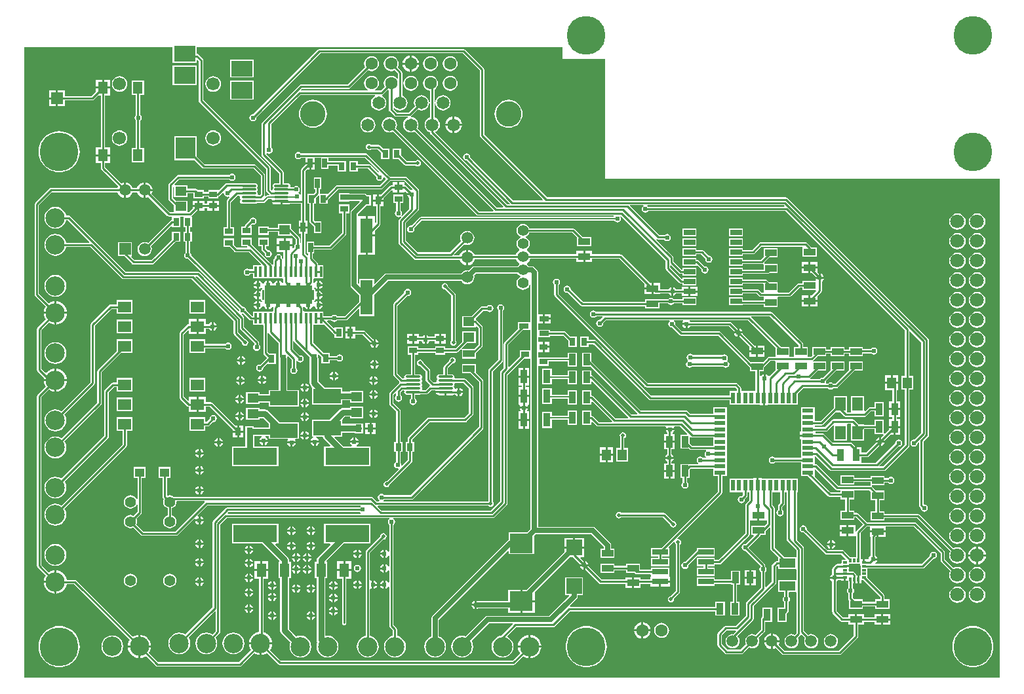
<source format=gtl>
G04 Layer_Physical_Order=1*
G04 Layer_Color=255*
%FSLAX25Y25*%
%MOIN*%
G70*
G01*
G75*
%ADD10R,0.04724X0.05709*%
%ADD11R,0.03543X0.05906*%
%ADD12R,0.03937X0.03150*%
%ADD13R,0.07874X0.07874*%
%ADD14R,0.06693X0.05709*%
%ADD15O,0.07874X0.01181*%
%ADD16R,0.05906X0.03543*%
%ADD17R,0.11024X0.07874*%
%ADD18R,0.11024X0.08661*%
%ADD19R,0.10236X0.11024*%
%ADD20R,0.03150X0.03937*%
%ADD21R,0.04724X0.02559*%
%ADD22R,0.03937X0.03150*%
%ADD23R,0.02559X0.04724*%
%ADD24R,0.05709X0.04724*%
%ADD25R,0.05906X0.02756*%
%ADD26R,0.22441X0.09055*%
%ADD27R,0.03543X0.06890*%
%ADD28R,0.06299X0.17716*%
%ADD29R,0.24291X0.09449*%
%ADD30R,0.01200X0.05400*%
%ADD31R,0.11811X0.09843*%
%ADD32R,0.05118X0.07087*%
%ADD33R,0.05512X0.07087*%
%ADD34R,0.14252X0.07284*%
%ADD35R,0.07874X0.03158*%
%ADD36R,0.05118X0.06102*%
%ADD37R,0.07874X0.04724*%
%ADD38R,0.02047X0.01378*%
%ADD39R,0.01378X0.02047*%
%ADD40R,0.02165X0.05787*%
%ADD41R,0.05787X0.02165*%
%ADD42R,0.04921X0.04331*%
%ADD43C,0.01000*%
%ADD44C,0.02500*%
%ADD45C,0.00800*%
%ADD46C,0.03150*%
%ADD47C,0.06693*%
%ADD48C,0.06299*%
%ADD49C,0.13000*%
%ADD50C,0.06500*%
%ADD51C,0.09843*%
%ADD52C,0.02400*%
%ADD53C,0.02000*%
%ADD54C,0.05906*%
%ADD55C,0.19685*%
%ADD56C,0.05591*%
%ADD57R,0.05906X0.05906*%
%ADD58R,0.05906X0.05906*%
%ADD59C,0.05512*%
%ADD60C,0.07087*%
%ADD61C,0.02402*%
G36*
X388563Y242135D02*
X388371Y241673D01*
X319132D01*
X319014Y241849D01*
X318670Y242079D01*
X318821Y242579D01*
X388118D01*
X388563Y242135D01*
D02*
G37*
G36*
X258834Y179026D02*
X258868Y179026D01*
X259334Y178945D01*
Y169098D01*
X259065Y168710D01*
X258834Y168710D01*
X253928D01*
Y165553D01*
X248434Y160059D01*
X247972Y160251D01*
Y171386D01*
X255612Y179026D01*
X258834D01*
D02*
G37*
G36*
X414561Y97632D02*
X414561Y97632D01*
X414925Y97389D01*
X415354Y97304D01*
X415354Y97304D01*
X416920D01*
Y96200D01*
X411961D01*
X403968Y104193D01*
X403769Y104617D01*
X403769D01*
X403769Y104617D01*
Y107717D01*
X403867Y107797D01*
X404269Y107924D01*
X414561Y97632D01*
D02*
G37*
G36*
X208204Y294129D02*
Y287081D01*
X207384Y286741D01*
X206579Y286124D01*
X205962Y285320D01*
X205574Y284383D01*
X205442Y283378D01*
X205574Y282373D01*
X205962Y281436D01*
X206579Y280632D01*
X207384Y280015D01*
X208204Y279675D01*
Y279441D01*
X208204Y279441D01*
X208289Y279012D01*
X208532Y278648D01*
X245439Y241741D01*
X245248Y241279D01*
X242110D01*
X201836Y281553D01*
X202176Y282373D01*
X202308Y283378D01*
X202176Y284383D01*
X201788Y285320D01*
X201171Y286124D01*
X200367Y286741D01*
X199430Y287129D01*
X198723Y287222D01*
X198602Y287742D01*
X198673Y287790D01*
X202050Y291167D01*
X202870Y290827D01*
X203875Y290695D01*
X204880Y290827D01*
X205817Y291215D01*
X206621Y291832D01*
X207238Y292636D01*
X207626Y293573D01*
X207704Y294162D01*
X208204Y294129D01*
D02*
G37*
G36*
X172718Y86104D02*
X173063Y85874D01*
X172911Y85374D01*
X105429D01*
X105238Y85835D01*
X105682Y86280D01*
X172600D01*
X172718Y86104D01*
D02*
G37*
G36*
X275590Y316929D02*
X297244D01*
Y255906D01*
X498032D01*
Y1969D01*
X1969D01*
Y322835D01*
X77353D01*
Y314951D01*
X89576D01*
Y316271D01*
X90038Y316462D01*
X90611Y315890D01*
Y295669D01*
X90611Y295669D01*
X90696Y295240D01*
X90939Y294876D01*
X124863Y260953D01*
Y250000D01*
X124863Y250000D01*
X124948Y249571D01*
X125191Y249207D01*
X126422Y247976D01*
X126215Y247476D01*
X125591D01*
X125200Y247399D01*
X124870Y247178D01*
X124695Y247003D01*
X124524Y247084D01*
X124282Y247297D01*
X124350Y247638D01*
X124350Y247638D01*
Y257874D01*
X124350Y257874D01*
X124265Y258303D01*
X124021Y258667D01*
X124021Y258667D01*
X119691Y262998D01*
X119327Y263241D01*
X118898Y263326D01*
X118898Y263326D01*
X93575D01*
X89576Y267325D01*
Y277569D01*
X78140D01*
Y265345D01*
X88384D01*
X92317Y261412D01*
X92317Y261412D01*
X92681Y261169D01*
X93110Y261083D01*
X93110Y261083D01*
X118433D01*
X122107Y257410D01*
Y248102D01*
X121583Y247578D01*
X120910D01*
X120633Y248078D01*
X120702Y248425D01*
X120610Y248890D01*
X120346Y249284D01*
Y249535D01*
X120610Y249929D01*
X120702Y250394D01*
X120610Y250858D01*
X120346Y251252D01*
Y251504D01*
X120610Y251898D01*
X120702Y252362D01*
X120610Y252827D01*
X120346Y253221D01*
X119953Y253484D01*
X119488Y253576D01*
X116291D01*
X116142Y253606D01*
X104847D01*
X104847Y253606D01*
X104417Y253520D01*
X104053Y253277D01*
X104053Y253277D01*
X101088Y250312D01*
X100600Y250206D01*
Y250206D01*
X100600Y250206D01*
X95463D01*
Y249153D01*
X93120D01*
Y250206D01*
X89963D01*
X89769Y250399D01*
X89406Y250642D01*
X88976Y250728D01*
X88976Y250728D01*
X84950D01*
Y252569D01*
X78484D01*
X78277Y253068D01*
X80779Y255571D01*
X106065D01*
X106183Y255395D01*
X106778Y254997D01*
X107480Y254858D01*
X108183Y254997D01*
X108778Y255395D01*
X109176Y255991D01*
X109316Y256693D01*
X109176Y257395D01*
X108778Y257991D01*
X108183Y258388D01*
X107480Y258528D01*
X106778Y258388D01*
X106183Y257991D01*
X106065Y257815D01*
X80315D01*
X79886Y257729D01*
X79522Y257486D01*
X79522Y257486D01*
X75585Y253549D01*
X75342Y253185D01*
X75256Y252756D01*
X75256Y252756D01*
Y245669D01*
X75256Y245669D01*
X75342Y245240D01*
X75585Y244876D01*
X78042Y242419D01*
Y238917D01*
X75898D01*
X66640Y248175D01*
X67001Y249047D01*
X67071Y249579D01*
X63650D01*
Y246158D01*
X64182Y246228D01*
X65053Y246589D01*
X74640Y237002D01*
X74640Y237002D01*
X75004Y236759D01*
X75433Y236674D01*
X75433Y236674D01*
X76561D01*
X76959Y236427D01*
X76959Y236174D01*
Y235457D01*
X76929Y234980D01*
X76500Y234894D01*
X76136Y234651D01*
X76136Y234651D01*
X64747Y223263D01*
X64077Y223540D01*
X63150Y223662D01*
X62222Y223540D01*
X61358Y223182D01*
X60616Y222613D01*
X60046Y221870D01*
X59688Y221006D01*
X59566Y220079D01*
X59688Y219151D01*
X60046Y218287D01*
X60616Y217545D01*
X61358Y216975D01*
X62222Y216617D01*
X63150Y216495D01*
X64077Y216617D01*
X64941Y216975D01*
X65684Y217545D01*
X66253Y218287D01*
X66611Y219151D01*
X66733Y220079D01*
X66611Y221006D01*
X66333Y221676D01*
X76497Y231840D01*
X76959Y231649D01*
Y231290D01*
X81309D01*
Y236174D01*
X81309Y236427D01*
X81706Y236674D01*
X82467D01*
X82865Y236427D01*
X82865Y236174D01*
Y231290D01*
X83918D01*
Y228946D01*
X82865D01*
Y223810D01*
X83918D01*
Y218345D01*
X83742Y218227D01*
X83344Y217631D01*
X83204Y216929D01*
X83344Y216227D01*
X83742Y215631D01*
X84337Y215234D01*
X85039Y215094D01*
X85247Y215135D01*
X111195Y189187D01*
X111194Y189161D01*
X111157Y188976D01*
X111174Y188888D01*
X111161Y188699D01*
X110746Y188478D01*
X90951Y208273D01*
X90587Y208517D01*
X90158Y208602D01*
X90157Y208602D01*
X53417D01*
X25203Y236817D01*
X24839Y237060D01*
X24409Y237145D01*
X24409Y237145D01*
X23138D01*
X23096Y237465D01*
X22539Y238808D01*
X21654Y239961D01*
X20501Y240846D01*
X19158Y241403D01*
X17717Y241593D01*
X16275Y241403D01*
X14932Y240846D01*
X13779Y239961D01*
X12894Y238808D01*
X12337Y237465D01*
X12148Y236024D01*
X12337Y234582D01*
X12894Y233239D01*
X13779Y232086D01*
X14932Y231201D01*
X16275Y230644D01*
X17717Y230455D01*
X19158Y230644D01*
X20501Y231201D01*
X21654Y232086D01*
X22539Y233239D01*
X23096Y234582D01*
X23138Y234902D01*
X23945D01*
X35019Y223828D01*
X34828Y223366D01*
X23138D01*
X23096Y223685D01*
X22539Y225028D01*
X21654Y226182D01*
X20501Y227067D01*
X19158Y227623D01*
X17717Y227813D01*
X16275Y227623D01*
X14932Y227067D01*
X13779Y226182D01*
X12894Y225028D01*
X12337Y223685D01*
X12148Y222244D01*
X12337Y220803D01*
X12894Y219460D01*
X13779Y218306D01*
X14932Y217421D01*
X16275Y216865D01*
X17717Y216675D01*
X19158Y216865D01*
X20501Y217421D01*
X21654Y218306D01*
X22539Y219460D01*
X23096Y220803D01*
X23138Y221123D01*
X35462D01*
X51497Y205087D01*
X51497Y205087D01*
X51861Y204844D01*
X52290Y204759D01*
X86962D01*
X108327Y183394D01*
Y177165D01*
X108327Y177165D01*
X108413Y176736D01*
X108656Y176372D01*
X112549Y172479D01*
X112542Y172441D01*
X112666Y171817D01*
X113020Y171287D01*
X113549Y170934D01*
X114173Y170810D01*
X114797Y170934D01*
X115327Y171287D01*
X115680Y171817D01*
X115805Y172441D01*
X115680Y173065D01*
X115327Y173594D01*
X114797Y173948D01*
X114173Y174072D01*
X114136Y174065D01*
X110570Y177630D01*
Y183858D01*
X110570Y183858D01*
X110485Y184288D01*
X110242Y184651D01*
X110242Y184651D01*
X88996Y205897D01*
X89188Y206359D01*
X89693D01*
X111477Y184575D01*
Y179921D01*
X111477Y179921D01*
X111562Y179492D01*
X111805Y179128D01*
X118957Y171976D01*
Y171494D01*
X118781Y171377D01*
X118383Y170781D01*
X118244Y170079D01*
X118383Y169376D01*
X118781Y168781D01*
X119376Y168383D01*
X120079Y168244D01*
X120781Y168383D01*
X121377Y168781D01*
X121774Y169376D01*
X121914Y170079D01*
X121774Y170781D01*
X121377Y171377D01*
X121200Y171494D01*
Y172441D01*
X121200Y172441D01*
X121115Y172870D01*
X120872Y173234D01*
X113720Y180386D01*
Y185039D01*
X113720Y185039D01*
X113635Y185469D01*
X113391Y185832D01*
X113391Y185832D01*
X112493Y186731D01*
X112715Y187146D01*
X112904Y187159D01*
X112992Y187141D01*
X113177Y187178D01*
X113203Y187180D01*
X116314Y184068D01*
X116678Y183825D01*
X117107Y183740D01*
X117107Y183740D01*
X118288D01*
Y181561D01*
X120688D01*
Y181561D01*
X120847D01*
X120847Y181561D01*
X122906D01*
X123247Y181561D01*
X123484Y181160D01*
Y167127D01*
X123484Y167127D01*
X123570Y166697D01*
X123813Y166333D01*
X125132Y165014D01*
Y164514D01*
X121861Y161243D01*
X121653Y161284D01*
X120951Y161144D01*
X120356Y160747D01*
X119958Y160151D01*
X119818Y159449D01*
X119958Y158747D01*
X120356Y158151D01*
X120951Y157753D01*
X121653Y157614D01*
X122356Y157753D01*
X122951Y158151D01*
X123349Y158747D01*
X123489Y159449D01*
X123448Y159657D01*
X125396Y161605D01*
X129734D01*
Y166742D01*
X126577D01*
X125727Y167591D01*
Y177225D01*
X126227Y177376D01*
X126372Y177160D01*
X131162Y172370D01*
Y165355D01*
X131162Y165355D01*
X131247Y164926D01*
X131290Y164861D01*
Y164387D01*
X131247Y164173D01*
Y148336D01*
X126132D01*
Y146312D01*
X121565D01*
Y147057D01*
X114656D01*
Y141132D01*
X121565D01*
Y141877D01*
X126132D01*
Y139853D01*
X141584D01*
Y148336D01*
X135682D01*
Y164173D01*
X135639Y164387D01*
Y165271D01*
X136101Y165462D01*
X137855Y163709D01*
Y159683D01*
X137679Y159565D01*
X137281Y158970D01*
X137141Y158268D01*
X137281Y157565D01*
X137679Y156970D01*
X138274Y156572D01*
X138976Y156432D01*
X139679Y156572D01*
X140274Y156970D01*
X140672Y157565D01*
X140812Y158268D01*
X140672Y158970D01*
X140274Y159565D01*
X140098Y159683D01*
Y163068D01*
X140598Y163220D01*
X140828Y162875D01*
X141424Y162478D01*
X142126Y162338D01*
X142828Y162478D01*
X143424Y162875D01*
X143822Y163471D01*
X143961Y164173D01*
X143822Y164875D01*
X143424Y165471D01*
X142828Y165869D01*
X142126Y166008D01*
X141918Y165967D01*
X138523Y169362D01*
Y173091D01*
X139023Y173242D01*
X139167Y173026D01*
X144286Y167908D01*
X144286Y167908D01*
X147038Y165156D01*
Y164781D01*
X146995Y164567D01*
Y151969D01*
X146995Y151969D01*
X147164Y151120D01*
X147645Y150400D01*
X148054Y149991D01*
X148179Y149517D01*
X148179D01*
X148179Y149517D01*
Y141034D01*
X163631D01*
Y143058D01*
X167412D01*
Y141920D01*
X174320D01*
Y147844D01*
X167412D01*
Y147493D01*
X163631D01*
Y149517D01*
X154800D01*
X151430Y152887D01*
Y164567D01*
X151387Y164781D01*
Y166058D01*
X151849Y166250D01*
X152943Y165156D01*
Y161998D01*
X157293D01*
Y163445D01*
X160789D01*
X160907Y163269D01*
X161502Y162871D01*
X162205Y162732D01*
X162907Y162871D01*
X163502Y163269D01*
X163900Y163865D01*
X164040Y164567D01*
X163900Y165269D01*
X163502Y165865D01*
X162907Y166262D01*
X162205Y166402D01*
X161502Y166262D01*
X160907Y165865D01*
X160789Y165689D01*
X157293D01*
Y167135D01*
X154136D01*
X148759Y172512D01*
Y181160D01*
X148997Y181561D01*
X151397D01*
Y181561D01*
X151556D01*
Y181561D01*
X153956D01*
X153956Y181561D01*
Y181561D01*
X154419Y181613D01*
X159265Y176766D01*
X159265Y176766D01*
X159629Y176523D01*
X159636Y176522D01*
Y174991D01*
X163986D01*
Y180128D01*
X159636D01*
X159636Y180128D01*
Y180128D01*
X159188Y180015D01*
X155926Y183278D01*
X156117Y183740D01*
X158033D01*
X158151Y183564D01*
X158747Y183166D01*
X159449Y183026D01*
X160151Y183166D01*
X160747Y183564D01*
X160864Y183740D01*
X165373D01*
X165373Y183740D01*
X165802Y183825D01*
X166166Y184068D01*
X171773Y189675D01*
X172235Y189483D01*
Y186014D01*
X179734D01*
Y196555D01*
X187041Y203862D01*
X224135D01*
X224632Y203214D01*
X225374Y202645D01*
X226238Y202287D01*
X227165Y202165D01*
X228093Y202287D01*
X228957Y202645D01*
X229699Y203214D01*
X230269Y203956D01*
X230627Y204821D01*
X230749Y205748D01*
X230642Y206557D01*
X231647Y207563D01*
X252679D01*
X253090Y207027D01*
X253800Y206483D01*
X254065Y206373D01*
X254065Y205832D01*
X253800Y205722D01*
X253090Y205177D01*
X252546Y204468D01*
X252204Y203642D01*
X252087Y202756D01*
X252204Y201870D01*
X252546Y201044D01*
X253090Y200334D01*
X253800Y199790D01*
X254626Y199448D01*
X255512Y199331D01*
X256398Y199448D01*
X257224Y199790D01*
X257933Y200334D01*
X258478Y201044D01*
X258820Y201870D01*
X258834Y201980D01*
X259334Y201947D01*
Y182866D01*
X258868Y182785D01*
X258834Y182785D01*
X252943D01*
Y179529D01*
X246057Y172643D01*
X245814Y172280D01*
X245729Y171850D01*
X245729Y171850D01*
Y159617D01*
X244064Y157952D01*
X243821Y157588D01*
X243735Y157159D01*
X243735Y157159D01*
Y91679D01*
X239030Y86974D01*
X183610D01*
X181615Y88968D01*
X181807Y89430D01*
X237802D01*
X237823Y89398D01*
X238352Y89044D01*
X238976Y88920D01*
X239601Y89044D01*
X240130Y89398D01*
X240484Y89927D01*
X240608Y90551D01*
X240484Y91176D01*
X240130Y91705D01*
X240098Y91726D01*
Y157803D01*
X244888Y162593D01*
X245131Y162957D01*
X245216Y163386D01*
X245216Y163386D01*
Y188742D01*
X245392Y188860D01*
X245790Y189455D01*
X245930Y190157D01*
X245790Y190860D01*
X245392Y191455D01*
X244797Y191853D01*
X244094Y191993D01*
X243392Y191853D01*
X242797Y191455D01*
X242399Y190860D01*
X242259Y190157D01*
X242399Y189455D01*
X242797Y188860D01*
X242973Y188742D01*
Y163850D01*
X238183Y159061D01*
X237940Y158697D01*
X237855Y158268D01*
X237855Y158268D01*
Y91726D01*
X237823Y91705D01*
X237802Y91673D01*
X184569D01*
X184418Y92173D01*
X184762Y92403D01*
X184880Y92579D01*
X198819D01*
X198819Y92579D01*
X199248Y92665D01*
X199612Y92908D01*
X235045Y128341D01*
X235045Y128341D01*
X235288Y128705D01*
X235373Y129134D01*
X235373Y129134D01*
Y152953D01*
X235373Y152953D01*
X235288Y153382D01*
X235045Y153746D01*
X235045Y153746D01*
X231505Y157285D01*
Y161624D01*
X224400D01*
Y156880D01*
X228738D01*
X233130Y152488D01*
Y129598D01*
X198354Y94822D01*
X184880D01*
X184762Y94999D01*
X184167Y95396D01*
X183465Y95536D01*
X182762Y95396D01*
X182167Y94999D01*
X181769Y94403D01*
X181629Y93701D01*
X181769Y92998D01*
X182167Y92403D01*
X182512Y92173D01*
X182360Y91673D01*
X181173D01*
X179139Y93706D01*
X178776Y93950D01*
X178347Y94035D01*
X178346Y94035D01*
X77904D01*
X77598Y94270D01*
X76782Y94608D01*
X75906Y94723D01*
X75029Y94608D01*
X74948Y94574D01*
X74448Y94909D01*
Y103534D01*
X76387D01*
Y109065D01*
X70266D01*
Y103534D01*
X72205D01*
Y93917D01*
X72205Y93917D01*
X72291Y93488D01*
X72534Y93124D01*
X72873Y92786D01*
X72636Y92215D01*
X72521Y91339D01*
X72636Y90462D01*
X72974Y89646D01*
X73512Y88945D01*
X74213Y88407D01*
X74784Y88171D01*
Y84506D01*
X74213Y84270D01*
X73512Y83732D01*
X72974Y83031D01*
X72636Y82215D01*
X72521Y81339D01*
X72636Y80462D01*
X72974Y79646D01*
X73512Y78945D01*
X74213Y78407D01*
X75029Y78069D01*
X75906Y77954D01*
X76782Y78069D01*
X77598Y78407D01*
X78299Y78945D01*
X78837Y79646D01*
X79175Y80462D01*
X79290Y81339D01*
X79175Y82215D01*
X78837Y83031D01*
X78299Y83732D01*
X77598Y84270D01*
X77027Y84506D01*
Y88171D01*
X77598Y88407D01*
X78299Y88945D01*
X78837Y89646D01*
X79175Y90462D01*
X79290Y91339D01*
X79280Y91416D01*
X79610Y91792D01*
X93436D01*
X93643Y91292D01*
X78669Y76318D01*
X62512D01*
X58939Y79892D01*
X59175Y80462D01*
X59290Y81339D01*
X59175Y82215D01*
X58939Y82785D01*
X61325Y85172D01*
X61325Y85172D01*
X61568Y85535D01*
X61653Y85965D01*
X61653Y85965D01*
Y103534D01*
X63592D01*
Y109065D01*
X57471D01*
Y103534D01*
X59410D01*
Y92954D01*
X58910Y92855D01*
X58837Y93031D01*
X58299Y93732D01*
X57598Y94270D01*
X56782Y94608D01*
X55905Y94723D01*
X55029Y94608D01*
X54213Y94270D01*
X53512Y93732D01*
X52974Y93031D01*
X52636Y92215D01*
X52521Y91339D01*
X52636Y90462D01*
X52974Y89646D01*
X53512Y88945D01*
X54213Y88407D01*
X55029Y88069D01*
X55905Y87954D01*
X56782Y88069D01*
X57598Y88407D01*
X58299Y88945D01*
X58837Y89646D01*
X58910Y89823D01*
X59410Y89723D01*
Y86429D01*
X57352Y84372D01*
X56782Y84608D01*
X55905Y84723D01*
X55029Y84608D01*
X54213Y84270D01*
X53512Y83732D01*
X52974Y83031D01*
X52636Y82215D01*
X52521Y81339D01*
X52636Y80462D01*
X52974Y79646D01*
X53512Y78945D01*
X54213Y78407D01*
X55029Y78069D01*
X55905Y77954D01*
X56782Y78069D01*
X57352Y78306D01*
X61254Y74404D01*
X61254Y74404D01*
X61618Y74161D01*
X62047Y74075D01*
X62047Y74075D01*
X79134D01*
X79134Y74075D01*
X79563Y74161D01*
X79927Y74404D01*
X88406Y82883D01*
X88845Y82615D01*
X88800Y82390D01*
X90445D01*
Y84034D01*
X90220Y83989D01*
X89952Y84429D01*
X95084Y89561D01*
X172899D01*
X172970Y89469D01*
X172862Y88795D01*
X172718Y88699D01*
X172600Y88523D01*
X105218D01*
X104788Y88438D01*
X104425Y88195D01*
X104425Y88195D01*
X98001Y81771D01*
X97758Y81407D01*
X97672Y80978D01*
X97672Y80978D01*
Y37841D01*
X83749Y23918D01*
X83493Y24114D01*
X82150Y24670D01*
X80709Y24860D01*
X79267Y24670D01*
X77924Y24114D01*
X76771Y23229D01*
X75886Y22076D01*
X75330Y20733D01*
X75140Y19291D01*
X75330Y17850D01*
X75886Y16507D01*
X76771Y15353D01*
X77924Y14469D01*
X79267Y13912D01*
X80709Y13722D01*
X82150Y13912D01*
X83493Y14469D01*
X84646Y15353D01*
X85532Y16507D01*
X86088Y17850D01*
X86278Y19291D01*
X86088Y20733D01*
X85532Y22076D01*
X85335Y22332D01*
X98810Y35807D01*
X99272Y35615D01*
Y25661D01*
X97528Y23918D01*
X97273Y24114D01*
X95929Y24670D01*
X94488Y24860D01*
X93047Y24670D01*
X91704Y24114D01*
X90550Y23229D01*
X89665Y22076D01*
X89109Y20733D01*
X88919Y19291D01*
X89109Y17850D01*
X89665Y16507D01*
X90550Y15353D01*
X91704Y14469D01*
X93047Y13912D01*
X94488Y13722D01*
X95929Y13912D01*
X97273Y14469D01*
X98426Y15353D01*
X99311Y16507D01*
X99867Y17850D01*
X100057Y19291D01*
X99867Y20733D01*
X99311Y22076D01*
X99115Y22332D01*
X101187Y24404D01*
X101187Y24404D01*
X101430Y24768D01*
X101515Y25197D01*
Y79850D01*
X104795Y83130D01*
X187478D01*
X187630Y82630D01*
X187285Y82400D01*
X186887Y81805D01*
X186747Y81102D01*
X186887Y80400D01*
X187285Y79805D01*
X187461Y79687D01*
Y66198D01*
X186961Y66046D01*
X186626Y66547D01*
X185898Y67034D01*
X185539Y67105D01*
Y64961D01*
Y62816D01*
X185898Y62888D01*
X186626Y63374D01*
X186961Y63875D01*
X187461Y63724D01*
Y58717D01*
X186961Y58565D01*
X186626Y59067D01*
X185898Y59553D01*
X185539Y59625D01*
Y57480D01*
Y55336D01*
X185898Y55407D01*
X186626Y55894D01*
X186961Y56395D01*
X187461Y56243D01*
Y50450D01*
X186961Y50298D01*
X186626Y50799D01*
X185898Y51286D01*
X185539Y51357D01*
Y49213D01*
Y47068D01*
X185898Y47139D01*
X186626Y47626D01*
X186961Y48127D01*
X187461Y47976D01*
Y28346D01*
X187461Y28346D01*
X187547Y27917D01*
X187790Y27553D01*
X189233Y26110D01*
Y23138D01*
X188913Y23096D01*
X187570Y22539D01*
X186416Y21654D01*
X185531Y20501D01*
X184975Y19158D01*
X184785Y17717D01*
X184975Y16275D01*
X185531Y14932D01*
X186416Y13779D01*
X187570Y12894D01*
X188913Y12337D01*
X190354Y12148D01*
X191796Y12337D01*
X193139Y12894D01*
X194292Y13779D01*
X195177Y14932D01*
X195733Y16275D01*
X195923Y17717D01*
X195733Y19158D01*
X195177Y20501D01*
X194292Y21654D01*
X193139Y22539D01*
X191796Y23096D01*
X191476Y23138D01*
Y26575D01*
X191476Y26575D01*
X191391Y27004D01*
X191147Y27368D01*
X191147Y27368D01*
X189704Y28811D01*
Y79687D01*
X189880Y79805D01*
X190278Y80400D01*
X190418Y81102D01*
X190278Y81805D01*
X189880Y82400D01*
X189536Y82630D01*
X189687Y83130D01*
X240157D01*
X240158Y83130D01*
X240587Y83216D01*
X240950Y83459D01*
X247250Y89758D01*
X247250Y89758D01*
X247493Y90122D01*
X247578Y90551D01*
X247578Y90551D01*
Y156032D01*
X255907Y164361D01*
X258834D01*
X259065Y164361D01*
X259334Y163972D01*
Y77553D01*
X257578Y75797D01*
X248219D01*
Y71968D01*
X247682Y71609D01*
X209493Y33420D01*
X209084Y32809D01*
X208941Y32087D01*
Y22911D01*
X208042Y22539D01*
X206889Y21654D01*
X206004Y20501D01*
X205448Y19158D01*
X205258Y17717D01*
X205448Y16275D01*
X206004Y14932D01*
X206889Y13779D01*
X208042Y12894D01*
X209385Y12337D01*
X210827Y12148D01*
X212268Y12337D01*
X213611Y12894D01*
X214765Y13779D01*
X215650Y14932D01*
X216206Y16275D01*
X216396Y17717D01*
X216206Y19158D01*
X215650Y20501D01*
X214765Y21654D01*
X213611Y22539D01*
X212713Y22911D01*
Y31305D01*
X247757Y66349D01*
X248219Y66158D01*
Y64754D01*
X261230D01*
Y74114D01*
X262002Y74885D01*
X290164D01*
X296539Y68510D01*
Y67529D01*
X294872D01*
Y62786D01*
X301978D01*
Y67529D01*
X300311D01*
Y69291D01*
X300168Y70013D01*
X299759Y70625D01*
X292279Y78105D01*
X291667Y78514D01*
X290945Y78658D01*
X263107D01*
Y160232D01*
X263376Y160620D01*
X263607Y160620D01*
X268513D01*
Y162760D01*
X278140D01*
Y160227D01*
X282884D01*
Y167332D01*
X278140D01*
Y164799D01*
X268513D01*
Y164970D01*
X263607D01*
X263376Y164970D01*
X263107Y165358D01*
Y167701D01*
X265445D01*
Y170276D01*
Y172850D01*
X263107D01*
Y174816D01*
X263179Y175286D01*
X263607Y175286D01*
X269104D01*
Y176044D01*
X275913D01*
X278534Y173423D01*
Y170266D01*
X282884D01*
Y175403D01*
X279726D01*
X277171Y177958D01*
X276807Y178201D01*
X276378Y178287D01*
X276378Y178287D01*
X269104D01*
Y179045D01*
X263179Y179045D01*
X263107Y179515D01*
Y182366D01*
X265642D01*
Y184646D01*
Y186925D01*
X263107D01*
Y208071D01*
X262963Y208793D01*
X262554Y209405D01*
X261176Y210783D01*
X260564Y211192D01*
X259842Y211335D01*
X258344D01*
X257933Y211870D01*
X257404Y212276D01*
X257425Y212799D01*
X257448Y212844D01*
X258219Y213435D01*
X258827Y214228D01*
X259209Y215151D01*
X259218Y215217D01*
X282661D01*
Y213567D01*
X286114D01*
Y216339D01*
Y219110D01*
X282661D01*
Y217460D01*
X259074D01*
X258827Y218056D01*
X258219Y218849D01*
X257448Y219440D01*
X257425Y219485D01*
X257404Y220007D01*
X257933Y220413D01*
X258478Y221122D01*
X258820Y221948D01*
X258936Y222835D01*
X258820Y223721D01*
X258478Y224547D01*
X257933Y225256D01*
X257224Y225800D01*
X256958Y225910D01*
X256958Y226452D01*
X257224Y226562D01*
X257933Y227106D01*
X258478Y227815D01*
X258722Y228406D01*
X280441D01*
X283061Y225785D01*
Y221447D01*
X290167D01*
Y226190D01*
X285829D01*
X281699Y230321D01*
X281335Y230564D01*
X280906Y230649D01*
X280906Y230649D01*
X258722D01*
X258478Y231240D01*
X257933Y231949D01*
X257224Y232493D01*
X256398Y232835D01*
X255512Y232952D01*
X254626Y232835D01*
X253800Y232493D01*
X253090Y231949D01*
X252546Y231240D01*
X252204Y230414D01*
X252087Y229528D01*
X252204Y228641D01*
X252546Y227815D01*
X253090Y227106D01*
X253800Y226562D01*
X254065Y226452D01*
X254065Y225910D01*
X253800Y225800D01*
X253090Y225256D01*
X252546Y224547D01*
X252204Y223721D01*
X252087Y222835D01*
X252204Y221948D01*
X252546Y221122D01*
X253090Y220413D01*
X253620Y220007D01*
X253599Y219485D01*
X253575Y219440D01*
X252805Y218849D01*
X252197Y218056D01*
X251868Y217263D01*
X230816D01*
X230618Y217741D01*
X229984Y218567D01*
X229159Y219201D01*
X228197Y219599D01*
X227665Y219669D01*
Y215748D01*
Y211827D01*
X228197Y211897D01*
X229159Y212295D01*
X229984Y212929D01*
X230618Y213755D01*
X231016Y214716D01*
X231056Y215020D01*
X251868D01*
X252197Y214228D01*
X252805Y213435D01*
X253575Y212844D01*
X253599Y212799D01*
X253620Y212276D01*
X253090Y211870D01*
X252679Y211335D01*
X230866D01*
X230144Y211192D01*
X229532Y210783D01*
X227975Y209225D01*
X227165Y209331D01*
X226238Y209209D01*
X225374Y208851D01*
X224632Y208282D01*
X224135Y207634D01*
X186260D01*
X185538Y207491D01*
X184926Y207082D01*
X180196Y202351D01*
X179734Y202543D01*
Y204931D01*
X172235D01*
Y202932D01*
X171735Y202681D01*
X171571Y202803D01*
Y216678D01*
X171835Y217069D01*
X175484D01*
Y226927D01*
Y236785D01*
X171835D01*
X171571Y237176D01*
Y237801D01*
X176083Y242313D01*
X178159D01*
Y247450D01*
X176083D01*
X175743Y247791D01*
X175131Y248199D01*
X174409Y248343D01*
X167135D01*
Y248632D01*
X161998D01*
Y244282D01*
X167135D01*
Y244570D01*
X172352D01*
X172543Y244109D01*
X168351Y239916D01*
X167942Y239304D01*
X167799Y238583D01*
Y201772D01*
X167942Y201050D01*
X168351Y200438D01*
X172235Y196555D01*
Y193309D01*
X164909Y185983D01*
X160864D01*
X160747Y186159D01*
X160151Y186557D01*
X159449Y186697D01*
X158747Y186557D01*
X158151Y186159D01*
X158033Y185983D01*
X153956D01*
Y188161D01*
X151556D01*
Y188161D01*
X151397D01*
Y188161D01*
X148997D01*
Y188161D01*
X148838D01*
Y188161D01*
X146438D01*
Y188161D01*
X146279D01*
Y188161D01*
X144120D01*
Y188561D01*
X143641D01*
Y190364D01*
X143997Y190785D01*
X144008Y190785D01*
X144333Y190714D01*
X144772Y190057D01*
X145500Y189571D01*
X145858Y189500D01*
Y191643D01*
X146858D01*
Y189500D01*
X147216Y189571D01*
X147944Y190057D01*
X148430Y190785D01*
X148480Y191037D01*
X149267D01*
X149391Y190828D01*
X149391Y190828D01*
X149391Y190827D01*
X149404Y190785D01*
X149404Y190785D01*
X149890Y190057D01*
X150618Y189571D01*
X150976Y189500D01*
Y191643D01*
Y193787D01*
X150618Y193716D01*
X149890Y193229D01*
X149806Y193104D01*
X149337Y193250D01*
X149315Y193446D01*
X149332Y193668D01*
X149750Y193842D01*
X149941Y194301D01*
Y194611D01*
X150382Y194847D01*
X150618Y194689D01*
X150976Y194618D01*
Y196761D01*
Y198905D01*
X150618Y198834D01*
X150382Y198676D01*
X149941Y198912D01*
Y199222D01*
X149750Y199681D01*
X149332Y199855D01*
X149315Y200077D01*
X149337Y200273D01*
X149806Y200419D01*
X149890Y200293D01*
X150618Y199807D01*
X150976Y199736D01*
Y201880D01*
Y204023D01*
X150618Y203952D01*
X149890Y203466D01*
X149451Y202809D01*
X149130Y202739D01*
X149117Y202741D01*
X148759Y203159D01*
X148759Y203159D01*
Y204961D01*
X149238D01*
Y205361D01*
X151397D01*
Y205361D01*
X151556D01*
Y205361D01*
X153956D01*
Y211961D01*
X151556D01*
X151328Y212346D01*
X151318Y212402D01*
X151233Y212831D01*
X150990Y213195D01*
X150990Y213195D01*
X148563Y215623D01*
Y217904D01*
X149320D01*
Y219745D01*
X157480D01*
X157480Y219745D01*
X157910Y219830D01*
X158273Y220073D01*
X165360Y227160D01*
X165360Y227160D01*
X165603Y227524D01*
X165689Y227953D01*
Y238376D01*
X167135D01*
Y242726D01*
X161998D01*
Y238376D01*
X163445D01*
Y228417D01*
X157016Y221988D01*
X149320D01*
Y223828D01*
X145561D01*
Y217904D01*
X146319D01*
Y216968D01*
X146036Y216822D01*
X145819Y216790D01*
X144822Y217787D01*
Y227740D01*
X145980D01*
Y230602D01*
X141421D01*
Y227740D01*
X142579D01*
Y223469D01*
X142079Y223198D01*
X142066Y223207D01*
Y225591D01*
X141981Y226020D01*
X141738Y226384D01*
X141738Y226384D01*
X137706Y230415D01*
Y232884D01*
X130798D01*
Y231043D01*
X126191D01*
Y231702D01*
X121054D01*
Y227353D01*
X126191D01*
Y228800D01*
X130798D01*
Y226959D01*
X137706D01*
X137706Y226959D01*
Y226959D01*
X138150Y226799D01*
X139823Y225126D01*
Y222675D01*
X139647Y222558D01*
X139249Y221962D01*
X139110Y221260D01*
X139151Y221052D01*
X138568Y220469D01*
X138106Y220661D01*
Y221547D01*
X130398D01*
Y218685D01*
X133721D01*
Y215296D01*
X133221Y215144D01*
X133076Y215360D01*
X133076Y215360D01*
X132896Y215540D01*
X132938Y215748D01*
X132798Y216450D01*
X132400Y217046D01*
X131805Y217444D01*
X131102Y217583D01*
X130400Y217444D01*
X129805Y217046D01*
X129407Y216450D01*
X129267Y215748D01*
X129308Y215540D01*
X128931Y215163D01*
X128688Y214799D01*
X128602Y214370D01*
X128603Y214370D01*
Y212623D01*
X128210Y212234D01*
X127936Y212233D01*
X117529Y222640D01*
Y225797D01*
X112392D01*
Y221447D01*
X115261D01*
X115362Y221307D01*
X115106Y220807D01*
X109913D01*
X108474Y222246D01*
Y225403D01*
X103337D01*
Y221054D01*
X106494D01*
X108656Y218892D01*
X108656Y218892D01*
X109020Y218649D01*
X109449Y218564D01*
X109449Y218564D01*
X116170D01*
X122310Y212423D01*
X122119Y211961D01*
X120847Y211961D01*
X120347Y211961D01*
X118288D01*
Y209783D01*
X116326D01*
X116057Y209963D01*
X115354Y210103D01*
X114652Y209963D01*
X114057Y209565D01*
X113659Y208970D01*
X113519Y208268D01*
X113659Y207565D01*
X114057Y206970D01*
X114652Y206572D01*
X115354Y206433D01*
X116057Y206572D01*
X116652Y206970D01*
X117033Y207540D01*
X118288D01*
Y205361D01*
X120347D01*
X120688Y205361D01*
X121188Y205361D01*
X123247D01*
X123247Y205361D01*
X123406D01*
Y205361D01*
X123747Y205361D01*
X125806D01*
X125806Y205361D01*
X125965D01*
X125965Y205361D01*
X128024D01*
X128365Y205361D01*
X128865Y205361D01*
X130924D01*
Y205361D01*
X131083D01*
Y205361D01*
X133242D01*
Y204961D01*
X133721D01*
Y203159D01*
X133721Y203159D01*
X133365Y202738D01*
X133354D01*
X133029Y202809D01*
X132590Y203466D01*
X131862Y203952D01*
X131504Y204023D01*
Y201880D01*
X130504D01*
Y204023D01*
X130145Y203952D01*
X129418Y203466D01*
X128931Y202738D01*
X128881Y202486D01*
X128008D01*
X127958Y202738D01*
X127472Y203466D01*
X126744Y203952D01*
X126385Y204023D01*
Y201880D01*
X125385D01*
Y204023D01*
X125027Y203952D01*
X124299Y203466D01*
X123813Y202738D01*
X123763Y202486D01*
X122976D01*
X122853Y202695D01*
X122840Y202738D01*
X122840Y202738D01*
X122353Y203466D01*
X121626Y203952D01*
X121267Y204023D01*
Y201880D01*
Y199736D01*
X121626Y199807D01*
X122353Y200293D01*
X122437Y200419D01*
X122906Y200273D01*
X122929Y200077D01*
X122912Y199855D01*
X122493Y199681D01*
X122303Y199222D01*
Y198912D01*
X121862Y198676D01*
X121626Y198834D01*
X121267Y198905D01*
Y196761D01*
Y194618D01*
X121626Y194689D01*
X121862Y194847D01*
X122303Y194611D01*
Y194301D01*
X122493Y193842D01*
X122912Y193668D01*
X122929Y193446D01*
X122906Y193250D01*
X122437Y193104D01*
X122353Y193229D01*
X121626Y193716D01*
X121267Y193787D01*
Y191643D01*
Y189500D01*
X121626Y189571D01*
X122353Y190057D01*
X122840Y190785D01*
X122840Y190785D01*
X122853Y190828D01*
X122976Y191037D01*
X123763D01*
X123813Y190785D01*
X124299Y190057D01*
X125027Y189571D01*
X125385Y189500D01*
Y191643D01*
X126385D01*
Y189500D01*
X126744Y189571D01*
X127472Y190057D01*
X127910Y190714D01*
X128236Y190785D01*
X128247Y190785D01*
X128602Y190364D01*
X128603Y190364D01*
Y188561D01*
X128124D01*
Y188515D01*
X127770Y188161D01*
X125965Y188161D01*
X125465Y188161D01*
X123747D01*
X123406Y188161D01*
X122906Y188161D01*
X120847D01*
Y188161D01*
X120688D01*
Y188161D01*
X118288D01*
Y185983D01*
X117572D01*
X114786Y188769D01*
X114827Y188976D01*
X114688Y189679D01*
X114290Y190274D01*
X113695Y190672D01*
X112992Y190812D01*
X112784Y190770D01*
X86833Y216721D01*
X86875Y216929D01*
X86735Y217631D01*
X86337Y218227D01*
X86161Y218345D01*
Y223810D01*
X87214D01*
Y228946D01*
X86161D01*
Y231290D01*
X87214D01*
Y236427D01*
X87052D01*
X86901Y236927D01*
X87014Y237002D01*
X89562Y239551D01*
X90051D01*
Y241626D01*
X87583D01*
Y240744D01*
X85756Y238917D01*
X84950D01*
Y244694D01*
X78939D01*
X77500Y246134D01*
Y251810D01*
X77542Y251838D01*
X78042Y251571D01*
Y246644D01*
X84950D01*
Y248485D01*
X87983D01*
Y245857D01*
X93120D01*
Y246910D01*
X95463D01*
Y245857D01*
X100600D01*
Y246951D01*
X100823Y246995D01*
X101187Y247238D01*
X102872Y248924D01*
X103333Y248678D01*
X103283Y248425D01*
X103423Y247723D01*
X103820Y247128D01*
X104416Y246730D01*
X105118Y246590D01*
X105820Y246730D01*
X105921Y246797D01*
X106240Y246408D01*
X105112Y245281D01*
X104869Y244917D01*
X104784Y244488D01*
X104784Y244488D01*
Y231309D01*
X103337D01*
Y226959D01*
X108474D01*
Y231309D01*
X107027D01*
Y244024D01*
X110307Y247304D01*
X111374D01*
X111650Y246804D01*
X111581Y246457D01*
X111674Y245992D01*
X111937Y245598D01*
Y245346D01*
X111674Y244953D01*
X111581Y244488D01*
X111674Y244024D01*
X111937Y243630D01*
X112331Y243367D01*
X112795Y243274D01*
X119488D01*
X119953Y243367D01*
X120105Y243469D01*
X123622D01*
X124012Y243546D01*
X124343Y243767D01*
X126013Y245437D01*
X127496D01*
X127767Y244988D01*
X132677D01*
Y244488D01*
X133177D01*
Y242866D01*
X136024D01*
X136644Y242990D01*
X137025Y243245D01*
X142579D01*
Y234465D01*
X141421D01*
Y231602D01*
X145980D01*
Y234465D01*
X144822D01*
Y243850D01*
X144822Y243850D01*
X144822Y243850D01*
Y259772D01*
X145468Y260417D01*
X146744D01*
Y263280D01*
X144965D01*
Y263086D01*
X142908Y261029D01*
X142665Y260665D01*
X142579Y260236D01*
X142579Y260236D01*
Y247955D01*
X142079Y247803D01*
X141849Y248148D01*
X141393Y248453D01*
X141331Y248905D01*
X141358Y249031D01*
X141455Y249096D01*
X141853Y249691D01*
X141993Y250394D01*
X141853Y251096D01*
X141455Y251691D01*
X140860Y252089D01*
X140157Y252229D01*
X139455Y252089D01*
X138860Y251691D01*
X138742Y251515D01*
X137445D01*
X137169Y252015D01*
X137238Y252362D01*
X137145Y252827D01*
X136882Y253221D01*
X136488Y253484D01*
X136024Y253576D01*
X133799D01*
Y259055D01*
X133799Y259055D01*
X133713Y259484D01*
X133470Y259848D01*
X124930Y268389D01*
X124967Y268649D01*
X125506Y268890D01*
X125676Y268777D01*
X126378Y268637D01*
X127080Y268777D01*
X127676Y269175D01*
X128074Y269770D01*
X128213Y270472D01*
X128074Y271175D01*
X127676Y271770D01*
X127499Y271888D01*
Y283787D01*
X142197Y298485D01*
X180140D01*
X180239Y297985D01*
X180134Y297941D01*
X179329Y297324D01*
X178712Y296520D01*
X178324Y295583D01*
X178192Y294578D01*
X178324Y293573D01*
X178712Y292636D01*
X179329Y291832D01*
X180134Y291215D01*
X181070Y290827D01*
X182075Y290695D01*
X183080Y290827D01*
X184017Y291215D01*
X184821Y291832D01*
X185438Y292636D01*
X185826Y293573D01*
X185958Y294578D01*
X185826Y295583D01*
X185438Y296520D01*
X184821Y297324D01*
X184017Y297941D01*
X183820Y298022D01*
X183872Y298542D01*
X184012Y298570D01*
X184376Y298813D01*
X186677Y301114D01*
X187304Y300855D01*
Y291102D01*
X187304Y291102D01*
X187389Y290673D01*
X187632Y290309D01*
X190152Y287790D01*
X190152Y287790D01*
X190516Y287546D01*
X190945Y287461D01*
X190945Y287461D01*
X196916D01*
X197015Y286961D01*
X196484Y286741D01*
X195679Y286124D01*
X195062Y285320D01*
X194674Y284383D01*
X194542Y283378D01*
X194674Y282373D01*
X195062Y281436D01*
X195679Y280632D01*
X196484Y280015D01*
X197420Y279627D01*
X198425Y279495D01*
X199430Y279627D01*
X200250Y279967D01*
X240406Y239810D01*
X240199Y239311D01*
X233179D01*
X190936Y281553D01*
X191276Y282373D01*
X191408Y283378D01*
X191276Y284383D01*
X190888Y285320D01*
X190271Y286124D01*
X189467Y286741D01*
X188530Y287129D01*
X187525Y287261D01*
X186520Y287129D01*
X185584Y286741D01*
X184779Y286124D01*
X184162Y285320D01*
X183774Y284383D01*
X183642Y283378D01*
X183774Y282373D01*
X184162Y281436D01*
X184779Y280632D01*
X185584Y280015D01*
X186520Y279627D01*
X187525Y279495D01*
X188530Y279627D01*
X189350Y279967D01*
X231921Y237396D01*
X231921Y237396D01*
X232285Y237153D01*
X232714Y237067D01*
X301446D01*
X301716Y236567D01*
X301641Y236453D01*
X203543D01*
X203153Y236375D01*
X202822Y236154D01*
X198753Y232085D01*
X198425Y232150D01*
X197723Y232011D01*
X197127Y231613D01*
X196730Y231017D01*
X196590Y230315D01*
X196730Y229613D01*
X197127Y229017D01*
X197723Y228619D01*
X198425Y228480D01*
X199127Y228619D01*
X199723Y229017D01*
X200121Y229613D01*
X200260Y230315D01*
X200195Y230643D01*
X203966Y234414D01*
X302060D01*
X302246Y234135D01*
X302841Y233737D01*
X303543Y233598D01*
X304246Y233737D01*
X304841Y234135D01*
X305239Y234731D01*
X305379Y235433D01*
X305239Y236135D01*
X304972Y236536D01*
X305360Y236854D01*
X328012Y214202D01*
Y210236D01*
X328012Y210236D01*
X328098Y209807D01*
X328341Y209443D01*
X335053Y202731D01*
X335417Y202487D01*
X335846Y202402D01*
X335846Y202402D01*
X336605D01*
Y201546D01*
X343710D01*
Y205502D01*
X336605D01*
Y205059D01*
X336105Y204852D01*
X330255Y210701D01*
Y211600D01*
X330717Y211791D01*
X334778Y207731D01*
X334778Y207731D01*
X335142Y207487D01*
X335571Y207402D01*
X335571Y207402D01*
X336605D01*
Y206546D01*
X343710D01*
Y210502D01*
X336605D01*
Y209645D01*
X336035D01*
X331855Y213825D01*
Y215748D01*
X331855Y215748D01*
X331770Y216177D01*
X331527Y216541D01*
X331527Y216541D01*
X323269Y224799D01*
X323587Y225188D01*
X323749Y225080D01*
X324179Y224994D01*
X324179Y224994D01*
X327237D01*
X327442Y224687D01*
X328038Y224289D01*
X328740Y224149D01*
X329443Y224289D01*
X330038Y224687D01*
X330436Y225282D01*
X330575Y225984D01*
X330436Y226687D01*
X330038Y227282D01*
X329443Y227680D01*
X328740Y227819D01*
X328038Y227680D01*
X327442Y227282D01*
X327413Y227237D01*
X324643D01*
X309801Y242079D01*
X310008Y242579D01*
X316612D01*
X316763Y242079D01*
X316419Y241849D01*
X316021Y241253D01*
X315881Y240551D01*
X316021Y239849D01*
X316419Y239253D01*
X317014Y238856D01*
X317717Y238716D01*
X318419Y238856D01*
X319014Y239253D01*
X319132Y239430D01*
X389005D01*
X449666Y178769D01*
Y155423D01*
X447825D01*
Y148514D01*
X449666D01*
Y120543D01*
X438512Y109389D01*
X436879D01*
X436672Y109889D01*
X446249Y119466D01*
X446457Y119425D01*
X447159Y119564D01*
X447754Y119962D01*
X448152Y120557D01*
X448292Y121260D01*
X448152Y121962D01*
X447754Y122558D01*
X447159Y122955D01*
X446457Y123095D01*
X445754Y122955D01*
X445159Y122558D01*
X444761Y121962D01*
X444621Y121260D01*
X444663Y121052D01*
X434969Y111358D01*
X428057D01*
X427575Y111402D01*
Y114233D01*
X430315D01*
X430315Y114233D01*
X430744Y114318D01*
X431108Y114561D01*
X436460Y119913D01*
X436508Y119904D01*
Y121547D01*
X434864D01*
X434874Y121499D01*
X429850Y116476D01*
X427575D01*
Y119307D01*
X425303D01*
Y115354D01*
X424303D01*
Y119803D01*
X422840Y121265D01*
X422476Y121509D01*
X422047Y121594D01*
X422047Y121594D01*
X413063D01*
X408667Y125990D01*
X408303Y126233D01*
X407874Y126318D01*
X407874Y126318D01*
X404169D01*
Y127225D01*
X409449D01*
X409449Y127225D01*
X409878Y127310D01*
X410242Y127553D01*
X413073Y130385D01*
X413573Y130178D01*
Y122432D01*
X420285D01*
Y130662D01*
X420285Y130718D01*
X420421Y131162D01*
X422099D01*
X422235Y130718D01*
X422235Y130718D01*
X422235D01*
X422235Y130718D01*
Y122432D01*
X428946D01*
Y128345D01*
X429008Y128406D01*
X434242D01*
Y125975D01*
X438642D01*
X438849Y125475D01*
X437556Y124181D01*
X437508Y124191D01*
Y122547D01*
X439151D01*
X439142Y122595D01*
X442122Y125575D01*
X443988D01*
Y129028D01*
X441716D01*
Y128342D01*
X439486Y126111D01*
X438986Y126318D01*
Y133080D01*
X434242D01*
Y130649D01*
X428946D01*
Y130718D01*
X426380D01*
X424021Y133077D01*
X423658Y133320D01*
X423228Y133405D01*
X423228Y133405D01*
X413386D01*
X412957Y133320D01*
X412593Y133077D01*
X412593Y133077D01*
X408984Y129468D01*
X403769D01*
Y130375D01*
X407283D01*
X407283Y130375D01*
X407713Y130460D01*
X408076Y130703D01*
X414372Y136998D01*
X416927D01*
X418892Y135034D01*
X418892Y135034D01*
X419256Y134791D01*
X419685Y134705D01*
X419685Y134705D01*
X429134D01*
X429134Y134705D01*
X429563Y134791D01*
X429927Y135034D01*
X432354Y137461D01*
X434242D01*
Y135030D01*
X438986D01*
Y142135D01*
X434242D01*
Y139704D01*
X431890D01*
X431890Y139704D01*
X431461Y139619D01*
X431097Y139376D01*
X431097Y139376D01*
X429408Y137687D01*
X428946Y137879D01*
Y145285D01*
X422235D01*
Y136998D01*
X421755Y136948D01*
X420764D01*
X420285Y136998D01*
Y145285D01*
X413573D01*
Y139372D01*
X406819Y132618D01*
X403769D01*
Y136113D01*
Y139478D01*
X396782D01*
Y136113D01*
Y132963D01*
Y129813D01*
Y127279D01*
X396382D01*
Y125697D01*
X400276D01*
Y124697D01*
X396382D01*
Y123114D01*
X396782D01*
Y120365D01*
Y117215D01*
Y113720D01*
X383699D01*
X383581Y113896D01*
X382986Y114294D01*
X382283Y114434D01*
X381581Y114294D01*
X380986Y113896D01*
X380588Y113301D01*
X380448Y112598D01*
X380588Y111896D01*
X380986Y111301D01*
X381581Y110903D01*
X382283Y110763D01*
X382986Y110903D01*
X383581Y111301D01*
X383699Y111477D01*
X396782D01*
Y107766D01*
Y104616D01*
X400372D01*
X410703Y94286D01*
X411067Y94043D01*
X411496Y93957D01*
X411496Y93957D01*
X416920D01*
Y92707D01*
X419351D01*
Y87017D01*
X416920D01*
Y82274D01*
X424025D01*
Y83524D01*
X424732D01*
X428085Y80171D01*
Y79671D01*
X425191Y76777D01*
X424948Y76414D01*
X424925Y76298D01*
X424425Y76348D01*
Y79543D01*
X420972D01*
Y76772D01*
Y74000D01*
X424363D01*
X424425Y74000D01*
X424863Y73849D01*
Y63139D01*
X422010D01*
X418608Y66541D01*
X418244Y66784D01*
X417815Y66870D01*
X417815Y66870D01*
X410307D01*
X399825Y77351D01*
X399867Y77559D01*
X399727Y78261D01*
X399329Y78857D01*
X398734Y79255D01*
X398031Y79394D01*
X397329Y79255D01*
X396734Y78857D01*
X396336Y78261D01*
X396196Y77559D01*
X396336Y76857D01*
X396734Y76261D01*
X397329Y75863D01*
X398031Y75724D01*
X398239Y75765D01*
X409049Y64955D01*
X409050Y64955D01*
X409413Y64712D01*
X409842Y64626D01*
X409843Y64626D01*
X417350D01*
X419596Y62381D01*
X419405Y61919D01*
X417569D01*
Y60350D01*
X417169D01*
Y59783D01*
X415354D01*
X415354Y59783D01*
X414925Y59698D01*
X414561Y59455D01*
X412987Y57880D01*
X412743Y57516D01*
X412658Y57087D01*
X412658Y57087D01*
Y54652D01*
X412193Y54342D01*
X411707Y53614D01*
X411636Y53256D01*
X413779D01*
Y52256D01*
X411636D01*
X411707Y51898D01*
X412193Y51170D01*
X412658Y50859D01*
Y35433D01*
X412658Y35433D01*
X412743Y35004D01*
X412987Y34640D01*
X416924Y30703D01*
X416924Y30703D01*
X417287Y30460D01*
X417717Y30375D01*
X420850D01*
Y28724D01*
X423682D01*
Y23299D01*
X416071Y15688D01*
X388378D01*
X385498Y18569D01*
X385859Y19441D01*
X385929Y19972D01*
X382508D01*
Y16551D01*
X383040Y16621D01*
X383912Y16983D01*
X387120Y13774D01*
X387120Y13774D01*
X387484Y13531D01*
X387913Y13445D01*
X416535D01*
X416535Y13445D01*
X416965Y13531D01*
X417329Y13774D01*
X425596Y22042D01*
X425596Y22042D01*
X425839Y22405D01*
X425925Y22835D01*
X425925Y22835D01*
Y28724D01*
X428756D01*
Y30375D01*
X434236D01*
Y28724D01*
X437689D01*
Y31496D01*
Y34268D01*
X434236D01*
Y32618D01*
X428756D01*
Y34268D01*
X425303D01*
Y31496D01*
X424303D01*
Y34268D01*
X420850D01*
Y32618D01*
X418181D01*
X414901Y35898D01*
Y50859D01*
X415366Y51170D01*
X415676Y51634D01*
X417169D01*
Y51067D01*
X418693D01*
Y52756D01*
X419693D01*
Y51067D01*
X420758D01*
Y50247D01*
X420926D01*
Y47478D01*
X420750Y47361D01*
X420352Y46765D01*
X420212Y46063D01*
X420352Y45361D01*
X420750Y44765D01*
X420926Y44648D01*
Y42126D01*
X420926Y42126D01*
X421011Y41697D01*
X421250Y41339D01*
Y36998D01*
X428356D01*
Y38249D01*
X434636D01*
Y36998D01*
X441742D01*
Y41742D01*
X439311D01*
Y43406D01*
X439225Y43835D01*
X438982Y44199D01*
X438982Y44199D01*
X430462Y52718D01*
Y57540D01*
X458661D01*
X458661Y57540D01*
X459091Y57625D01*
X459454Y57868D01*
X463965Y62379D01*
X464173Y62338D01*
X464876Y62478D01*
X465471Y62875D01*
X465869Y63471D01*
X466009Y64173D01*
X465869Y64876D01*
X465471Y65471D01*
X464876Y65869D01*
X464173Y66009D01*
X463471Y65869D01*
X462876Y65471D01*
X462478Y64876D01*
X462338Y64173D01*
X462379Y63965D01*
X458197Y59783D01*
X434700D01*
X434548Y60283D01*
X435051Y60619D01*
X435537Y61346D01*
X435608Y61705D01*
X433465D01*
Y62705D01*
X435608D01*
X435537Y63063D01*
X435051Y63791D01*
X434586Y64101D01*
Y73551D01*
X434641Y73606D01*
X435327D01*
Y75878D01*
X431874D01*
Y73606D01*
X432343D01*
Y64101D01*
X431879Y63791D01*
X431392Y63063D01*
X431283Y62511D01*
X430862Y62319D01*
X429339D01*
Y60630D01*
X428339D01*
Y62319D01*
X427273D01*
Y63139D01*
X427106D01*
Y75520D01*
X430386Y78800D01*
X431874D01*
Y76878D01*
X439780D01*
Y78800D01*
X454260D01*
X467776Y65284D01*
Y61575D01*
X467776Y61575D01*
X467862Y61146D01*
X468105Y60782D01*
X472742Y56144D01*
X472341Y55176D01*
X472199Y54094D01*
X472341Y53013D01*
X472759Y52005D01*
X473423Y51139D01*
X474289Y50475D01*
X475296Y50058D01*
X476378Y49915D01*
X477460Y50058D01*
X478468Y50475D01*
X479333Y51139D01*
X479997Y52005D01*
X480415Y53013D01*
X480557Y54094D01*
X480415Y55176D01*
X479997Y56184D01*
X479333Y57050D01*
X478468Y57714D01*
X477460Y58131D01*
X476378Y58274D01*
X475296Y58131D01*
X474328Y57730D01*
X470019Y62039D01*
Y65748D01*
X469934Y66177D01*
X469691Y66541D01*
X469691Y66541D01*
X455517Y80714D01*
X455154Y80957D01*
X454724Y81043D01*
X454724Y81043D01*
X430386D01*
X425990Y85439D01*
X425626Y85682D01*
X425197Y85767D01*
X425197Y85767D01*
X424025D01*
Y87017D01*
X421594D01*
Y92707D01*
X424025D01*
Y97304D01*
X431622D01*
X432274Y96652D01*
Y92313D01*
X434705D01*
Y86624D01*
X432274D01*
Y81880D01*
X439380D01*
Y83130D01*
X455756D01*
X472742Y66144D01*
X472341Y65176D01*
X472199Y64095D01*
X472341Y63013D01*
X472759Y62005D01*
X473423Y61140D01*
X474289Y60475D01*
X475296Y60058D01*
X476378Y59915D01*
X477460Y60058D01*
X478468Y60475D01*
X479333Y61140D01*
X479997Y62005D01*
X480415Y63013D01*
X480557Y64095D01*
X480415Y65176D01*
X479997Y66184D01*
X479333Y67049D01*
X478468Y67714D01*
X477460Y68131D01*
X476378Y68274D01*
X475296Y68131D01*
X474328Y67730D01*
X457014Y85045D01*
X456650Y85288D01*
X456220Y85374D01*
X456220Y85374D01*
X439380D01*
Y86624D01*
X436948D01*
Y92313D01*
X439380D01*
Y97057D01*
X435041D01*
X432880Y99218D01*
X432767Y99294D01*
X432918Y99794D01*
X439380D01*
Y101241D01*
X441104D01*
X441222Y101065D01*
X441817Y100667D01*
X442520Y100527D01*
X443222Y100667D01*
X443817Y101065D01*
X444215Y101660D01*
X444355Y102362D01*
X444215Y103065D01*
X443817Y103660D01*
X443222Y104058D01*
X442520Y104198D01*
X441817Y104058D01*
X441222Y103660D01*
X441104Y103484D01*
X439380D01*
Y104537D01*
X432274D01*
Y103681D01*
X424025D01*
Y104931D01*
X416920D01*
Y100187D01*
X424025D01*
Y101437D01*
X432274D01*
Y100019D01*
X432155Y99720D01*
X431876Y99547D01*
X415819D01*
X405124Y110242D01*
X404760Y110485D01*
X404331Y110570D01*
X404331Y110570D01*
X403769D01*
Y114429D01*
X404269Y114544D01*
X411371Y107443D01*
X411371Y107443D01*
X411734Y107200D01*
X412164Y107115D01*
X436261D01*
X436262Y107115D01*
X436420Y107146D01*
X438976D01*
X438976Y107146D01*
X439406Y107231D01*
X439769Y107475D01*
X451580Y119286D01*
X451580Y119286D01*
X451824Y119650D01*
X451909Y120079D01*
Y148514D01*
X453750D01*
Y155423D01*
X451909D01*
Y178135D01*
X452371Y178326D01*
X458006Y172692D01*
Y126521D01*
X454538Y123054D01*
X454331Y123095D01*
X453628Y122955D01*
X453033Y122558D01*
X452635Y121962D01*
X452495Y121260D01*
X452635Y120557D01*
X453033Y119962D01*
X453628Y119564D01*
X454331Y119425D01*
X455033Y119564D01*
X455628Y119962D01*
X456026Y120557D01*
X456166Y121260D01*
X456139Y121395D01*
X456415Y121649D01*
X456884Y121452D01*
Y89632D01*
X456884Y89632D01*
X456969Y89203D01*
X457212Y88839D01*
X457655Y88397D01*
X457614Y88189D01*
X457753Y87487D01*
X458151Y86891D01*
X458746Y86493D01*
X459449Y86354D01*
X460151Y86493D01*
X460746Y86891D01*
X461144Y87487D01*
X461284Y88189D01*
X461144Y88891D01*
X460746Y89487D01*
X460151Y89885D01*
X459449Y90024D01*
X459127Y90462D01*
Y122207D01*
X461520Y124600D01*
X461520Y124600D01*
X461763Y124964D01*
X461849Y125393D01*
Y173819D01*
X461849Y173819D01*
X461763Y174248D01*
X461520Y174612D01*
X461520Y174612D01*
X390038Y246094D01*
X389675Y246337D01*
X389245Y246422D01*
X389245Y246422D01*
X267762D01*
X235767Y278417D01*
Y311417D01*
X235767Y311417D01*
X235682Y311846D01*
X235439Y312210D01*
X225990Y321659D01*
X225626Y321902D01*
X225197Y321988D01*
X225197Y321988D01*
X151969D01*
X151539Y321902D01*
X151175Y321659D01*
X151175Y321659D01*
X118318Y288802D01*
X118110Y288843D01*
X117408Y288703D01*
X116813Y288306D01*
X116415Y287710D01*
X116275Y287008D01*
X116415Y286305D01*
X116813Y285710D01*
X117408Y285312D01*
X118110Y285173D01*
X118813Y285312D01*
X119408Y285710D01*
X119806Y286305D01*
X119946Y287008D01*
X119904Y287216D01*
X152433Y319745D01*
X224732D01*
X233524Y310953D01*
Y277953D01*
X233524Y277953D01*
X233610Y277524D01*
X233853Y277160D01*
X265728Y245284D01*
X265537Y244822D01*
X250465D01*
X228566Y266721D01*
X228607Y266929D01*
X228467Y267631D01*
X228069Y268227D01*
X227474Y268625D01*
X226772Y268764D01*
X226069Y268625D01*
X225474Y268227D01*
X225076Y267631D01*
X224936Y266929D01*
X225076Y266227D01*
X225474Y265631D01*
X226069Y265234D01*
X226772Y265094D01*
X226979Y265135D01*
X248736Y243379D01*
X248529Y242879D01*
X247473D01*
X210928Y279425D01*
X211025Y279915D01*
X211267Y280015D01*
X212071Y280632D01*
X212688Y281436D01*
X213076Y282373D01*
X213208Y283378D01*
X213076Y284383D01*
X212688Y285320D01*
X212071Y286124D01*
X211267Y286741D01*
X210447Y287081D01*
Y294129D01*
X210947Y294162D01*
X211024Y293573D01*
X211412Y292636D01*
X212029Y291832D01*
X212834Y291215D01*
X213770Y290827D01*
X214775Y290695D01*
X215780Y290827D01*
X216717Y291215D01*
X217521Y291832D01*
X218138Y292636D01*
X218526Y293573D01*
X218658Y294578D01*
X218526Y295583D01*
X218138Y296520D01*
X217521Y297324D01*
X216717Y297941D01*
X215780Y298329D01*
X214775Y298461D01*
X213770Y298329D01*
X212834Y297941D01*
X212029Y297324D01*
X211412Y296520D01*
X211024Y295583D01*
X210947Y294994D01*
X210447Y295027D01*
Y301274D01*
X211099Y301775D01*
X211701Y302558D01*
X212078Y303470D01*
X212207Y304449D01*
X212078Y305428D01*
X211701Y306340D01*
X211099Y307123D01*
X210316Y307724D01*
X209404Y308102D01*
X208425Y308231D01*
X207446Y308102D01*
X206534Y307724D01*
X205751Y307123D01*
X205150Y306340D01*
X204772Y305428D01*
X204643Y304449D01*
X204772Y303470D01*
X205150Y302558D01*
X205751Y301775D01*
X206534Y301173D01*
X207446Y300796D01*
X208204Y300696D01*
Y295027D01*
X207704Y294994D01*
X207626Y295583D01*
X207238Y296520D01*
X206621Y297324D01*
X205817Y297941D01*
X204880Y298329D01*
X203875Y298461D01*
X202870Y298329D01*
X201934Y297941D01*
X201129Y297324D01*
X200512Y296520D01*
X200124Y295583D01*
X199992Y294578D01*
X200124Y293573D01*
X200464Y292753D01*
X197415Y289704D01*
X191409D01*
X189685Y291428D01*
X189722Y291672D01*
X190146Y291806D01*
X190250Y291817D01*
X191034Y291215D01*
X191970Y290827D01*
X192975Y290695D01*
X193980Y290827D01*
X194917Y291215D01*
X195721Y291832D01*
X196338Y292636D01*
X196726Y293573D01*
X196858Y294578D01*
X196726Y295583D01*
X196338Y296520D01*
X195721Y297324D01*
X194917Y297941D01*
X194097Y298281D01*
Y309899D01*
X194011Y310328D01*
X193768Y310692D01*
X193768Y310692D01*
X191760Y312701D01*
X192078Y313470D01*
X192207Y314449D01*
X192078Y315428D01*
X191700Y316340D01*
X191100Y317123D01*
X190316Y317724D01*
X189404Y318102D01*
X188425Y318231D01*
X187446Y318102D01*
X186534Y317724D01*
X185751Y317123D01*
X185150Y316340D01*
X184772Y315428D01*
X184643Y314449D01*
X184772Y313470D01*
X185150Y312558D01*
X185751Y311775D01*
X186534Y311174D01*
X187446Y310796D01*
X188425Y310667D01*
X189404Y310796D01*
X190173Y311114D01*
X191854Y309434D01*
Y306961D01*
X191354Y306792D01*
X191100Y307123D01*
X190316Y307724D01*
X189404Y308102D01*
X188425Y308231D01*
X187446Y308102D01*
X186534Y307724D01*
X185751Y307123D01*
X185150Y306340D01*
X184772Y305428D01*
X184643Y304449D01*
X184772Y303470D01*
X185091Y302701D01*
X183118Y300728D01*
X180524D01*
X180414Y300964D01*
X180387Y301228D01*
X181099Y301775D01*
X181701Y302558D01*
X182078Y303470D01*
X182207Y304449D01*
X182078Y305428D01*
X181701Y306340D01*
X181099Y307123D01*
X180316Y307724D01*
X179404Y308102D01*
X178425Y308231D01*
X177446Y308102D01*
X176534Y307724D01*
X175751Y307123D01*
X175150Y306340D01*
X174772Y305428D01*
X174643Y304449D01*
X174772Y303470D01*
X175150Y302558D01*
X175751Y301775D01*
X176463Y301228D01*
X176437Y300964D01*
X176327Y300728D01*
X142831D01*
X142639Y301190D01*
X143084Y301634D01*
X166732D01*
X166732Y301634D01*
X167162Y301720D01*
X167525Y301963D01*
X176677Y311114D01*
X177446Y310796D01*
X178425Y310667D01*
X179404Y310796D01*
X180316Y311174D01*
X181099Y311775D01*
X181701Y312558D01*
X182078Y313470D01*
X182207Y314449D01*
X182078Y315428D01*
X181701Y316340D01*
X181099Y317123D01*
X180316Y317724D01*
X179404Y318102D01*
X178425Y318231D01*
X177446Y318102D01*
X176534Y317724D01*
X175751Y317123D01*
X175150Y316340D01*
X174772Y315428D01*
X174643Y314449D01*
X174772Y313470D01*
X175091Y312701D01*
X166268Y303877D01*
X142619D01*
X142619Y303877D01*
X142190Y303792D01*
X141826Y303549D01*
X141826Y303549D01*
X122829Y284552D01*
X122586Y284188D01*
X122501Y283759D01*
X122501Y283759D01*
Y268110D01*
X122501Y268110D01*
X122586Y267681D01*
X122829Y267317D01*
X131556Y258591D01*
Y253576D01*
X129331D01*
X128866Y253484D01*
X128472Y253221D01*
X128209Y252827D01*
X128117Y252362D01*
X128209Y251898D01*
X128472Y251504D01*
Y251252D01*
X128209Y250858D01*
X128117Y250394D01*
X128175Y250103D01*
X127714Y249856D01*
X127106Y250465D01*
Y261417D01*
X127106Y261417D01*
X127020Y261846D01*
X126777Y262210D01*
X92854Y296134D01*
Y316354D01*
X92769Y316783D01*
X92525Y317147D01*
X92525Y317147D01*
X90523Y319150D01*
X90159Y319393D01*
X89730Y319478D01*
X89576Y319932D01*
Y322835D01*
X275590D01*
Y316929D01*
D02*
G37*
G36*
X426815Y58941D02*
X427215D01*
Y57372D01*
Y55404D01*
Y54045D01*
Y53894D01*
X426484D01*
Y51870D01*
Y49847D01*
X427673D01*
Y51467D01*
X428541D01*
X437067Y42941D01*
Y41742D01*
X434636D01*
Y40492D01*
X428356D01*
Y41742D01*
X424018D01*
X423169Y42591D01*
Y44648D01*
X423345Y44765D01*
X423743Y45361D01*
X423882Y46063D01*
X423743Y46765D01*
X423345Y47361D01*
X423169Y47478D01*
Y49847D01*
X423516D01*
Y51870D01*
X424516D01*
Y49847D01*
X425484D01*
Y51870D01*
Y53894D01*
X424958D01*
Y53957D01*
X424872Y54386D01*
X424629Y54750D01*
X424629Y54750D01*
X423862Y55518D01*
X423498Y55761D01*
X423069Y55846D01*
X423069Y55846D01*
X421216D01*
Y56413D01*
X420817D01*
Y56972D01*
X421216D01*
Y58161D01*
X419193D01*
Y59161D01*
X421216D01*
Y59892D01*
X426815D01*
Y58941D01*
D02*
G37*
G36*
X123976Y194301D02*
X122952D01*
Y199222D01*
X123976D01*
Y194301D01*
D02*
G37*
G36*
X149291D02*
X148267D01*
Y199222D01*
X149291D01*
Y194301D01*
D02*
G37*
%LPC*%
G36*
X116642Y69074D02*
Y67429D01*
X118286D01*
X118215Y67788D01*
X117728Y68516D01*
X117000Y69002D01*
X116642Y69074D01*
D02*
G37*
G36*
X184539Y67105D02*
X184181Y67034D01*
X183453Y66547D01*
X182966Y65819D01*
X182895Y65461D01*
X184539D01*
Y67105D01*
D02*
G37*
G36*
X411705Y69185D02*
X410061D01*
X410132Y68827D01*
X410619Y68099D01*
X411346Y67613D01*
X411705Y67541D01*
Y69185D01*
D02*
G37*
G36*
X147138Y68398D02*
X145493D01*
X145565Y68039D01*
X146051Y67311D01*
X146779Y66825D01*
X147138Y66753D01*
Y68398D01*
D02*
G37*
G36*
X149782D02*
X148138D01*
Y66753D01*
X148496Y66825D01*
X149224Y67311D01*
X149711Y68039D01*
X149782Y68398D01*
D02*
G37*
G36*
X139940D02*
X138295D01*
Y66753D01*
X138654Y66825D01*
X139382Y67311D01*
X139868Y68039D01*
X139940Y68398D01*
D02*
G37*
G36*
X115642Y69074D02*
X115283Y69002D01*
X114555Y68516D01*
X114069Y67788D01*
X113997Y67429D01*
X115642D01*
Y69074D01*
D02*
G37*
G36*
X137295Y68398D02*
X135651D01*
X135722Y68039D01*
X136209Y67311D01*
X136937Y66825D01*
X137295Y66753D01*
Y68398D01*
D02*
G37*
G36*
X414348Y69185D02*
X412705D01*
Y67541D01*
X413063Y67613D01*
X413791Y68099D01*
X414277Y68827D01*
X414348Y69185D01*
D02*
G37*
G36*
X411705Y71829D02*
X411346Y71757D01*
X410619Y71271D01*
X410132Y70543D01*
X410061Y70185D01*
X411705D01*
Y71829D01*
D02*
G37*
G36*
X412705D02*
Y70185D01*
X414348D01*
X414277Y70543D01*
X413791Y71271D01*
X413063Y71757D01*
X412705Y71829D01*
D02*
G37*
G36*
X476378Y78274D02*
X475296Y78131D01*
X474289Y77714D01*
X473423Y77049D01*
X472759Y76184D01*
X472341Y75176D01*
X472199Y74094D01*
X472341Y73013D01*
X472759Y72005D01*
X473423Y71140D01*
X474289Y70475D01*
X475296Y70058D01*
X476378Y69915D01*
X477460Y70058D01*
X478468Y70475D01*
X479333Y71140D01*
X479997Y72005D01*
X480415Y73013D01*
X480557Y74094D01*
X480415Y75176D01*
X479997Y76184D01*
X479333Y77049D01*
X478468Y77714D01*
X477460Y78131D01*
X476378Y78274D01*
D02*
G37*
G36*
X486378D02*
X485296Y78131D01*
X484289Y77714D01*
X483423Y77049D01*
X482759Y76184D01*
X482341Y75176D01*
X482199Y74094D01*
X482341Y73013D01*
X482759Y72005D01*
X483423Y71140D01*
X484289Y70475D01*
X485296Y70058D01*
X486378Y69915D01*
X487460Y70058D01*
X488468Y70475D01*
X489333Y71140D01*
X489997Y72005D01*
X490415Y73013D01*
X490557Y74094D01*
X490415Y75176D01*
X489997Y76184D01*
X489333Y77049D01*
X488468Y77714D01*
X487460Y78131D01*
X486378Y78274D01*
D02*
G37*
G36*
X184449Y75450D02*
X183825Y75326D01*
X183295Y74972D01*
X182942Y74443D01*
X182817Y73819D01*
X182825Y73781D01*
X175782Y66738D01*
X175539Y66374D01*
X175453Y65945D01*
X175453Y65945D01*
Y23138D01*
X175134Y23096D01*
X173790Y22539D01*
X172637Y21654D01*
X171752Y20501D01*
X171196Y19158D01*
X171006Y17717D01*
X171196Y16275D01*
X171752Y14932D01*
X172637Y13779D01*
X173790Y12894D01*
X175134Y12337D01*
X176575Y12148D01*
X178016Y12337D01*
X179359Y12894D01*
X180513Y13779D01*
X181398Y14932D01*
X181954Y16275D01*
X182144Y17717D01*
X181954Y19158D01*
X181398Y20501D01*
X180513Y21654D01*
X179359Y22539D01*
X178016Y23096D01*
X177696Y23138D01*
Y46996D01*
X178137Y47232D01*
X178275Y47139D01*
X178634Y47068D01*
Y49213D01*
Y51357D01*
X178275Y51286D01*
X178137Y51194D01*
X177696Y51429D01*
Y65480D01*
X184411Y72195D01*
X184449Y72188D01*
X185073Y72312D01*
X185602Y72665D01*
X185956Y73195D01*
X186080Y73819D01*
X185956Y74443D01*
X185602Y74972D01*
X185073Y75326D01*
X184449Y75450D01*
D02*
G37*
G36*
X439780Y75878D02*
X436327D01*
Y73606D01*
X439780D01*
Y75878D01*
D02*
G37*
G36*
X90445Y72223D02*
X90086Y72152D01*
X89358Y71665D01*
X88872Y70937D01*
X88800Y70579D01*
X90445D01*
Y72223D01*
D02*
G37*
G36*
X91445D02*
Y70579D01*
X93089D01*
X93018Y70937D01*
X92532Y71665D01*
X91804Y72152D01*
X91445Y72223D01*
D02*
G37*
G36*
X280996Y73047D02*
X276559D01*
Y68610D01*
X280996D01*
Y73047D01*
D02*
G37*
G36*
X286433D02*
X281996D01*
Y68610D01*
X286433D01*
Y73047D01*
D02*
G37*
G36*
X90445Y69579D02*
X88800D01*
X88872Y69220D01*
X89358Y68492D01*
X90086Y68006D01*
X90445Y67934D01*
Y69579D01*
D02*
G37*
G36*
X93089D02*
X91445D01*
Y67934D01*
X91804Y68006D01*
X92532Y68492D01*
X93018Y69220D01*
X93089Y69579D01*
D02*
G37*
G36*
X147138Y71042D02*
X146779Y70971D01*
X146051Y70484D01*
X145565Y69756D01*
X145493Y69398D01*
X147138D01*
Y71042D01*
D02*
G37*
G36*
X148138D02*
Y69398D01*
X149782D01*
X149711Y69756D01*
X149224Y70484D01*
X148496Y70971D01*
X148138Y71042D01*
D02*
G37*
G36*
X137295D02*
X136937Y70971D01*
X136209Y70484D01*
X135722Y69756D01*
X135651Y69398D01*
X137295D01*
Y71042D01*
D02*
G37*
G36*
X138295D02*
Y69398D01*
X139940D01*
X139868Y69756D01*
X139382Y70484D01*
X138654Y70971D01*
X138295Y71042D01*
D02*
G37*
G36*
X171760Y67105D02*
Y65461D01*
X173404D01*
X173333Y65819D01*
X172846Y66547D01*
X172118Y67034D01*
X171760Y67105D01*
D02*
G37*
G36*
X115642Y62381D02*
X115283Y62309D01*
X114555Y61823D01*
X114069Y61095D01*
X113997Y60736D01*
X115642D01*
Y62381D01*
D02*
G37*
G36*
X490895Y63595D02*
X486878D01*
Y59578D01*
X487564Y59668D01*
X488669Y60126D01*
X489618Y60854D01*
X490347Y61803D01*
X490804Y62909D01*
X490895Y63595D01*
D02*
G37*
G36*
X485878D02*
X481861D01*
X481952Y62909D01*
X482409Y61803D01*
X483138Y60854D01*
X484087Y60126D01*
X485192Y59668D01*
X485878Y59578D01*
Y63595D01*
D02*
G37*
G36*
X116642Y62381D02*
Y60736D01*
X118286D01*
X118215Y61095D01*
X117728Y61823D01*
X117000Y62309D01*
X116642Y62381D01*
D02*
G37*
G36*
X145169Y62492D02*
X143525D01*
X143596Y62133D01*
X144083Y61405D01*
X144811Y60919D01*
X145169Y60848D01*
Y62492D01*
D02*
G37*
G36*
X142302D02*
X140657D01*
Y60848D01*
X141016Y60919D01*
X141744Y61405D01*
X142231Y62133D01*
X142302Y62492D01*
D02*
G37*
G36*
X139657D02*
X138013D01*
X138084Y62133D01*
X138571Y61405D01*
X139299Y60919D01*
X139657Y60848D01*
Y62492D01*
D02*
G37*
G36*
X287114Y61199D02*
Y59555D01*
X288758D01*
X288686Y59913D01*
X288200Y60641D01*
X287473Y61128D01*
X287114Y61199D01*
D02*
G37*
G36*
X90445Y60130D02*
X88800D01*
X88872Y59771D01*
X89358Y59043D01*
X90086Y58557D01*
X90445Y58486D01*
Y60130D01*
D02*
G37*
G36*
X118286Y59736D02*
X116642D01*
Y58092D01*
X117000Y58163D01*
X117728Y58649D01*
X118215Y59377D01*
X118286Y59736D01*
D02*
G37*
G36*
X115642D02*
X113997D01*
X114069Y59377D01*
X114555Y58649D01*
X115283Y58163D01*
X115642Y58092D01*
Y59736D01*
D02*
G37*
G36*
X93089Y60130D02*
X91445D01*
Y58486D01*
X91804Y58557D01*
X92532Y59043D01*
X93018Y59771D01*
X93089Y60130D01*
D02*
G37*
G36*
X286433Y67610D02*
X276559D01*
Y65841D01*
X257388Y46669D01*
X255224D01*
Y41248D01*
X261630D01*
Y45577D01*
X279227Y63173D01*
X280910D01*
X284480Y59603D01*
X284471Y59555D01*
X286114D01*
Y61199D01*
X286066Y61189D01*
X284544Y62711D01*
X284735Y63173D01*
X286433D01*
Y67610D01*
D02*
G37*
G36*
X17717Y69939D02*
X16275Y69749D01*
X14932Y69193D01*
X13779Y68308D01*
X12894Y67155D01*
X12337Y65811D01*
X12148Y64370D01*
X12337Y62929D01*
X12894Y61586D01*
X13779Y60432D01*
X14932Y59547D01*
X16275Y58991D01*
X17717Y58801D01*
X19158Y58991D01*
X20501Y59547D01*
X21654Y60432D01*
X22539Y61586D01*
X23096Y62929D01*
X23285Y64370D01*
X23096Y65811D01*
X22539Y67155D01*
X21654Y68308D01*
X20501Y69193D01*
X19158Y69749D01*
X17717Y69939D01*
D02*
G37*
G36*
X314970Y60049D02*
X307865D01*
Y58799D01*
X301978D01*
Y60049D01*
X294872D01*
Y55305D01*
X301978D01*
Y56556D01*
X307865D01*
Y55305D01*
X312203D01*
X312553Y54955D01*
X312553Y54955D01*
X312917Y54712D01*
X313347Y54627D01*
X313347Y54627D01*
X320306D01*
X320660Y54273D01*
X320660Y53569D01*
X320260Y53327D01*
X320260D01*
Y51870D01*
X315370D01*
Y52969D01*
X311917D01*
Y50197D01*
Y47425D01*
X315370D01*
Y49626D01*
X320260D01*
Y48169D01*
X324697D01*
Y50748D01*
X325197D01*
Y51248D01*
X330134D01*
Y53327D01*
X330133D01*
X329734Y53569D01*
X329734Y53827D01*
Y57927D01*
X320660D01*
Y56870D01*
X314970D01*
Y60049D01*
D02*
G37*
G36*
X147814Y62492D02*
X146169D01*
Y60848D01*
X146528Y60919D01*
X147256Y61405D01*
X147742Y62133D01*
X147814Y62492D01*
D02*
G37*
G36*
X485878Y68611D02*
X485192Y68521D01*
X484087Y68063D01*
X483138Y67335D01*
X482409Y66386D01*
X481952Y65280D01*
X481861Y64595D01*
X485878D01*
Y68611D01*
D02*
G37*
G36*
X146169Y65137D02*
Y63492D01*
X147814D01*
X147742Y63851D01*
X147256Y64579D01*
X146528Y65065D01*
X146169Y65137D01*
D02*
G37*
G36*
X145169D02*
X144811Y65065D01*
X144083Y64579D01*
X143596Y63851D01*
X143525Y63492D01*
X145169D01*
Y65137D01*
D02*
G37*
G36*
X486878Y68611D02*
Y64595D01*
X490895D01*
X490804Y65280D01*
X490347Y66386D01*
X489618Y67335D01*
X488669Y68063D01*
X487564Y68521D01*
X486878Y68611D01*
D02*
G37*
G36*
X170760Y67105D02*
X170401Y67034D01*
X169673Y66547D01*
X169187Y65819D01*
X169115Y65461D01*
X170760D01*
Y67105D01*
D02*
G37*
G36*
X118286Y66429D02*
X116642D01*
Y64785D01*
X117000Y64856D01*
X117728Y65342D01*
X118215Y66070D01*
X118286Y66429D01*
D02*
G37*
G36*
X115642D02*
X113997D01*
X114069Y66070D01*
X114555Y65342D01*
X115283Y64856D01*
X115642Y64785D01*
Y66429D01*
D02*
G37*
G36*
X140657Y65137D02*
Y63492D01*
X142302D01*
X142231Y63851D01*
X141744Y64579D01*
X141016Y65065D01*
X140657Y65137D01*
D02*
G37*
G36*
X91445Y62774D02*
Y61130D01*
X93089D01*
X93018Y61489D01*
X92532Y62217D01*
X91804Y62703D01*
X91445Y62774D01*
D02*
G37*
G36*
X90445D02*
X90086Y62703D01*
X89358Y62217D01*
X88872Y61489D01*
X88800Y61130D01*
X90445D01*
Y62774D01*
D02*
G37*
G36*
X352962Y67927D02*
X343888D01*
Y66723D01*
X343616Y66541D01*
X343616Y66541D01*
X337937Y60862D01*
X337795Y60890D01*
X337093Y60751D01*
X336498Y60353D01*
X336100Y59757D01*
X335960Y59055D01*
X336100Y58353D01*
X336498Y57757D01*
X337093Y57360D01*
X337795Y57220D01*
X338498Y57360D01*
X339093Y57757D01*
X339491Y58353D01*
X339631Y59055D01*
X339576Y59329D01*
X343527Y63279D01*
X343888Y63569D01*
Y63569D01*
X343888Y63569D01*
X352962D01*
Y67927D01*
D02*
G37*
G36*
X170760Y64461D02*
X169115D01*
X169187Y64102D01*
X169673Y63374D01*
X170401Y62888D01*
X170760Y62816D01*
Y64461D01*
D02*
G37*
G36*
X139657Y65137D02*
X139299Y65065D01*
X138571Y64579D01*
X138084Y63851D01*
X138013Y63492D01*
X139657D01*
Y65137D01*
D02*
G37*
G36*
X184539Y64461D02*
X182895D01*
X182966Y64102D01*
X183453Y63374D01*
X184181Y62888D01*
X184539Y62816D01*
Y64461D01*
D02*
G37*
G36*
X173404D02*
X171760D01*
Y62816D01*
X172118Y62888D01*
X172846Y63374D01*
X173333Y64102D01*
X173404Y64461D01*
D02*
G37*
G36*
X419972Y76272D02*
X416520D01*
Y74000D01*
X419972D01*
Y76272D01*
D02*
G37*
G36*
X301394Y119209D02*
X298532D01*
Y115854D01*
X301394D01*
Y119209D01*
D02*
G37*
G36*
X297532D02*
X294669D01*
Y115854D01*
X297532D01*
Y119209D01*
D02*
G37*
G36*
X332693Y121547D02*
X327150D01*
Y118095D01*
X328800D01*
Y115676D01*
X328335Y115366D01*
X327849Y114638D01*
X327778Y114279D01*
X332065D01*
X331994Y114638D01*
X331507Y115366D01*
X331043Y115676D01*
Y118095D01*
X332693D01*
Y121547D01*
D02*
G37*
G36*
X90445Y118286D02*
X90086Y118215D01*
X89358Y117728D01*
X88872Y117000D01*
X88800Y116642D01*
X90445D01*
Y118286D01*
D02*
G37*
G36*
X102932Y121153D02*
X101287D01*
Y119509D01*
X101646Y119580D01*
X102374Y120067D01*
X102860Y120795D01*
X102932Y121153D01*
D02*
G37*
G36*
X100287D02*
X98643D01*
X98714Y120795D01*
X99201Y120067D01*
X99929Y119580D01*
X100287Y119509D01*
Y121153D01*
D02*
G37*
G36*
X91445Y118286D02*
Y116642D01*
X93089D01*
X93018Y117000D01*
X92532Y117728D01*
X91804Y118215D01*
X91445Y118286D01*
D02*
G37*
G36*
X93089Y115642D02*
X91445D01*
Y113997D01*
X91804Y114069D01*
X92532Y114555D01*
X93018Y115283D01*
X93089Y115642D01*
D02*
G37*
G36*
X486378Y118274D02*
X485296Y118131D01*
X484289Y117714D01*
X483423Y117050D01*
X482759Y116184D01*
X482341Y115176D01*
X482199Y114094D01*
X482341Y113013D01*
X482759Y112005D01*
X483423Y111140D01*
X484289Y110475D01*
X485296Y110058D01*
X486378Y109915D01*
X487460Y110058D01*
X488468Y110475D01*
X489333Y111140D01*
X489997Y112005D01*
X490415Y113013D01*
X490557Y114094D01*
X490415Y115176D01*
X489997Y116184D01*
X489333Y117050D01*
X488468Y117714D01*
X487460Y118131D01*
X486378Y118274D01*
D02*
G37*
G36*
X476378D02*
X475296Y118131D01*
X474289Y117714D01*
X473423Y117050D01*
X472759Y116184D01*
X472341Y115176D01*
X472199Y114094D01*
X472341Y113013D01*
X472759Y112005D01*
X473423Y111140D01*
X474289Y110475D01*
X475296Y110058D01*
X476378Y109915D01*
X477460Y110058D01*
X478468Y110475D01*
X479333Y111140D01*
X479997Y112005D01*
X480415Y113013D01*
X480557Y114094D01*
X480415Y115176D01*
X479997Y116184D01*
X479333Y117050D01*
X478468Y117714D01*
X477460Y118131D01*
X476378Y118274D01*
D02*
G37*
G36*
X91445Y109625D02*
Y107980D01*
X93089D01*
X93018Y108339D01*
X92532Y109067D01*
X91804Y109553D01*
X91445Y109625D01*
D02*
G37*
G36*
X297532Y114854D02*
X294669D01*
Y111500D01*
X297532D01*
Y114854D01*
D02*
G37*
G36*
X90445Y115642D02*
X88800D01*
X88872Y115283D01*
X89358Y114555D01*
X90086Y114069D01*
X90445Y113997D01*
Y115642D01*
D02*
G37*
G36*
X306299Y126828D02*
X305675Y126704D01*
X305146Y126350D01*
X304792Y125821D01*
X304668Y125197D01*
X304784Y124613D01*
Y118809D01*
X302943D01*
Y111900D01*
X308868D01*
Y118809D01*
X307027D01*
Y123759D01*
X307453Y124043D01*
X307806Y124573D01*
X307931Y125197D01*
X307806Y125821D01*
X307453Y126350D01*
X306924Y126704D01*
X306299Y126828D01*
D02*
G37*
G36*
X301394Y114854D02*
X298532D01*
Y111500D01*
X301394D01*
Y114854D01*
D02*
G37*
G36*
X101287Y123798D02*
Y122153D01*
X102932D01*
X102860Y122512D01*
X102374Y123240D01*
X101646Y123727D01*
X101287Y123798D01*
D02*
G37*
G36*
X100287D02*
X99929Y123727D01*
X99201Y123240D01*
X98714Y122512D01*
X98643Y122153D01*
X100287D01*
Y123798D01*
D02*
G37*
G36*
X125767Y121941D02*
X124122D01*
Y120297D01*
X124481Y120368D01*
X125209Y120854D01*
X125695Y121582D01*
X125767Y121941D01*
D02*
G37*
G36*
X169185Y124192D02*
X168826Y124120D01*
X168098Y123634D01*
X167612Y122906D01*
X167541Y122547D01*
X169185D01*
Y124192D01*
D02*
G37*
G36*
X436508Y124191D02*
X436150Y124120D01*
X435422Y123633D01*
X434936Y122906D01*
X434864Y122547D01*
X436508D01*
Y124191D01*
D02*
G37*
G36*
X332459Y127847D02*
X328171D01*
X328243Y127488D01*
X328729Y126760D01*
X328800Y126713D01*
Y126000D01*
X327150D01*
Y122547D01*
X332693D01*
Y126000D01*
X331663D01*
X331511Y126500D01*
X331901Y126760D01*
X332387Y127488D01*
X332459Y127847D01*
D02*
G37*
G36*
X170185Y124192D02*
Y122547D01*
X171829D01*
X171758Y122906D01*
X171272Y123634D01*
X170544Y124120D01*
X170185Y124192D01*
D02*
G37*
G36*
X123122Y121941D02*
X121478D01*
X121549Y121582D01*
X122035Y120854D01*
X122763Y120368D01*
X123122Y120297D01*
Y121941D01*
D02*
G37*
G36*
X149106Y121547D02*
X147462D01*
X147533Y121188D01*
X148020Y120461D01*
X148748Y119974D01*
X149106Y119903D01*
Y121547D01*
D02*
G37*
G36*
X139940Y121153D02*
X138295D01*
Y119509D01*
X138654Y119580D01*
X139382Y120067D01*
X139868Y120795D01*
X139940Y121153D01*
D02*
G37*
G36*
X137295D02*
X135651D01*
X135722Y120795D01*
X136209Y120067D01*
X136937Y119580D01*
X137295Y119509D01*
Y121153D01*
D02*
G37*
G36*
X151751Y121547D02*
X150106D01*
Y119903D01*
X150465Y119974D01*
X151193Y120461D01*
X151679Y121188D01*
X151751Y121547D01*
D02*
G37*
G36*
X486378Y128274D02*
X485296Y128131D01*
X484289Y127714D01*
X483423Y127050D01*
X482759Y126184D01*
X482341Y125176D01*
X482199Y124094D01*
X482341Y123013D01*
X482759Y122005D01*
X483423Y121140D01*
X484289Y120475D01*
X485296Y120058D01*
X486378Y119915D01*
X487460Y120058D01*
X488468Y120475D01*
X489333Y121140D01*
X489997Y122005D01*
X490415Y123013D01*
X490557Y124094D01*
X490415Y125176D01*
X489997Y126184D01*
X489333Y127050D01*
X488468Y127714D01*
X487460Y128131D01*
X486378Y128274D01*
D02*
G37*
G36*
X476378D02*
X475296Y128131D01*
X474289Y127714D01*
X473423Y127050D01*
X472759Y126184D01*
X472341Y125176D01*
X472199Y124094D01*
X472341Y123013D01*
X472759Y122005D01*
X473423Y121140D01*
X474289Y120475D01*
X475296Y120058D01*
X476378Y119915D01*
X477460Y120058D01*
X478468Y120475D01*
X479333Y121140D01*
X479997Y122005D01*
X480415Y123013D01*
X480557Y124094D01*
X480415Y125176D01*
X479997Y126184D01*
X479333Y127050D01*
X478468Y127714D01*
X477460Y128131D01*
X476378Y128274D01*
D02*
G37*
G36*
X439151Y121547D02*
X437508D01*
Y119904D01*
X437866Y119975D01*
X438594Y120461D01*
X439080Y121189D01*
X439151Y121547D01*
D02*
G37*
G36*
X90445Y109625D02*
X90086Y109553D01*
X89358Y109067D01*
X88872Y108339D01*
X88800Y107980D01*
X90445D01*
Y109625D01*
D02*
G37*
G36*
Y81390D02*
X88800D01*
X88872Y81031D01*
X89358Y80303D01*
X90086Y79817D01*
X90445Y79745D01*
Y81390D01*
D02*
G37*
G36*
X304331Y86277D02*
X303706Y86153D01*
X303177Y85799D01*
X302823Y85270D01*
X302699Y84646D01*
X302823Y84021D01*
X303177Y83492D01*
X303706Y83139D01*
X304331Y83014D01*
X304955Y83139D01*
X305484Y83492D01*
X305506Y83524D01*
X326701D01*
X330266Y79959D01*
X330258Y79921D01*
X330383Y79297D01*
X330736Y78768D01*
X331265Y78414D01*
X331890Y78290D01*
X332514Y78414D01*
X333043Y78768D01*
X333397Y79297D01*
X333521Y79921D01*
X333397Y80546D01*
X333043Y81075D01*
X332514Y81428D01*
X331890Y81553D01*
X331852Y81545D01*
X327958Y85439D01*
X327594Y85682D01*
X327165Y85767D01*
X327165Y85767D01*
X305506D01*
X305484Y85799D01*
X304955Y86153D01*
X304331Y86277D01*
D02*
G37*
G36*
X419972Y79543D02*
X416520D01*
Y77272D01*
X419972D01*
Y79543D01*
D02*
G37*
G36*
X93089Y81390D02*
X91445D01*
Y79745D01*
X91804Y79817D01*
X92532Y80303D01*
X93018Y81031D01*
X93089Y81390D01*
D02*
G37*
G36*
X91445Y84034D02*
Y82390D01*
X93089D01*
X93018Y82749D01*
X92532Y83476D01*
X91804Y83963D01*
X91445Y84034D01*
D02*
G37*
G36*
X486378Y88274D02*
X485296Y88131D01*
X484289Y87714D01*
X483423Y87050D01*
X482759Y86184D01*
X482341Y85176D01*
X482199Y84095D01*
X482341Y83013D01*
X482759Y82005D01*
X483423Y81139D01*
X484289Y80475D01*
X485296Y80058D01*
X486378Y79915D01*
X487460Y80058D01*
X488468Y80475D01*
X489333Y81139D01*
X489997Y82005D01*
X490415Y83013D01*
X490557Y84095D01*
X490415Y85176D01*
X489997Y86184D01*
X489333Y87050D01*
X488468Y87714D01*
X487460Y88131D01*
X486378Y88274D01*
D02*
G37*
G36*
X476378D02*
X475296Y88131D01*
X474289Y87714D01*
X473423Y87050D01*
X472759Y86184D01*
X472341Y85176D01*
X472199Y84095D01*
X472341Y83013D01*
X472759Y82005D01*
X473423Y81139D01*
X474289Y80475D01*
X475296Y80058D01*
X476378Y79915D01*
X477460Y80058D01*
X478468Y80475D01*
X479333Y81139D01*
X479997Y82005D01*
X480415Y83013D01*
X480557Y84095D01*
X480415Y85176D01*
X479997Y86184D01*
X479333Y87050D01*
X478468Y87714D01*
X477460Y88131D01*
X476378Y88274D01*
D02*
G37*
G36*
X148138Y78916D02*
Y77272D01*
X149782D01*
X149711Y77630D01*
X149224Y78358D01*
X148496Y78845D01*
X148138Y78916D01*
D02*
G37*
G36*
X147138Y76272D02*
X145493D01*
X145565Y75913D01*
X146051Y75185D01*
X146779Y74699D01*
X147138Y74627D01*
Y76272D01*
D02*
G37*
G36*
X139940D02*
X138295D01*
Y74627D01*
X138654Y74699D01*
X139382Y75185D01*
X139868Y75913D01*
X139940Y76272D01*
D02*
G37*
G36*
X137295D02*
X135651D01*
X135722Y75913D01*
X136209Y75185D01*
X136937Y74699D01*
X137295Y74627D01*
Y76272D01*
D02*
G37*
G36*
X149782D02*
X148138D01*
Y74627D01*
X148496Y74699D01*
X149224Y75185D01*
X149711Y75913D01*
X149782Y76272D01*
D02*
G37*
G36*
X147138Y78916D02*
X146779Y78845D01*
X146051Y78358D01*
X145565Y77630D01*
X145493Y77272D01*
X147138D01*
Y78916D01*
D02*
G37*
G36*
X138295D02*
Y77272D01*
X139940D01*
X139868Y77630D01*
X139382Y78358D01*
X138654Y78845D01*
X138295Y78916D01*
D02*
G37*
G36*
X137295D02*
X136937Y78845D01*
X136209Y78358D01*
X135722Y77630D01*
X135651Y77272D01*
X137295D01*
Y78916D01*
D02*
G37*
G36*
X329421Y106587D02*
X327150D01*
Y103134D01*
X329421D01*
Y106587D01*
D02*
G37*
G36*
X486378Y108274D02*
X485296Y108131D01*
X484289Y107714D01*
X483423Y107050D01*
X482759Y106184D01*
X482341Y105176D01*
X482199Y104095D01*
X482341Y103013D01*
X482759Y102005D01*
X483423Y101139D01*
X484289Y100475D01*
X485296Y100058D01*
X486378Y99915D01*
X487460Y100058D01*
X488468Y100475D01*
X489333Y101139D01*
X489997Y102005D01*
X490415Y103013D01*
X490557Y104095D01*
X490415Y105176D01*
X489997Y106184D01*
X489333Y107050D01*
X488468Y107714D01*
X487460Y108131D01*
X486378Y108274D01*
D02*
G37*
G36*
X476378D02*
X475296Y108131D01*
X474289Y107714D01*
X473423Y107050D01*
X472759Y106184D01*
X472341Y105176D01*
X472199Y104095D01*
X472341Y103013D01*
X472759Y102005D01*
X473423Y101139D01*
X474289Y100475D01*
X475296Y100058D01*
X476378Y99915D01*
X477460Y100058D01*
X478468Y100475D01*
X479333Y101139D01*
X479997Y102005D01*
X480415Y103013D01*
X480557Y104095D01*
X480415Y105176D01*
X479997Y106184D01*
X479333Y107050D01*
X478468Y107714D01*
X477460Y108131D01*
X476378Y108274D01*
D02*
G37*
G36*
X332693Y106587D02*
X330421D01*
Y103134D01*
X332693D01*
Y106587D01*
D02*
G37*
G36*
X332065Y113279D02*
X327778D01*
X327849Y112921D01*
X328335Y112193D01*
X328800Y111883D01*
Y111039D01*
X327150D01*
Y107587D01*
X332693D01*
Y111039D01*
X331043D01*
Y111883D01*
X331507Y112193D01*
X331994Y112921D01*
X332065Y113279D01*
D02*
G37*
G36*
X93089Y106980D02*
X91445D01*
Y105336D01*
X91804Y105407D01*
X92532Y105894D01*
X93018Y106622D01*
X93089Y106980D01*
D02*
G37*
G36*
X90445D02*
X88800D01*
X88872Y106622D01*
X89358Y105894D01*
X90086Y105407D01*
X90445Y105336D01*
Y106980D01*
D02*
G37*
G36*
X376886Y103618D02*
X375303D01*
Y99724D01*
X374303D01*
Y103618D01*
X372721D01*
Y103218D01*
X360522D01*
Y96231D01*
X367382D01*
Y94953D01*
X366743Y94314D01*
X366535Y94355D01*
X365833Y94215D01*
X365238Y93817D01*
X364840Y93222D01*
X364700Y92520D01*
X364840Y91817D01*
X365238Y91222D01*
X365833Y90824D01*
X366535Y90684D01*
X367238Y90824D01*
X367833Y91222D01*
X368231Y91817D01*
X368371Y92520D01*
X368329Y92728D01*
X369297Y93695D01*
X369297Y93695D01*
X369540Y94059D01*
X369625Y94488D01*
Y96231D01*
X370532D01*
Y92197D01*
X368892Y90557D01*
X368649Y90193D01*
X368564Y89764D01*
X368564Y89764D01*
Y75504D01*
X354929Y61870D01*
X352962D01*
Y62927D01*
X343888D01*
Y58569D01*
X347304D01*
Y57927D01*
X343888D01*
Y53569D01*
X352962D01*
Y57927D01*
X349547D01*
Y58569D01*
X352962D01*
Y59627D01*
X355394D01*
X355394Y59627D01*
X355823Y59712D01*
X356187Y59955D01*
X370478Y74246D01*
X370478Y74246D01*
X370721Y74610D01*
X370807Y75039D01*
X370807Y75039D01*
Y81723D01*
X371244Y81874D01*
Y81874D01*
X374697D01*
Y84646D01*
X375697D01*
Y81874D01*
X379150D01*
X379150Y81874D01*
Y81874D01*
X379150Y81874D01*
X379587Y81723D01*
Y80386D01*
X378345Y79143D01*
X371644D01*
Y74400D01*
X372554D01*
X372746Y73938D01*
X368712Y69904D01*
X368504Y69946D01*
X367802Y69806D01*
X367206Y69408D01*
X366808Y68813D01*
X366669Y68110D01*
X366808Y67408D01*
X367206Y66812D01*
X367802Y66415D01*
X368504Y66275D01*
X368712Y66316D01*
X376130Y58898D01*
X376261Y58384D01*
X375864Y57789D01*
X375724Y57087D01*
X375864Y56384D01*
X376261Y55789D01*
X376437Y55671D01*
Y47598D01*
X369261Y40421D01*
X369017Y40057D01*
X368932Y39628D01*
X368932Y39628D01*
Y33441D01*
X363778Y28287D01*
X358662D01*
X358661Y28287D01*
X358232Y28201D01*
X357868Y27958D01*
X357868Y27958D01*
X354719Y24809D01*
X354476Y24445D01*
X354390Y24016D01*
X354390Y24016D01*
Y18504D01*
X354390Y18504D01*
X354476Y18075D01*
X354719Y17711D01*
X358262Y14168D01*
X358262Y14168D01*
X358626Y13924D01*
X359055Y13839D01*
X359055Y13839D01*
X366496D01*
X366496Y13839D01*
X366925Y13924D01*
X367289Y14168D01*
X370410Y17289D01*
X371080Y17011D01*
X372008Y16889D01*
X372935Y17011D01*
X373800Y17369D01*
X374542Y17939D01*
X375111Y18681D01*
X375469Y19545D01*
X375591Y20472D01*
X375469Y21400D01*
X375192Y22070D01*
X378352Y25231D01*
X378352Y25231D01*
X378595Y25594D01*
X378681Y26024D01*
X378681Y26024D01*
Y30305D01*
X382096D01*
Y37411D01*
X377353D01*
Y33073D01*
X376766Y32486D01*
X376523Y32122D01*
X376437Y31693D01*
X376437Y31693D01*
Y26488D01*
X373605Y23656D01*
X372935Y23934D01*
X372008Y24056D01*
X371080Y23934D01*
X370216Y23576D01*
X369474Y23006D01*
X368905Y22264D01*
X368547Y21400D01*
X368425Y20472D01*
X368547Y19545D01*
X368824Y18875D01*
X366032Y16082D01*
X359520D01*
X356633Y18969D01*
Y23551D01*
X359126Y26044D01*
X363568D01*
X363759Y25582D01*
X362207Y24030D01*
X362008Y24056D01*
X361080Y23934D01*
X360216Y23576D01*
X359474Y23006D01*
X358905Y22264D01*
X358547Y21400D01*
X358424Y20472D01*
X358547Y19545D01*
X358905Y18681D01*
X359474Y17939D01*
X360216Y17369D01*
X361080Y17011D01*
X362008Y16889D01*
X362935Y17011D01*
X363800Y17369D01*
X364542Y17939D01*
X365111Y18681D01*
X365469Y19545D01*
X365591Y20472D01*
X365469Y21400D01*
X365111Y22264D01*
X364542Y23006D01*
X364530Y23180D01*
X372447Y31097D01*
X372447Y31097D01*
X372690Y31461D01*
X372775Y31890D01*
X372775Y31890D01*
Y38500D01*
X383864Y49589D01*
X383864Y49589D01*
X384107Y49953D01*
X384192Y50382D01*
Y58197D01*
X384727Y58731D01*
X385227Y58524D01*
Y57274D01*
X394301D01*
X394548Y56876D01*
Y51785D01*
X394301Y51387D01*
X394048Y51387D01*
X385227D01*
Y45463D01*
X388248D01*
Y43148D01*
X388072Y43030D01*
X387674Y42435D01*
X387535Y41732D01*
X387674Y41030D01*
X388072Y40435D01*
X388248Y40317D01*
Y37411D01*
X384833D01*
Y30305D01*
X389576D01*
Y34644D01*
X390163Y35230D01*
X390163Y35231D01*
X390406Y35594D01*
X390492Y36024D01*
X390492Y36024D01*
Y40317D01*
X390668Y40435D01*
X391066Y41030D01*
X391205Y41732D01*
X391066Y42435D01*
X390668Y43030D01*
X390492Y43148D01*
Y45109D01*
X390845Y45463D01*
X394048D01*
X394301Y45463D01*
X394548Y45065D01*
Y24598D01*
X393605Y23656D01*
X392935Y23934D01*
X392008Y24056D01*
X391080Y23934D01*
X390216Y23576D01*
X389474Y23006D01*
X388905Y22264D01*
X388547Y21400D01*
X388424Y20472D01*
X388547Y19545D01*
X388905Y18681D01*
X389474Y17939D01*
X390216Y17369D01*
X391080Y17011D01*
X392008Y16889D01*
X392935Y17011D01*
X393800Y17369D01*
X394542Y17939D01*
X395111Y18681D01*
X395469Y19545D01*
X395591Y20472D01*
X395469Y21400D01*
X395192Y22070D01*
X396462Y23341D01*
X396616Y23571D01*
X397179Y23716D01*
X398824Y22070D01*
X398547Y21400D01*
X398425Y20472D01*
X398547Y19545D01*
X398905Y18681D01*
X399474Y17939D01*
X400216Y17369D01*
X401080Y17011D01*
X402008Y16889D01*
X402935Y17011D01*
X403800Y17369D01*
X404542Y17939D01*
X405111Y18681D01*
X405469Y19545D01*
X405591Y20472D01*
X405469Y21400D01*
X405111Y22264D01*
X404542Y23006D01*
X403800Y23576D01*
X402935Y23934D01*
X402008Y24056D01*
X401080Y23934D01*
X400410Y23656D01*
X398391Y25676D01*
Y67985D01*
X398391Y67986D01*
X398306Y68415D01*
X398062Y68779D01*
X398062Y68779D01*
X394822Y72019D01*
Y96231D01*
X395384D01*
Y103218D01*
X376886D01*
Y103618D01*
D02*
G37*
G36*
X486378Y98274D02*
X485296Y98131D01*
X484289Y97714D01*
X483423Y97049D01*
X482759Y96184D01*
X482341Y95176D01*
X482199Y94095D01*
X482341Y93013D01*
X482759Y92005D01*
X483423Y91140D01*
X484289Y90475D01*
X485296Y90058D01*
X486378Y89915D01*
X487460Y90058D01*
X488468Y90475D01*
X489333Y91140D01*
X489997Y92005D01*
X490415Y93013D01*
X490557Y94095D01*
X490415Y95176D01*
X489997Y96184D01*
X489333Y97049D01*
X488468Y97714D01*
X487460Y98131D01*
X486378Y98274D01*
D02*
G37*
G36*
X476378D02*
X475296Y98131D01*
X474289Y97714D01*
X473423Y97049D01*
X472759Y96184D01*
X472341Y95176D01*
X472199Y94095D01*
X472341Y93013D01*
X472759Y92005D01*
X473423Y91140D01*
X474289Y90475D01*
X475296Y90058D01*
X476378Y89915D01*
X477460Y90058D01*
X478468Y90475D01*
X479333Y91140D01*
X479997Y92005D01*
X480415Y93013D01*
X480557Y94095D01*
X480415Y95176D01*
X479997Y96184D01*
X479333Y97049D01*
X478468Y97714D01*
X477460Y98131D01*
X476378Y98274D01*
D02*
G37*
G36*
X56899Y134399D02*
X49006D01*
Y127491D01*
X51831D01*
Y120543D01*
X20757Y89469D01*
X20501Y89665D01*
X19158Y90222D01*
X17717Y90411D01*
X16275Y90222D01*
X14932Y89665D01*
X13779Y88780D01*
X12894Y87627D01*
X12337Y86284D01*
X12148Y84842D01*
X12337Y83401D01*
X12894Y82058D01*
X13779Y80905D01*
X14932Y80020D01*
X16275Y79463D01*
X17717Y79274D01*
X19158Y79463D01*
X20501Y80020D01*
X21654Y80905D01*
X22539Y82058D01*
X23096Y83401D01*
X23285Y84842D01*
X23096Y86284D01*
X22539Y87627D01*
X22343Y87883D01*
X53746Y119286D01*
X53746Y119286D01*
X53989Y119650D01*
X54074Y120079D01*
X54074Y120079D01*
Y127491D01*
X56899D01*
Y134399D01*
D02*
G37*
G36*
X90445Y96744D02*
X88800D01*
X88872Y96385D01*
X89358Y95657D01*
X90086Y95171D01*
X90445Y95100D01*
Y96744D01*
D02*
G37*
G36*
X91445Y99388D02*
Y97744D01*
X93089D01*
X93018Y98103D01*
X92532Y98831D01*
X91804Y99317D01*
X91445Y99388D01*
D02*
G37*
G36*
X90445D02*
X90086Y99317D01*
X89358Y98831D01*
X88872Y98103D01*
X88800Y97744D01*
X90445D01*
Y99388D01*
D02*
G37*
G36*
X93089Y96744D02*
X91445D01*
Y95100D01*
X91804Y95171D01*
X92532Y95657D01*
X93018Y96385D01*
X93089Y96744D01*
D02*
G37*
G36*
X118286Y36508D02*
X116642D01*
Y34863D01*
X117000Y34935D01*
X117728Y35421D01*
X118215Y36149D01*
X118286Y36508D01*
D02*
G37*
G36*
X115642D02*
X113997D01*
X114069Y36149D01*
X114555Y35421D01*
X115283Y34935D01*
X115642Y34863D01*
Y36508D01*
D02*
G37*
G36*
X261630Y40248D02*
X255224D01*
Y34827D01*
X261630D01*
Y40248D01*
D02*
G37*
G36*
X158555Y37971D02*
X158196Y37900D01*
X157468Y37413D01*
X156982Y36685D01*
X156911Y36327D01*
X158555D01*
Y37971D01*
D02*
G37*
G36*
X115642Y39152D02*
X115283Y39081D01*
X114555Y38594D01*
X114069Y37867D01*
X113997Y37508D01*
X115642D01*
Y39152D01*
D02*
G37*
G36*
X230996Y38476D02*
X229352D01*
X229424Y38118D01*
X229910Y37390D01*
X230638Y36904D01*
X230996Y36833D01*
Y38476D01*
D02*
G37*
G36*
X159555Y37971D02*
Y36327D01*
X161200D01*
X161128Y36685D01*
X160642Y37413D01*
X159914Y37900D01*
X159555Y37971D01*
D02*
G37*
G36*
X148138Y35609D02*
Y33965D01*
X149782D01*
X149711Y34323D01*
X149224Y35051D01*
X148496Y35538D01*
X148138Y35609D01*
D02*
G37*
G36*
X158555Y35327D02*
X156911D01*
X156982Y34968D01*
X157468Y34240D01*
X158196Y33754D01*
X158555Y33682D01*
Y35327D01*
D02*
G37*
G36*
X286033Y52962D02*
X276959D01*
Y43888D01*
X278756D01*
X278948Y43426D01*
X268904Y33382D01*
X237402D01*
X236680Y33239D01*
X236068Y32830D01*
X226250Y23012D01*
X226048Y23096D01*
X224606Y23285D01*
X223165Y23096D01*
X221822Y22539D01*
X220669Y21654D01*
X219783Y20501D01*
X219227Y19158D01*
X219037Y17717D01*
X219227Y16275D01*
X219783Y14932D01*
X220669Y13779D01*
X221822Y12894D01*
X223165Y12337D01*
X224606Y12148D01*
X226048Y12337D01*
X227391Y12894D01*
X228544Y13779D01*
X229429Y14932D01*
X229985Y16275D01*
X230175Y17717D01*
X229985Y19158D01*
X229429Y20501D01*
X229275Y20702D01*
X238183Y29610D01*
X250145D01*
X250352Y29110D01*
X244445Y23202D01*
X243637Y23096D01*
X242294Y22539D01*
X241141Y21654D01*
X240256Y20501D01*
X239700Y19158D01*
X239510Y17717D01*
X239700Y16275D01*
X240256Y14932D01*
X241141Y13779D01*
X242294Y12894D01*
X243637Y12337D01*
X245079Y12148D01*
X246520Y12337D01*
X247863Y12894D01*
X249017Y13779D01*
X249902Y14932D01*
X250458Y16275D01*
X250648Y17717D01*
X250458Y19158D01*
X249902Y20501D01*
X249017Y21654D01*
X247863Y22539D01*
X247636Y22633D01*
X247539Y23124D01*
X252039Y27624D01*
X270824D01*
X270824Y27624D01*
X271253Y27710D01*
X271617Y27953D01*
X279354Y35689D01*
X353337D01*
Y33455D01*
X358080D01*
Y40561D01*
X353337D01*
Y37933D01*
X279496D01*
X279289Y38433D01*
X282830Y41973D01*
X283239Y42585D01*
X283382Y43307D01*
Y43888D01*
X286033D01*
Y52962D01*
D02*
G37*
G36*
X442142Y34268D02*
X438689D01*
Y31996D01*
X442142D01*
Y34268D01*
D02*
G37*
G36*
X161200Y35327D02*
X159555D01*
Y33682D01*
X159914Y33754D01*
X160642Y34240D01*
X161128Y34968D01*
X161200Y35327D01*
D02*
G37*
G36*
X147138Y35609D02*
X146779Y35538D01*
X146051Y35051D01*
X145565Y34323D01*
X145493Y33965D01*
X147138D01*
Y35609D01*
D02*
G37*
G36*
X128453D02*
Y33965D01*
X130097D01*
X130026Y34323D01*
X129539Y35051D01*
X128812Y35538D01*
X128453Y35609D01*
D02*
G37*
G36*
X127453D02*
X127094Y35538D01*
X126366Y35051D01*
X125880Y34323D01*
X125808Y33965D01*
X127453D01*
Y35609D01*
D02*
G37*
G36*
X159555Y44664D02*
Y43020D01*
X161200D01*
X161128Y43378D01*
X160642Y44106D01*
X159914Y44593D01*
X159555Y44664D01*
D02*
G37*
G36*
X158555D02*
X158196Y44593D01*
X157468Y44106D01*
X156982Y43378D01*
X156911Y43020D01*
X158555D01*
Y44664D01*
D02*
G37*
G36*
X254224Y46669D02*
X247819D01*
Y40863D01*
X232633D01*
X232354Y41049D01*
X231996Y41120D01*
Y38976D01*
Y36833D01*
X232354Y36904D01*
X232633Y37090D01*
X247819D01*
Y34827D01*
X254224D01*
Y40748D01*
Y46669D01*
D02*
G37*
G36*
X115642Y44776D02*
X113997D01*
X114069Y44417D01*
X114555Y43689D01*
X115283Y43202D01*
X115642Y43131D01*
Y44776D01*
D02*
G37*
G36*
X128453Y45058D02*
Y43413D01*
X130097D01*
X130026Y43772D01*
X129539Y44500D01*
X128812Y44987D01*
X128453Y45058D01*
D02*
G37*
G36*
X127453D02*
X127094Y44987D01*
X126366Y44500D01*
X125880Y43772D01*
X125808Y43413D01*
X127453D01*
Y45058D01*
D02*
G37*
G36*
X118286Y44776D02*
X116642D01*
Y43131D01*
X117000Y43202D01*
X117728Y43689D01*
X118215Y44417D01*
X118286Y44776D01*
D02*
G37*
G36*
X130097Y42413D02*
X128453D01*
Y40769D01*
X128812Y40840D01*
X129539Y41327D01*
X130026Y42055D01*
X130097Y42413D01*
D02*
G37*
G36*
X476378Y48274D02*
X475296Y48131D01*
X474289Y47714D01*
X473423Y47049D01*
X472759Y46184D01*
X472341Y45176D01*
X472199Y44094D01*
X472341Y43013D01*
X472759Y42005D01*
X473423Y41140D01*
X474289Y40475D01*
X475296Y40058D01*
X476378Y39915D01*
X477460Y40058D01*
X478468Y40475D01*
X479333Y41140D01*
X479997Y42005D01*
X480415Y43013D01*
X480557Y44094D01*
X480415Y45176D01*
X479997Y46184D01*
X479333Y47049D01*
X478468Y47714D01*
X477460Y48131D01*
X476378Y48274D01*
D02*
G37*
G36*
X230996Y41120D02*
X230638Y41049D01*
X229910Y40562D01*
X229424Y39835D01*
X229352Y39476D01*
X230996D01*
Y41120D01*
D02*
G37*
G36*
X116642Y39152D02*
Y37508D01*
X118286D01*
X118215Y37867D01*
X117728Y38594D01*
X117000Y39081D01*
X116642Y39152D01*
D02*
G37*
G36*
X486378Y48274D02*
X485296Y48131D01*
X484289Y47714D01*
X483423Y47049D01*
X482759Y46184D01*
X482341Y45176D01*
X482199Y44094D01*
X482341Y43013D01*
X482759Y42005D01*
X483423Y41140D01*
X484289Y40475D01*
X485296Y40058D01*
X486378Y39915D01*
X487460Y40058D01*
X488468Y40475D01*
X489333Y41140D01*
X489997Y42005D01*
X490415Y43013D01*
X490557Y44094D01*
X490415Y45176D01*
X489997Y46184D01*
X489333Y47049D01*
X488468Y47714D01*
X487460Y48131D01*
X486378Y48274D01*
D02*
G37*
G36*
X127453Y42413D02*
X125808D01*
X125880Y42055D01*
X126366Y41327D01*
X127094Y40840D01*
X127453Y40769D01*
Y42413D01*
D02*
G37*
G36*
X161200Y42020D02*
X159555D01*
Y40375D01*
X159914Y40447D01*
X160642Y40933D01*
X161128Y41661D01*
X161200Y42020D01*
D02*
G37*
G36*
X158555D02*
X156911D01*
X156982Y41661D01*
X157468Y40933D01*
X158196Y40447D01*
X158555Y40375D01*
Y42020D01*
D02*
G37*
G36*
X149782Y32965D02*
X148138D01*
Y31320D01*
X148496Y31392D01*
X149224Y31878D01*
X149711Y32606D01*
X149782Y32965D01*
D02*
G37*
G36*
X108268Y24860D02*
X106826Y24670D01*
X105483Y24114D01*
X104330Y23229D01*
X103445Y22076D01*
X102889Y20733D01*
X102699Y19291D01*
X102889Y17850D01*
X103445Y16507D01*
X104330Y15353D01*
X105483Y14469D01*
X106826Y13912D01*
X108268Y13722D01*
X109709Y13912D01*
X111052Y14469D01*
X112206Y15353D01*
X113091Y16507D01*
X113647Y17850D01*
X113837Y19291D01*
X113647Y20733D01*
X113091Y22076D01*
X112206Y23229D01*
X111052Y24114D01*
X109709Y24670D01*
X108268Y24860D01*
D02*
G37*
G36*
X46654Y23360D02*
X45212Y23170D01*
X43869Y22614D01*
X42716Y21729D01*
X41831Y20576D01*
X41274Y19233D01*
X41085Y17791D01*
X41274Y16350D01*
X41831Y15007D01*
X42716Y13853D01*
X43869Y12968D01*
X45212Y12412D01*
X46654Y12222D01*
X48095Y12412D01*
X49438Y12968D01*
X50591Y13853D01*
X51476Y15007D01*
X52033Y16350D01*
X52223Y17791D01*
X52033Y19233D01*
X51476Y20576D01*
X50591Y21729D01*
X49438Y22614D01*
X48095Y23170D01*
X46654Y23360D01*
D02*
G37*
G36*
X177962Y80324D02*
X154321D01*
Y70069D01*
X157225D01*
X157416Y69607D01*
X151188Y63379D01*
X150707Y62660D01*
X150539Y61811D01*
X150539Y61811D01*
Y60836D01*
X149597D01*
Y52550D01*
X150539D01*
Y21063D01*
X150539Y21063D01*
X150707Y20214D01*
X150987Y19795D01*
X150723Y19158D01*
X150533Y17717D01*
X150723Y16275D01*
X151279Y14932D01*
X152165Y13779D01*
X153318Y12894D01*
X154661Y12337D01*
X156102Y12148D01*
X157544Y12337D01*
X158887Y12894D01*
X160040Y13779D01*
X160925Y14932D01*
X161481Y16275D01*
X161671Y17717D01*
X161481Y19158D01*
X160925Y20501D01*
X160040Y21654D01*
X158887Y22539D01*
X157544Y23096D01*
X156102Y23285D01*
X155349Y23186D01*
X154973Y23516D01*
Y52550D01*
X155915D01*
Y60836D01*
X155624D01*
X155417Y61336D01*
X164150Y70069D01*
X177962D01*
Y80324D01*
D02*
G37*
G36*
X381508Y19972D02*
X378087D01*
X378157Y19441D01*
X378555Y18479D01*
X379189Y17653D01*
X380014Y17020D01*
X380976Y16621D01*
X381508Y16551D01*
Y19972D01*
D02*
G37*
G36*
X259358Y23617D02*
Y18216D01*
X264759D01*
X264694Y18877D01*
X264355Y19994D01*
X263805Y21022D01*
X263066Y21924D01*
X262164Y22664D01*
X261135Y23213D01*
X260019Y23552D01*
X259358Y23617D01*
D02*
G37*
G36*
X258358D02*
X257698Y23552D01*
X256581Y23213D01*
X255553Y22664D01*
X254651Y21924D01*
X253911Y21022D01*
X253361Y19994D01*
X253023Y18877D01*
X252958Y18216D01*
X258358D01*
Y23617D01*
D02*
G37*
G36*
X412008Y24056D02*
X411080Y23934D01*
X410216Y23576D01*
X409474Y23006D01*
X408905Y22264D01*
X408547Y21400D01*
X408425Y20472D01*
X408547Y19545D01*
X408905Y18681D01*
X409474Y17939D01*
X410216Y17369D01*
X411080Y17011D01*
X412008Y16889D01*
X412935Y17011D01*
X413800Y17369D01*
X414542Y17939D01*
X415111Y18681D01*
X415469Y19545D01*
X415591Y20472D01*
X415469Y21400D01*
X415111Y22264D01*
X414542Y23006D01*
X413800Y23576D01*
X412935Y23934D01*
X412008Y24056D01*
D02*
G37*
G36*
X131112Y80324D02*
X107471D01*
Y70069D01*
X122858D01*
X131591Y61336D01*
X131384Y60836D01*
X131093D01*
Y52550D01*
X132035D01*
Y25787D01*
X132035Y25787D01*
X132203Y24939D01*
X132684Y24219D01*
X137179Y19725D01*
X136944Y19158D01*
X136754Y17717D01*
X136944Y16275D01*
X137500Y14932D01*
X138385Y13779D01*
X139538Y12894D01*
X140882Y12337D01*
X142323Y12148D01*
X143764Y12337D01*
X145107Y12894D01*
X146261Y13779D01*
X147146Y14932D01*
X147702Y16275D01*
X147892Y17717D01*
X147702Y19158D01*
X147146Y20501D01*
X146261Y21654D01*
X145107Y22539D01*
X143764Y23096D01*
X142323Y23285D01*
X140882Y23096D01*
X140314Y22861D01*
X136469Y26706D01*
Y52550D01*
X137411D01*
Y60836D01*
X136469D01*
Y61811D01*
X136469Y61811D01*
X136301Y62660D01*
X135820Y63379D01*
X129592Y69607D01*
X129783Y70069D01*
X131112D01*
Y80324D01*
D02*
G37*
G36*
X484252Y28191D02*
X482613Y28062D01*
X481015Y27679D01*
X479496Y27050D01*
X478095Y26191D01*
X476845Y25123D01*
X475778Y23874D01*
X474919Y22472D01*
X474290Y20953D01*
X473906Y19355D01*
X473777Y17717D01*
X473906Y16078D01*
X474290Y14480D01*
X474919Y12961D01*
X475778Y11560D01*
X476845Y10310D01*
X478095Y9242D01*
X479496Y8383D01*
X481015Y7754D01*
X482613Y7371D01*
X484252Y7242D01*
X485891Y7371D01*
X487489Y7754D01*
X489007Y8383D01*
X490409Y9242D01*
X491659Y10310D01*
X492726Y11560D01*
X493585Y12961D01*
X494214Y14480D01*
X494598Y16078D01*
X494727Y17717D01*
X494598Y19355D01*
X494214Y20953D01*
X493585Y22472D01*
X492726Y23874D01*
X491659Y25123D01*
X490409Y26191D01*
X489007Y27050D01*
X487489Y27679D01*
X485891Y28062D01*
X484252Y28191D01*
D02*
G37*
G36*
X287717D02*
X286078Y28062D01*
X284480Y27679D01*
X282961Y27050D01*
X281560Y26191D01*
X280310Y25123D01*
X279242Y23874D01*
X278383Y22472D01*
X277754Y20953D01*
X277371Y19355D01*
X277242Y17717D01*
X277371Y16078D01*
X277754Y14480D01*
X278383Y12961D01*
X279242Y11560D01*
X280310Y10310D01*
X281560Y9242D01*
X282961Y8383D01*
X284480Y7754D01*
X286078Y7371D01*
X287717Y7242D01*
X289355Y7371D01*
X290953Y7754D01*
X292472Y8383D01*
X293874Y9242D01*
X295123Y10310D01*
X296191Y11560D01*
X297050Y12961D01*
X297679Y14480D01*
X298062Y16078D01*
X298191Y17717D01*
X298062Y19355D01*
X297679Y20953D01*
X297050Y22472D01*
X296191Y23874D01*
X295123Y25123D01*
X293874Y26191D01*
X292472Y27050D01*
X290953Y27679D01*
X289355Y28062D01*
X287717Y28191D01*
D02*
G37*
G36*
X19685D02*
X18046Y28062D01*
X16448Y27679D01*
X14930Y27050D01*
X13528Y26191D01*
X12278Y25123D01*
X11211Y23874D01*
X10352Y22472D01*
X9723Y20953D01*
X9339Y19355D01*
X9210Y17717D01*
X9339Y16078D01*
X9723Y14480D01*
X10352Y12961D01*
X11211Y11560D01*
X12278Y10310D01*
X13528Y9242D01*
X14930Y8383D01*
X16448Y7754D01*
X18046Y7371D01*
X19685Y7242D01*
X21324Y7371D01*
X22922Y7754D01*
X24441Y8383D01*
X25842Y9242D01*
X27092Y10310D01*
X28159Y11560D01*
X29018Y12961D01*
X29647Y14480D01*
X30031Y16078D01*
X30160Y17717D01*
X30031Y19355D01*
X29647Y20953D01*
X29018Y22472D01*
X28159Y23874D01*
X27092Y25123D01*
X25842Y26191D01*
X24441Y27050D01*
X22922Y27679D01*
X21324Y28062D01*
X19685Y28191D01*
D02*
G37*
G36*
X121547Y18791D02*
X116147D01*
X116212Y18131D01*
X116550Y17014D01*
X117100Y15986D01*
X117125Y15955D01*
X110953Y9783D01*
X70028D01*
X65355Y14455D01*
X65380Y14486D01*
X65930Y15514D01*
X66269Y16631D01*
X66334Y17291D01*
X60933D01*
Y11891D01*
X61594Y11956D01*
X62710Y12294D01*
X63739Y12844D01*
X63769Y12869D01*
X68770Y7868D01*
X68770Y7868D01*
X69134Y7625D01*
X69563Y7540D01*
X69563Y7540D01*
X111417D01*
X111417Y7540D01*
X111846Y7625D01*
X112210Y7868D01*
X118711Y14369D01*
X118742Y14344D01*
X119770Y13794D01*
X120887Y13456D01*
X121547Y13391D01*
Y18791D01*
D02*
G37*
G36*
X59933Y17291D02*
X54532D01*
X54598Y16631D01*
X54936Y15514D01*
X55486Y14486D01*
X56226Y13584D01*
X57127Y12844D01*
X58156Y12294D01*
X59272Y11956D01*
X59933Y11891D01*
Y17291D01*
D02*
G37*
G36*
X264759Y17217D02*
X259358D01*
Y11816D01*
X260019Y11881D01*
X261135Y12219D01*
X262164Y12769D01*
X263066Y13509D01*
X263805Y14411D01*
X264355Y15440D01*
X264694Y16556D01*
X264759Y17217D01*
D02*
G37*
G36*
X127948Y18791D02*
X122547D01*
Y13391D01*
X123208Y13456D01*
X124324Y13794D01*
X125353Y14344D01*
X125383Y14369D01*
X131097Y8656D01*
X131097Y8656D01*
X131461Y8413D01*
X131890Y8327D01*
X131890Y8327D01*
X250590D01*
X250590Y8327D01*
X251020Y8413D01*
X251384Y8656D01*
X255522Y12794D01*
X255553Y12769D01*
X256581Y12219D01*
X257698Y11881D01*
X258358Y11816D01*
Y17217D01*
X252958D01*
X253023Y16556D01*
X253361Y15440D01*
X253911Y14411D01*
X253936Y14380D01*
X250126Y10570D01*
X132354D01*
X126969Y15955D01*
X126994Y15986D01*
X127544Y17014D01*
X127883Y18131D01*
X127948Y18791D01*
D02*
G37*
G36*
X168126Y56193D02*
X161008D01*
Y52150D01*
X163445D01*
Y29724D01*
X163531Y29295D01*
X163774Y28931D01*
X164138Y28688D01*
X164567Y28603D01*
X164996Y28688D01*
X165360Y28931D01*
X165603Y29295D01*
X165689Y29724D01*
Y52150D01*
X168126D01*
Y56193D01*
D02*
G37*
G36*
X316642Y30104D02*
Y26484D01*
X320261D01*
X320184Y27068D01*
X319766Y28077D01*
X319101Y28944D01*
X318234Y29609D01*
X317225Y30027D01*
X316642Y30104D01*
D02*
G37*
G36*
X315642D02*
X315058Y30027D01*
X314049Y29609D01*
X313182Y28944D01*
X312517Y28077D01*
X312099Y27068D01*
X312022Y26484D01*
X315642D01*
Y30104D01*
D02*
G37*
G36*
X442142Y30996D02*
X438689D01*
Y28724D01*
X442142D01*
Y30996D01*
D02*
G37*
G36*
X147138Y32965D02*
X145493D01*
X145565Y32606D01*
X146051Y31878D01*
X146779Y31392D01*
X147138Y31320D01*
Y32965D01*
D02*
G37*
G36*
X130097D02*
X128453D01*
Y31320D01*
X128812Y31392D01*
X129539Y31878D01*
X130026Y32606D01*
X130097Y32965D01*
D02*
G37*
G36*
X127453D02*
X125808D01*
X125880Y32606D01*
X126366Y31878D01*
X127094Y31392D01*
X127453Y31320D01*
Y32965D01*
D02*
G37*
G36*
X325984Y29766D02*
X325005Y29637D01*
X324093Y29259D01*
X323310Y28659D01*
X322709Y27875D01*
X322331Y26963D01*
X322202Y25984D01*
X322331Y25005D01*
X322709Y24093D01*
X323310Y23310D01*
X324093Y22709D01*
X325005Y22331D01*
X325984Y22202D01*
X326963Y22331D01*
X327875Y22709D01*
X328659Y23310D01*
X329259Y24093D01*
X329637Y25005D01*
X329766Y25984D01*
X329637Y26963D01*
X329259Y27875D01*
X328659Y28659D01*
X327875Y29259D01*
X326963Y29637D01*
X325984Y29766D01*
D02*
G37*
G36*
X126000Y56193D02*
X118882D01*
Y52150D01*
X121319D01*
Y25170D01*
X120887Y25127D01*
X119770Y24788D01*
X118742Y24238D01*
X117840Y23499D01*
X117100Y22597D01*
X116550Y21568D01*
X116212Y20452D01*
X116147Y19791D01*
X127948D01*
X127883Y20452D01*
X127544Y21568D01*
X126994Y22597D01*
X126254Y23499D01*
X125353Y24238D01*
X124324Y24788D01*
X123563Y25019D01*
Y52150D01*
X126000D01*
Y56193D01*
D02*
G37*
G36*
X60933Y23692D02*
Y18291D01*
X66334D01*
X66269Y18952D01*
X65930Y20068D01*
X65380Y21097D01*
X64640Y21999D01*
X63739Y22738D01*
X62710Y23288D01*
X61594Y23627D01*
X60933Y23692D01*
D02*
G37*
G36*
X18216Y56491D02*
Y50591D01*
Y44690D01*
X18877Y44755D01*
X19994Y45094D01*
X21022Y45643D01*
X21924Y46383D01*
X22664Y47285D01*
X23213Y48314D01*
X23552Y49430D01*
X23556Y49469D01*
X27169D01*
X55511Y21127D01*
X55486Y21097D01*
X54936Y20068D01*
X54598Y18952D01*
X54532Y18291D01*
X59933D01*
Y23692D01*
X59272Y23627D01*
X58156Y23288D01*
X57127Y22738D01*
X57097Y22714D01*
X28427Y51384D01*
X28063Y51627D01*
X27634Y51712D01*
X27634Y51712D01*
X23556D01*
X23552Y51751D01*
X23213Y52868D01*
X22664Y53896D01*
X21924Y54798D01*
X21022Y55538D01*
X19994Y56087D01*
X18877Y56426D01*
X18216Y56491D01*
D02*
G37*
G36*
X381508Y24394D02*
X380976Y24323D01*
X380014Y23925D01*
X379189Y23292D01*
X378555Y22466D01*
X378157Y21504D01*
X378087Y20972D01*
X381508D01*
Y24394D01*
D02*
G37*
G36*
X320261Y25484D02*
X316642D01*
Y21865D01*
X317225Y21941D01*
X318234Y22360D01*
X319101Y23025D01*
X319766Y23892D01*
X320184Y24901D01*
X320261Y25484D01*
D02*
G37*
G36*
X315642D02*
X312022D01*
X312099Y24901D01*
X312517Y23892D01*
X313182Y23025D01*
X314049Y22360D01*
X315058Y21941D01*
X315642Y21865D01*
Y25484D01*
D02*
G37*
G36*
X382508Y24394D02*
Y20972D01*
X385929D01*
X385859Y21504D01*
X385461Y22466D01*
X384827Y23292D01*
X384001Y23925D01*
X383040Y24323D01*
X382508Y24394D01*
D02*
G37*
G36*
X115642Y54900D02*
X115283Y54829D01*
X114555Y54343D01*
X114069Y53615D01*
X113997Y53256D01*
X115642D01*
Y54900D01*
D02*
G37*
G36*
X365954Y56309D02*
X361211D01*
Y51970D01*
X361110Y51870D01*
X352962D01*
Y52927D01*
X343888D01*
Y48569D01*
X352962D01*
Y49626D01*
X361211D01*
Y49203D01*
X362067D01*
Y40561D01*
X360817D01*
Y33455D01*
X365561D01*
Y40561D01*
X364311D01*
Y49203D01*
X365954D01*
Y56309D01*
D02*
G37*
G36*
X91445Y52932D02*
Y51287D01*
X93089D01*
X93018Y51646D01*
X92532Y52374D01*
X91804Y52860D01*
X91445Y52932D01*
D02*
G37*
G36*
X116642Y54900D02*
Y53256D01*
X118286D01*
X118215Y53615D01*
X117728Y54343D01*
X117000Y54829D01*
X116642Y54900D01*
D02*
G37*
G36*
X139657Y56587D02*
X138013D01*
X138084Y56228D01*
X138571Y55500D01*
X139299Y55014D01*
X139657Y54942D01*
Y56587D01*
D02*
G37*
G36*
X373835Y56709D02*
X371563D01*
Y53256D01*
X373835D01*
Y56709D01*
D02*
G37*
G36*
X370563D02*
X368291D01*
Y53256D01*
X370563D01*
Y56709D01*
D02*
G37*
G36*
X90445Y52932D02*
X90086Y52860D01*
X89358Y52374D01*
X88872Y51646D01*
X88800Y51287D01*
X90445D01*
Y52932D01*
D02*
G37*
G36*
X179634Y51357D02*
Y49713D01*
X181278D01*
X181207Y50071D01*
X180720Y50799D01*
X179993Y51286D01*
X179634Y51357D01*
D02*
G37*
G36*
X171760D02*
Y49713D01*
X173404D01*
X173333Y50071D01*
X172846Y50799D01*
X172118Y51286D01*
X171760Y51357D01*
D02*
G37*
G36*
X170760D02*
X170401Y51286D01*
X169673Y50799D01*
X169187Y50071D01*
X169115Y49713D01*
X170760D01*
Y51357D01*
D02*
G37*
G36*
X184539D02*
X184181Y51286D01*
X183453Y50799D01*
X182966Y50071D01*
X182895Y49713D01*
X184539D01*
Y51357D01*
D02*
G37*
G36*
X118286Y52256D02*
X116642D01*
Y50612D01*
X117000Y50683D01*
X117728Y51169D01*
X118215Y51897D01*
X118286Y52256D01*
D02*
G37*
G36*
X115642D02*
X113997D01*
X114069Y51897D01*
X114555Y51169D01*
X115283Y50683D01*
X115642Y50612D01*
Y52256D01*
D02*
G37*
G36*
X486378Y58274D02*
X485296Y58131D01*
X484289Y57714D01*
X483423Y57050D01*
X482759Y56184D01*
X482341Y55176D01*
X482199Y54094D01*
X482341Y53013D01*
X482759Y52005D01*
X483423Y51139D01*
X484289Y50475D01*
X485296Y50058D01*
X486378Y49915D01*
X487460Y50058D01*
X488468Y50475D01*
X489333Y51139D01*
X489997Y52005D01*
X490415Y53013D01*
X490557Y54094D01*
X490415Y55176D01*
X489997Y56184D01*
X489333Y57050D01*
X488468Y57714D01*
X487460Y58131D01*
X486378Y58274D01*
D02*
G37*
G36*
X139657Y59231D02*
X139299Y59160D01*
X138571Y58673D01*
X138084Y57945D01*
X138013Y57587D01*
X139657D01*
Y59231D01*
D02*
G37*
G36*
X168126Y61236D02*
X165067D01*
Y57193D01*
X168126D01*
Y61236D01*
D02*
G37*
G36*
X164067D02*
X161008D01*
Y57193D01*
X164067D01*
Y61236D01*
D02*
G37*
G36*
X140657Y59231D02*
Y57587D01*
X142302D01*
X142231Y57945D01*
X141744Y58673D01*
X141016Y59160D01*
X140657Y59231D01*
D02*
G37*
G36*
X184539Y59625D02*
X184181Y59553D01*
X183453Y59067D01*
X182966Y58339D01*
X182895Y57980D01*
X184539D01*
Y59625D01*
D02*
G37*
G36*
X146169Y59231D02*
Y57587D01*
X147814D01*
X147742Y57945D01*
X147256Y58673D01*
X146528Y59160D01*
X146169Y59231D01*
D02*
G37*
G36*
X145169D02*
X144811Y59160D01*
X144083Y58673D01*
X143596Y57945D01*
X143525Y57587D01*
X145169D01*
Y59231D01*
D02*
G37*
G36*
X126000Y61236D02*
X122941D01*
Y57193D01*
X126000D01*
Y61236D01*
D02*
G37*
G36*
X147814Y56587D02*
X146169D01*
Y54942D01*
X146528Y55014D01*
X147256Y55500D01*
X147742Y56228D01*
X147814Y56587D01*
D02*
G37*
G36*
X145169D02*
X143525D01*
X143596Y56228D01*
X144083Y55500D01*
X144811Y55014D01*
X145169Y54942D01*
Y56587D01*
D02*
G37*
G36*
X142302D02*
X140657D01*
Y54942D01*
X141016Y55014D01*
X141744Y55500D01*
X142231Y56228D01*
X142302Y56587D01*
D02*
G37*
G36*
X184539Y56980D02*
X182895D01*
X182966Y56622D01*
X183453Y55894D01*
X184181Y55407D01*
X184539Y55336D01*
Y56980D01*
D02*
G37*
G36*
X121941Y61236D02*
X118882D01*
Y57193D01*
X121941D01*
Y61236D01*
D02*
G37*
G36*
X286114Y58555D02*
X284471D01*
X284542Y58197D01*
X285028Y57469D01*
X285756Y56983D01*
X286114Y56911D01*
Y58555D01*
D02*
G37*
G36*
X171260Y59316D02*
X170557Y59177D01*
X169962Y58779D01*
X169563Y58183D01*
X169424Y57480D01*
X169563Y56778D01*
X169962Y56182D01*
X170557Y55784D01*
X171260Y55644D01*
X171962Y55784D01*
X172558Y56182D01*
X172956Y56778D01*
X173096Y57480D01*
X172956Y58183D01*
X172558Y58779D01*
X171962Y59177D01*
X171260Y59316D01*
D02*
G37*
G36*
X159555Y50963D02*
Y49319D01*
X161200D01*
X161128Y49678D01*
X160642Y50406D01*
X159914Y50892D01*
X159555Y50963D01*
D02*
G37*
G36*
X161200Y48319D02*
X159555D01*
Y46674D01*
X159914Y46746D01*
X160642Y47232D01*
X161128Y47960D01*
X161200Y48319D01*
D02*
G37*
G36*
X158555D02*
X156911D01*
X156982Y47960D01*
X157468Y47232D01*
X158196Y46746D01*
X158555Y46674D01*
Y48319D01*
D02*
G37*
G36*
X130097D02*
X128453D01*
Y46674D01*
X128812Y46746D01*
X129539Y47232D01*
X130026Y47960D01*
X130097Y48319D01*
D02*
G37*
G36*
X170760Y48713D02*
X169115D01*
X169187Y48354D01*
X169673Y47626D01*
X170401Y47139D01*
X170760Y47068D01*
Y48713D01*
D02*
G37*
G36*
X184539D02*
X182895D01*
X182966Y48354D01*
X183453Y47626D01*
X184181Y47139D01*
X184539Y47068D01*
Y48713D01*
D02*
G37*
G36*
X181278D02*
X179634D01*
Y47068D01*
X179993Y47139D01*
X180720Y47626D01*
X181207Y48354D01*
X181278Y48713D01*
D02*
G37*
G36*
X173404D02*
X171760D01*
Y47068D01*
X172118Y47139D01*
X172846Y47626D01*
X173333Y48354D01*
X173404Y48713D01*
D02*
G37*
G36*
X127453Y48319D02*
X125808D01*
X125880Y47960D01*
X126366Y47232D01*
X127094Y46746D01*
X127453Y46674D01*
Y48319D01*
D02*
G37*
G36*
X142302Y46744D02*
X140657D01*
Y45100D01*
X141016Y45171D01*
X141744Y45657D01*
X142231Y46385D01*
X142302Y46744D01*
D02*
G37*
G36*
X139657D02*
X138013D01*
X138084Y46385D01*
X138571Y45657D01*
X139299Y45171D01*
X139657Y45100D01*
Y46744D01*
D02*
G37*
G36*
X17217Y50091D02*
X11816D01*
X11881Y49430D01*
X12219Y48314D01*
X12769Y47285D01*
X13509Y46383D01*
X14411Y45643D01*
X15440Y45094D01*
X16556Y44755D01*
X17217Y44690D01*
Y50091D01*
D02*
G37*
G36*
X147138Y46744D02*
X145493D01*
X145565Y46385D01*
X146051Y45657D01*
X146779Y45171D01*
X147138Y45100D01*
Y46744D01*
D02*
G37*
G36*
X116642Y47420D02*
Y45776D01*
X118286D01*
X118215Y46134D01*
X117728Y46862D01*
X117000Y47349D01*
X116642Y47420D01*
D02*
G37*
G36*
X115642D02*
X115283Y47349D01*
X114555Y46862D01*
X114069Y46134D01*
X113997Y45776D01*
X115642D01*
Y47420D01*
D02*
G37*
G36*
X149782Y46744D02*
X148138D01*
Y45100D01*
X148496Y45171D01*
X149224Y45657D01*
X149711Y46385D01*
X149782Y46744D01*
D02*
G37*
G36*
X370563Y52256D02*
X368291D01*
Y48803D01*
X370563D01*
Y52256D01*
D02*
G37*
G36*
X93089Y50287D02*
X91445D01*
Y48643D01*
X91804Y48714D01*
X92532Y49201D01*
X93018Y49929D01*
X93089Y50287D01*
D02*
G37*
G36*
X90445D02*
X88800D01*
X88872Y49929D01*
X89358Y49201D01*
X90086Y48714D01*
X90445Y48643D01*
Y50287D01*
D02*
G37*
G36*
X373835Y52256D02*
X371563D01*
Y48803D01*
X373835D01*
Y52256D01*
D02*
G37*
G36*
X158555Y50963D02*
X158196Y50892D01*
X157468Y50406D01*
X156982Y49678D01*
X156911Y49319D01*
X158555D01*
Y50963D01*
D02*
G37*
G36*
X128453D02*
Y49319D01*
X130097D01*
X130026Y49678D01*
X129539Y50406D01*
X128812Y50892D01*
X128453Y50963D01*
D02*
G37*
G36*
X127453D02*
X127094Y50892D01*
X126366Y50406D01*
X125880Y49678D01*
X125808Y49319D01*
X127453D01*
Y50963D01*
D02*
G37*
G36*
X330134Y50248D02*
X325697D01*
Y48169D01*
X330134D01*
Y50248D01*
D02*
G37*
G36*
X140657Y49389D02*
Y47744D01*
X142302D01*
X142231Y48103D01*
X141744Y48831D01*
X141016Y49317D01*
X140657Y49389D01*
D02*
G37*
G36*
X139657D02*
X139299Y49317D01*
X138571Y48831D01*
X138084Y48103D01*
X138013Y47744D01*
X139657D01*
Y49389D01*
D02*
G37*
G36*
X288758Y58555D02*
X287114D01*
Y56911D01*
X287162Y56921D01*
X294128Y49955D01*
X294492Y49712D01*
X294921Y49626D01*
X294921Y49626D01*
X307465D01*
Y47425D01*
X310917D01*
Y50197D01*
Y52969D01*
X307465D01*
Y51870D01*
X295386D01*
X288748Y58507D01*
X288758Y58555D01*
D02*
G37*
G36*
X147138Y49389D02*
X146779Y49317D01*
X146051Y48831D01*
X145565Y48103D01*
X145493Y47744D01*
X147138D01*
Y49389D01*
D02*
G37*
G36*
X75906Y54723D02*
X75029Y54608D01*
X74213Y54270D01*
X73512Y53732D01*
X72974Y53031D01*
X72636Y52215D01*
X72521Y51339D01*
X72636Y50463D01*
X72974Y49646D01*
X73512Y48945D01*
X74213Y48407D01*
X75029Y48069D01*
X75906Y47954D01*
X76782Y48069D01*
X77598Y48407D01*
X78299Y48945D01*
X78837Y49646D01*
X79175Y50463D01*
X79290Y51339D01*
X79175Y52215D01*
X78837Y53031D01*
X78299Y53732D01*
X77598Y54270D01*
X76782Y54608D01*
X75906Y54723D01*
D02*
G37*
G36*
X55905Y54723D02*
X55029Y54608D01*
X54213Y54270D01*
X53512Y53732D01*
X52974Y53031D01*
X52636Y52215D01*
X52521Y51339D01*
X52636Y50463D01*
X52974Y49646D01*
X53512Y48945D01*
X54213Y48407D01*
X55029Y48069D01*
X55905Y47954D01*
X56782Y48069D01*
X57598Y48407D01*
X58299Y48945D01*
X58837Y49646D01*
X59175Y50463D01*
X59290Y51339D01*
X59175Y52215D01*
X58837Y53031D01*
X58299Y53732D01*
X57598Y54270D01*
X56782Y54608D01*
X55905Y54723D01*
D02*
G37*
G36*
X148138Y49389D02*
Y47744D01*
X149782D01*
X149711Y48103D01*
X149224Y48831D01*
X148496Y49317D01*
X148138Y49389D01*
D02*
G37*
G36*
X143988Y124697D02*
X142344D01*
X142415Y124338D01*
X142902Y123610D01*
X143630Y123124D01*
X143988Y123052D01*
Y124697D01*
D02*
G37*
G36*
X120267Y198905D02*
X119909Y198834D01*
X119181Y198347D01*
X118695Y197620D01*
X118624Y197261D01*
X120267D01*
Y198905D01*
D02*
G37*
G36*
X320760Y199500D02*
X317307D01*
Y197228D01*
X320760D01*
Y199500D01*
D02*
G37*
G36*
X325213Y202772D02*
X321760D01*
Y200000D01*
Y197228D01*
X325213D01*
Y197402D01*
X329550D01*
X329861Y196938D01*
X330589Y196451D01*
X330947Y196380D01*
Y198524D01*
Y200667D01*
X330589Y200596D01*
X329861Y200110D01*
X329550Y199645D01*
X325213D01*
Y202772D01*
D02*
G37*
G36*
X151976Y198905D02*
Y197261D01*
X153620D01*
X153548Y197620D01*
X153062Y198347D01*
X152334Y198834D01*
X151976Y198905D01*
D02*
G37*
G36*
X339657Y200902D02*
X336205D01*
Y199645D01*
X333343D01*
X333033Y200110D01*
X332305Y200596D01*
X331947Y200667D01*
Y198524D01*
Y196380D01*
X332305Y196451D01*
X333033Y196938D01*
X333343Y197402D01*
X336205D01*
Y196146D01*
X339657D01*
Y198524D01*
Y200902D01*
D02*
G37*
G36*
X344110D02*
X340657D01*
Y199024D01*
X344110D01*
Y200902D01*
D02*
G37*
G36*
X367332Y205502D02*
X360227D01*
Y201546D01*
X367332D01*
Y202402D01*
X377590D01*
X377943Y202048D01*
Y198472D01*
X377943Y198416D01*
X377808Y197972D01*
X376842D01*
X375498Y199317D01*
X375134Y199560D01*
X374705Y199645D01*
X374705Y199645D01*
X367332D01*
Y200502D01*
X360227D01*
Y196546D01*
X367332D01*
Y197402D01*
X374240D01*
X375585Y196057D01*
X375585Y196057D01*
X375949Y195814D01*
X376378Y195729D01*
X377808D01*
X377943Y195285D01*
X377943Y195229D01*
Y194035D01*
X367332D01*
Y195502D01*
X360227D01*
Y191546D01*
X367332D01*
Y191792D01*
X377943D01*
Y190542D01*
X385049D01*
Y195229D01*
X385049Y195285D01*
X385185Y195729D01*
X390945D01*
X390945Y195729D01*
X391374Y195814D01*
X391738Y196057D01*
X396134Y200453D01*
X397628D01*
Y199203D01*
X404390D01*
X404597Y198703D01*
X402367Y196472D01*
X401681D01*
Y194201D01*
X405134D01*
Y196067D01*
X407092Y198026D01*
X407092Y198026D01*
X407335Y198390D01*
X407421Y198819D01*
Y203615D01*
X407885Y203926D01*
X408372Y204653D01*
X408443Y205012D01*
X404156D01*
X404227Y204653D01*
X404405Y204387D01*
X404169Y203946D01*
X397628D01*
Y202696D01*
X395669D01*
X395669Y202696D01*
X395240Y202611D01*
X394876Y202368D01*
X394876Y202368D01*
X390480Y197972D01*
X385185D01*
X385049Y198416D01*
X385049Y198472D01*
Y203159D01*
X380711D01*
X379553Y204317D01*
X379189Y204560D01*
X378760Y204645D01*
X378760Y204645D01*
X367332D01*
Y205502D01*
D02*
G37*
G36*
X196850Y199867D02*
X196148Y199727D01*
X195553Y199329D01*
X195155Y198734D01*
X195015Y198031D01*
X195056Y197824D01*
X189758Y192525D01*
X189515Y192162D01*
X189430Y191732D01*
X189430Y191732D01*
Y156299D01*
X189430Y156299D01*
X189515Y155870D01*
X189758Y155506D01*
X192626Y152638D01*
X192556Y152002D01*
X192514Y151974D01*
X192514Y151974D01*
X187790Y147250D01*
X187547Y146886D01*
X187461Y146457D01*
X187461Y146457D01*
Y141339D01*
X187461Y141339D01*
X187547Y140909D01*
X187790Y140545D01*
X191004Y137331D01*
Y121860D01*
X189951D01*
Y116723D01*
X191004D01*
Y111915D01*
X190435Y111534D01*
X190037Y110939D01*
X189897Y110236D01*
X190037Y109534D01*
X190435Y108939D01*
X191030Y108541D01*
X191732Y108401D01*
X191985Y108451D01*
X192231Y107990D01*
X186258Y102018D01*
X186221Y102025D01*
X185596Y101901D01*
X185067Y101547D01*
X184713Y101018D01*
X184589Y100394D01*
X184713Y99769D01*
X185067Y99240D01*
X185596Y98887D01*
X186221Y98762D01*
X186845Y98887D01*
X187374Y99240D01*
X187728Y99769D01*
X187852Y100394D01*
X187844Y100431D01*
X198825Y111412D01*
X198825Y111412D01*
X199068Y111776D01*
X199153Y112205D01*
X199153Y112205D01*
Y116723D01*
X200206D01*
Y121860D01*
X199153D01*
Y123158D01*
X207945Y131949D01*
X225984D01*
X225984Y131949D01*
X226413Y132035D01*
X226777Y132278D01*
X229927Y135427D01*
X229927Y135427D01*
X230170Y135791D01*
X230255Y136221D01*
X230255Y136221D01*
Y149606D01*
X230170Y150036D01*
X229927Y150399D01*
X229927Y150399D01*
X226384Y153943D01*
X226020Y154186D01*
X225591Y154271D01*
X225590Y154271D01*
X220910D01*
X220633Y154771D01*
X220702Y155118D01*
X220610Y155583D01*
X220346Y155976D01*
X219953Y156240D01*
X219488Y156332D01*
X217263D01*
Y159378D01*
X219647Y161762D01*
X219685Y161755D01*
X220309Y161879D01*
X220839Y162232D01*
X221192Y162761D01*
X221316Y163386D01*
X221192Y164010D01*
X220839Y164539D01*
X220309Y164893D01*
X219685Y165017D01*
X219061Y164893D01*
X218531Y164539D01*
X218178Y164010D01*
X218054Y163386D01*
X218061Y163348D01*
X215349Y160636D01*
X215106Y160272D01*
X215020Y159843D01*
X215020Y159843D01*
Y156332D01*
X212795D01*
X212331Y156240D01*
X211937Y155976D01*
X211674Y155583D01*
X211581Y155118D01*
X211674Y154654D01*
X211937Y154260D01*
Y154008D01*
X211674Y153614D01*
X211581Y153150D01*
X211650Y152803D01*
X211374Y152303D01*
X209913D01*
X208208Y154008D01*
Y158268D01*
X208208Y158268D01*
X208123Y158697D01*
X207880Y159061D01*
X207880Y159061D01*
X204773Y162167D01*
X204781Y162205D01*
X204657Y162829D01*
X204303Y163358D01*
X203774Y163712D01*
X203150Y163836D01*
X202525Y163712D01*
X201996Y163358D01*
X201642Y162829D01*
X201518Y162205D01*
X201642Y161580D01*
X201996Y161051D01*
X202525Y160698D01*
X203150Y160573D01*
X203187Y160581D01*
X205965Y157803D01*
Y153543D01*
X205965Y153543D01*
X206050Y153114D01*
X206294Y152750D01*
X208227Y150817D01*
X208228Y150802D01*
X208047Y150290D01*
X207839Y150249D01*
X207475Y150006D01*
X207475Y150006D01*
X205835Y148366D01*
X204374D01*
X204098Y148866D01*
X204167Y149213D01*
X204074Y149677D01*
X203811Y150071D01*
Y150323D01*
X204074Y150717D01*
X204167Y151181D01*
X204074Y151646D01*
X203811Y152039D01*
Y152291D01*
X204074Y152685D01*
X204167Y153150D01*
X204074Y153614D01*
X203811Y154008D01*
Y154260D01*
X204074Y154654D01*
X204167Y155118D01*
X204074Y155583D01*
X203811Y155976D01*
X203417Y156240D01*
X202953Y156332D01*
X200728D01*
Y166329D01*
X202175D01*
Y167382D01*
X210817D01*
Y166329D01*
X215954D01*
Y167382D01*
X221654D01*
X221654Y167382D01*
X222083Y167468D01*
X222447Y167711D01*
X223943Y169207D01*
X224400Y168957D01*
X224400Y168665D01*
Y164361D01*
X231505D01*
Y166927D01*
X234651Y170073D01*
X234651Y170073D01*
X234894Y170437D01*
X234980Y170866D01*
X234980Y170866D01*
Y180315D01*
X234980Y180315D01*
X234894Y180744D01*
X234651Y181108D01*
X234651Y181108D01*
X231895Y183864D01*
X231532Y184107D01*
X231407Y184132D01*
Y184939D01*
X235110Y188642D01*
X237167D01*
X237285Y188466D01*
X237880Y188068D01*
X238583Y187928D01*
X239285Y188068D01*
X239880Y188466D01*
X240278Y189061D01*
X240418Y189764D01*
X240278Y190466D01*
X239880Y191061D01*
X239285Y191459D01*
X238583Y191599D01*
X237880Y191459D01*
X237285Y191061D01*
X237167Y190885D01*
X234646D01*
X234216Y190800D01*
X233853Y190557D01*
X233853Y190557D01*
X229329Y186033D01*
X224498D01*
Y180109D01*
X231407D01*
Y180527D01*
X231869Y180718D01*
X232737Y179850D01*
Y171331D01*
X230510Y169104D01*
X224875D01*
X224547Y169104D01*
X224297Y169561D01*
X226970Y172235D01*
X231407D01*
Y178159D01*
X224498D01*
Y172935D01*
X221189Y169625D01*
X215954D01*
Y170679D01*
X210817D01*
Y169625D01*
X202175D01*
Y170679D01*
X197038D01*
Y166329D01*
X198485D01*
Y156332D01*
X196260D01*
X195795Y156240D01*
X195402Y155976D01*
X195138Y155583D01*
X195046Y155118D01*
X195115Y154771D01*
X194838Y154271D01*
X194165D01*
X191673Y156764D01*
Y191268D01*
X196643Y196238D01*
X196850Y196196D01*
X197553Y196336D01*
X198148Y196734D01*
X198546Y197329D01*
X198686Y198031D01*
X198546Y198734D01*
X198148Y199329D01*
X197553Y199727D01*
X196850Y199867D01*
D02*
G37*
G36*
X400681Y196472D02*
X397228D01*
Y194201D01*
X400681D01*
Y196472D01*
D02*
G37*
G36*
X151976Y193787D02*
Y192143D01*
X153620D01*
X153548Y192502D01*
X153062Y193229D01*
X152334Y193716D01*
X151976Y193787D01*
D02*
G37*
G36*
X120267D02*
X119909Y193716D01*
X119181Y193229D01*
X118695Y192502D01*
X118624Y192143D01*
X120267D01*
Y193787D01*
D02*
G37*
G36*
Y196261D02*
X118624D01*
X118695Y195903D01*
X119181Y195175D01*
X119909Y194689D01*
X120267Y194618D01*
Y196261D01*
D02*
G37*
G36*
X344110Y198024D02*
X340657D01*
Y196146D01*
X344110D01*
Y198024D01*
D02*
G37*
G36*
X17717Y206947D02*
X16275Y206757D01*
X14932Y206201D01*
X13779Y205316D01*
X12894Y204162D01*
X12337Y202819D01*
X12148Y201378D01*
X12337Y199937D01*
X12894Y198593D01*
X13779Y197440D01*
X14932Y196555D01*
X16275Y195999D01*
X17717Y195809D01*
X19158Y195999D01*
X20501Y196555D01*
X21654Y197440D01*
X22539Y198593D01*
X23096Y199937D01*
X23285Y201378D01*
X23096Y202819D01*
X22539Y204162D01*
X21654Y205316D01*
X20501Y206201D01*
X19158Y206757D01*
X17717Y206947D01*
D02*
G37*
G36*
X153620Y196261D02*
X151976D01*
Y194618D01*
X152334Y194689D01*
X153062Y195175D01*
X153548Y195903D01*
X153620Y196261D01*
D02*
G37*
G36*
X400681Y210130D02*
X397228D01*
Y207858D01*
X400681D01*
Y210130D01*
D02*
G37*
G36*
X343710Y215502D02*
X336605D01*
Y211546D01*
X343710D01*
X343710Y211546D01*
Y211546D01*
X344162Y211733D01*
X346238Y209657D01*
X346196Y209449D01*
X346336Y208747D01*
X346734Y208151D01*
X347329Y207753D01*
X348031Y207613D01*
X348734Y207753D01*
X349329Y208151D01*
X349727Y208747D01*
X349867Y209449D01*
X349727Y210151D01*
X349329Y210747D01*
X348734Y211144D01*
X348031Y211284D01*
X347824Y211243D01*
X344750Y214317D01*
X344386Y214560D01*
X343957Y214645D01*
X343710Y215036D01*
Y215502D01*
D02*
G37*
G36*
X406799Y207656D02*
Y206012D01*
X408443D01*
X408372Y206370D01*
X407885Y207098D01*
X407158Y207584D01*
X406799Y207656D01*
D02*
G37*
G36*
X476378Y218273D02*
X475296Y218131D01*
X474289Y217714D01*
X473423Y217050D01*
X472759Y216184D01*
X472341Y215176D01*
X472199Y214094D01*
X472341Y213013D01*
X472759Y212005D01*
X473423Y211139D01*
X474289Y210475D01*
X475296Y210058D01*
X476378Y209915D01*
X477460Y210058D01*
X478468Y210475D01*
X479333Y211139D01*
X479997Y212005D01*
X480415Y213013D01*
X480557Y214094D01*
X480415Y215176D01*
X479997Y216184D01*
X479333Y217050D01*
X478468Y217714D01*
X477460Y218131D01*
X476378Y218273D01*
D02*
G37*
G36*
X405134Y213402D02*
X401681D01*
Y211130D01*
X405134D01*
Y213402D01*
D02*
G37*
G36*
X400681D02*
X397228D01*
Y211130D01*
X400681D01*
Y213402D01*
D02*
G37*
G36*
X486378Y218273D02*
X485296Y218131D01*
X484289Y217714D01*
X483423Y217050D01*
X482759Y216184D01*
X482341Y215176D01*
X482199Y214094D01*
X482341Y213013D01*
X482759Y212005D01*
X483423Y211139D01*
X484289Y210475D01*
X485296Y210058D01*
X486378Y209915D01*
X487460Y210058D01*
X488468Y210475D01*
X489333Y211139D01*
X489997Y212005D01*
X490415Y213013D01*
X490557Y214094D01*
X490415Y215176D01*
X489997Y216184D01*
X489333Y217050D01*
X488468Y217714D01*
X487460Y218131D01*
X486378Y218273D01*
D02*
G37*
G36*
X405134Y210130D02*
X401681D01*
Y207858D01*
X402367D01*
X404165Y206060D01*
X404156Y206012D01*
X405799D01*
Y207656D01*
X405751Y207646D01*
X405134Y208263D01*
Y210130D01*
D02*
G37*
G36*
X476378Y208274D02*
X475296Y208131D01*
X474289Y207714D01*
X473423Y207049D01*
X472759Y206184D01*
X472341Y205176D01*
X472199Y204095D01*
X472341Y203013D01*
X472759Y202005D01*
X473423Y201139D01*
X474289Y200475D01*
X475296Y200058D01*
X476378Y199916D01*
X477460Y200058D01*
X478468Y200475D01*
X479333Y201139D01*
X479997Y202005D01*
X480415Y203013D01*
X480557Y204095D01*
X480415Y205176D01*
X479997Y206184D01*
X479333Y207049D01*
X478468Y207714D01*
X477460Y208131D01*
X476378Y208274D01*
D02*
G37*
G36*
X153620Y201379D02*
X151976D01*
Y199736D01*
X152334Y199807D01*
X153062Y200293D01*
X153548Y201021D01*
X153620Y201379D01*
D02*
G37*
G36*
X120267D02*
X118624D01*
X118695Y201021D01*
X119181Y200293D01*
X119909Y199807D01*
X120267Y199736D01*
Y201379D01*
D02*
G37*
G36*
X486378Y208274D02*
X485296Y208131D01*
X484289Y207714D01*
X483423Y207049D01*
X482759Y206184D01*
X482341Y205176D01*
X482199Y204095D01*
X482341Y203013D01*
X482759Y202005D01*
X483423Y201139D01*
X484289Y200475D01*
X485296Y200058D01*
X486378Y199916D01*
X487460Y200058D01*
X488468Y200475D01*
X489333Y201139D01*
X489997Y202005D01*
X490415Y203013D01*
X490557Y204095D01*
X490415Y205176D01*
X489997Y206184D01*
X489333Y207049D01*
X488468Y207714D01*
X487460Y208131D01*
X486378Y208274D01*
D02*
G37*
G36*
X151976Y204023D02*
Y202379D01*
X153620D01*
X153548Y202738D01*
X153062Y203466D01*
X152334Y203952D01*
X151976Y204023D01*
D02*
G37*
G36*
X120267D02*
X119909Y203952D01*
X119181Y203466D01*
X118695Y202738D01*
X118624Y202379D01*
X120267D01*
Y204023D01*
D02*
G37*
G36*
X290567Y219110D02*
X287114D01*
Y216339D01*
Y213567D01*
X290567D01*
Y215217D01*
X304457D01*
X317307Y202367D01*
Y200500D01*
X320760D01*
Y202772D01*
X320074D01*
X305714Y217132D01*
X305350Y217375D01*
X304921Y217460D01*
X304921Y217460D01*
X290567D01*
Y219110D01*
D02*
G37*
G36*
X167217Y180527D02*
X165142D01*
Y178059D01*
X167217D01*
Y180527D01*
D02*
G37*
G36*
X56899Y184163D02*
X49006D01*
Y177254D01*
X56899D01*
Y184163D01*
D02*
G37*
G36*
X89461Y184563D02*
X85614D01*
Y182265D01*
X85433Y181830D01*
X85004Y181745D01*
X84640Y181502D01*
X84640Y181502D01*
X81097Y177958D01*
X80854Y177595D01*
X80768Y177165D01*
X80768Y177165D01*
Y144488D01*
X80768Y144488D01*
X80854Y144059D01*
X81097Y143695D01*
X84640Y140152D01*
X84640Y140152D01*
X85004Y139909D01*
X85433Y139823D01*
X85614Y139389D01*
Y137091D01*
X89461D01*
Y140945D01*
Y144799D01*
X85614D01*
Y143003D01*
X85152Y142812D01*
X83011Y144953D01*
Y176701D01*
X85152Y178842D01*
X85614Y178650D01*
Y176854D01*
X89461D01*
Y180709D01*
Y184563D01*
D02*
G37*
G36*
X94307D02*
X90461D01*
Y180709D01*
Y176854D01*
X94307D01*
Y179587D01*
X95741D01*
X96052Y179123D01*
X96779Y178636D01*
X97138Y178565D01*
Y180709D01*
Y182852D01*
X96779Y182781D01*
X96052Y182295D01*
X95741Y181830D01*
X94307D01*
Y184563D01*
D02*
G37*
G36*
X486378Y188274D02*
X485296Y188131D01*
X484289Y187714D01*
X483423Y187049D01*
X482759Y186184D01*
X482341Y185176D01*
X482199Y184095D01*
X482341Y183013D01*
X482759Y182005D01*
X483423Y181140D01*
X484289Y180475D01*
X485296Y180058D01*
X486378Y179915D01*
X487460Y180058D01*
X488468Y180475D01*
X489333Y181140D01*
X489997Y182005D01*
X490415Y183013D01*
X490557Y184095D01*
X490415Y185176D01*
X489997Y186184D01*
X489333Y187049D01*
X488468Y187714D01*
X487460Y188131D01*
X486378Y188274D01*
D02*
G37*
G36*
X476378D02*
X475296Y188131D01*
X474289Y187714D01*
X473423Y187049D01*
X472759Y186184D01*
X472341Y185176D01*
X472199Y184095D01*
X472341Y183013D01*
X472759Y182005D01*
X473423Y181140D01*
X474289Y180475D01*
X475296Y180058D01*
X476378Y179915D01*
X477460Y180058D01*
X478468Y180475D01*
X479333Y181140D01*
X479997Y182005D01*
X480415Y183013D01*
X480557Y184095D01*
X480415Y185176D01*
X479997Y186184D01*
X479333Y187049D01*
X478468Y187714D01*
X477460Y188131D01*
X476378Y188274D01*
D02*
G37*
G36*
X99781Y180209D02*
X98138D01*
Y178565D01*
X98496Y178636D01*
X99224Y179123D01*
X99710Y179850D01*
X99781Y180209D01*
D02*
G37*
G36*
X212886Y176984D02*
X210417D01*
Y175531D01*
X207538D01*
X207491Y175601D01*
X206764Y176088D01*
X206405Y176159D01*
Y174015D01*
Y171872D01*
X206764Y171943D01*
X207491Y172429D01*
X207977Y173157D01*
X208003Y173288D01*
X210417D01*
Y171835D01*
X212886D01*
Y174409D01*
Y176984D01*
D02*
G37*
G36*
X170291Y180527D02*
X168217D01*
Y177559D01*
Y174591D01*
X170291D01*
Y176437D01*
X173945D01*
X177787Y172595D01*
X177778Y172547D01*
X179421D01*
Y174191D01*
X179373Y174181D01*
X175203Y178352D01*
X174839Y178595D01*
X174409Y178681D01*
X174409Y178681D01*
X170291D01*
Y180527D01*
D02*
G37*
G36*
X202575Y176984D02*
X200106D01*
Y174409D01*
Y171835D01*
X202575D01*
Y173288D01*
X203807D01*
X203833Y173157D01*
X204319Y172429D01*
X205047Y171943D01*
X205405Y171872D01*
Y174015D01*
Y176159D01*
X205047Y176088D01*
X204319Y175601D01*
X204272Y175531D01*
X202575D01*
Y176984D01*
D02*
G37*
G36*
X216354Y173909D02*
X213886D01*
Y171835D01*
X216354D01*
Y173909D01*
D02*
G37*
G36*
X180421Y174191D02*
Y172547D01*
X182065D01*
X181994Y172906D01*
X181507Y173633D01*
X180780Y174120D01*
X180421Y174191D01*
D02*
G37*
G36*
X216354Y176984D02*
X213886D01*
Y174909D01*
X216354D01*
Y176984D01*
D02*
G37*
G36*
X199106D02*
X196638D01*
Y174909D01*
X199106D01*
Y176984D01*
D02*
G37*
G36*
X167217Y177059D02*
X165142D01*
Y174591D01*
X167217D01*
Y177059D01*
D02*
G37*
G36*
X476378Y198274D02*
X475296Y198131D01*
X474289Y197714D01*
X473423Y197049D01*
X472759Y196184D01*
X472341Y195176D01*
X472199Y194095D01*
X472341Y193013D01*
X472759Y192005D01*
X473423Y191139D01*
X474289Y190475D01*
X475296Y190058D01*
X476378Y189916D01*
X477460Y190058D01*
X478468Y190475D01*
X479333Y191139D01*
X479997Y192005D01*
X480415Y193013D01*
X480557Y194095D01*
X480415Y195176D01*
X479997Y196184D01*
X479333Y197049D01*
X478468Y197714D01*
X477460Y198131D01*
X476378Y198274D01*
D02*
G37*
G36*
X153620Y191143D02*
X151976D01*
Y189500D01*
X152334Y189571D01*
X153062Y190057D01*
X153548Y190785D01*
X153620Y191143D01*
D02*
G37*
G36*
X120267D02*
X118624D01*
X118695Y190785D01*
X119181Y190057D01*
X119909Y189571D01*
X120267Y189500D01*
Y191143D01*
D02*
G37*
G36*
X486378Y198274D02*
X485296Y198131D01*
X484289Y197714D01*
X483423Y197049D01*
X482759Y196184D01*
X482341Y195176D01*
X482199Y194095D01*
X482341Y193013D01*
X482759Y192005D01*
X483423Y191139D01*
X484289Y190475D01*
X485296Y190058D01*
X486378Y189916D01*
X487460Y190058D01*
X488468Y190475D01*
X489333Y191139D01*
X489997Y192005D01*
X490415Y193013D01*
X490557Y194095D01*
X490415Y195176D01*
X489997Y196184D01*
X489333Y197049D01*
X488468Y197714D01*
X487460Y198131D01*
X486378Y198274D01*
D02*
G37*
G36*
X277953Y201442D02*
X277250Y201302D01*
X276655Y200904D01*
X276257Y200309D01*
X276117Y199606D01*
X276257Y198904D01*
X276655Y198309D01*
X277250Y197911D01*
X277953Y197771D01*
X278161Y197812D01*
X284640Y191333D01*
X285004Y191090D01*
X285433Y191004D01*
X285433Y191004D01*
X317707D01*
Y189754D01*
X324813D01*
Y192402D01*
X329293D01*
X329411Y192226D01*
X330006Y191828D01*
X330709Y191688D01*
X331411Y191828D01*
X332006Y192226D01*
X332124Y192402D01*
X336605D01*
Y191546D01*
X343710D01*
Y195502D01*
X336605D01*
Y194645D01*
X332124D01*
X332006Y194821D01*
X331411Y195219D01*
X330709Y195359D01*
X330006Y195219D01*
X329411Y194821D01*
X329293Y194645D01*
X322657D01*
X322657Y194645D01*
X322228Y194560D01*
X322135Y194498D01*
X317707D01*
Y193247D01*
X285898D01*
X279747Y199399D01*
X279788Y199606D01*
X279648Y200309D01*
X279251Y200904D01*
X278655Y201302D01*
X277953Y201442D01*
D02*
G37*
G36*
X405134Y193201D02*
X401681D01*
Y190929D01*
X405134D01*
Y193201D01*
D02*
G37*
G36*
X400681D02*
X397228D01*
Y190929D01*
X400681D01*
Y193201D01*
D02*
G37*
G36*
X18216Y193499D02*
Y188098D01*
X23617D01*
X23552Y188759D01*
X23213Y189875D01*
X22664Y190904D01*
X21924Y191806D01*
X21022Y192546D01*
X19994Y193095D01*
X18877Y193434D01*
X18216Y193499D01*
D02*
G37*
G36*
X23617Y187098D02*
X18216D01*
Y181698D01*
X18877Y181763D01*
X19994Y182101D01*
X21022Y182651D01*
X21924Y183391D01*
X22664Y184293D01*
X23213Y185321D01*
X23552Y186438D01*
X23617Y187098D01*
D02*
G37*
G36*
X17217D02*
X11816D01*
X11881Y186438D01*
X12219Y185321D01*
X12769Y184293D01*
X12794Y184262D01*
X8656Y180124D01*
X8413Y179760D01*
X8327Y179331D01*
X8327Y179331D01*
Y158661D01*
X8327Y158661D01*
X8413Y158232D01*
X8656Y157868D01*
X11913Y154612D01*
X11881Y154507D01*
X11816Y153847D01*
X17217D01*
Y159247D01*
X16556Y159182D01*
X15440Y158844D01*
X14411Y158294D01*
X13509Y157554D01*
X13129Y157091D01*
X12630Y157066D01*
X10570Y159126D01*
Y178866D01*
X14380Y182676D01*
X14411Y182651D01*
X15440Y182101D01*
X16556Y181763D01*
X17217Y181698D01*
Y187098D01*
D02*
G37*
G36*
X98138Y182852D02*
Y181209D01*
X99781D01*
X99710Y181567D01*
X99224Y182295D01*
X98496Y182781D01*
X98138Y182852D01*
D02*
G37*
G36*
X269504Y184146D02*
X266642D01*
Y182366D01*
X269504D01*
Y184146D01*
D02*
G37*
G36*
X93907Y194163D02*
X86014D01*
Y187254D01*
X93907D01*
Y194163D01*
D02*
G37*
G36*
X56899D02*
X49006D01*
Y191830D01*
X45827D01*
X45398Y191745D01*
X45034Y191502D01*
X45034Y191502D01*
X35821Y182289D01*
X35578Y181925D01*
X35493Y181496D01*
X35493Y181496D01*
Y152236D01*
X20757Y137501D01*
X20501Y137697D01*
X19158Y138253D01*
X17717Y138443D01*
X16275Y138253D01*
X14932Y137697D01*
X13779Y136812D01*
X12894Y135659D01*
X12337Y134315D01*
X12148Y132874D01*
X12337Y131433D01*
X12894Y130090D01*
X13779Y128936D01*
X14932Y128051D01*
X16275Y127495D01*
X17717Y127305D01*
X19158Y127495D01*
X20501Y128051D01*
X21654Y128936D01*
X22539Y130090D01*
X23096Y131433D01*
X23285Y132874D01*
X23096Y134315D01*
X22539Y135659D01*
X22343Y135914D01*
X37407Y150979D01*
X37407Y150979D01*
X37650Y151342D01*
X37736Y151772D01*
Y181032D01*
X46291Y189587D01*
X49006D01*
Y187254D01*
X56899D01*
Y194163D01*
D02*
G37*
G36*
X269504Y186925D02*
X266642D01*
Y185146D01*
X269504D01*
Y186925D01*
D02*
G37*
G36*
X343710Y220502D02*
X336605D01*
Y216546D01*
X343710D01*
Y217402D01*
X345972D01*
X348238Y215137D01*
X348196Y214929D01*
X348336Y214227D01*
X348734Y213631D01*
X349329Y213234D01*
X350031Y213094D01*
X350734Y213234D01*
X351329Y213631D01*
X351727Y214227D01*
X351867Y214929D01*
X351727Y215631D01*
X351329Y216227D01*
X350734Y216625D01*
X350031Y216764D01*
X349824Y216723D01*
X347230Y219317D01*
X346866Y219560D01*
X346437Y219645D01*
X346437Y219645D01*
X343710D01*
Y220502D01*
D02*
G37*
G36*
X219725Y287599D02*
X219116Y287519D01*
X218082Y287090D01*
X217194Y286409D01*
X216513Y285521D01*
X216085Y284487D01*
X216004Y283878D01*
X219725D01*
Y287599D01*
D02*
G37*
G36*
X248125Y296112D02*
X246733Y295975D01*
X245395Y295569D01*
X244162Y294910D01*
X243080Y294023D01*
X242193Y292942D01*
X241534Y291708D01*
X241128Y290370D01*
X240991Y288978D01*
X241128Y287586D01*
X241534Y286248D01*
X242193Y285014D01*
X243080Y283933D01*
X244162Y283046D01*
X245395Y282387D01*
X246733Y281981D01*
X248125Y281844D01*
X249517Y281981D01*
X250855Y282387D01*
X252089Y283046D01*
X253170Y283933D01*
X254057Y285014D01*
X254716Y286248D01*
X255122Y287586D01*
X255259Y288978D01*
X255122Y290370D01*
X254716Y291708D01*
X254057Y292942D01*
X253170Y294023D01*
X252089Y294910D01*
X250855Y295569D01*
X249517Y295975D01*
X248125Y296112D01*
D02*
G37*
G36*
X148725D02*
X147333Y295975D01*
X145995Y295569D01*
X144762Y294910D01*
X143680Y294023D01*
X142793Y292942D01*
X142134Y291708D01*
X141728Y290370D01*
X141591Y288978D01*
X141728Y287586D01*
X142134Y286248D01*
X142793Y285014D01*
X143680Y283933D01*
X144762Y283046D01*
X145995Y282387D01*
X147333Y281981D01*
X148725Y281844D01*
X150117Y281981D01*
X151455Y282387D01*
X152689Y283046D01*
X153770Y283933D01*
X154657Y285014D01*
X155316Y286248D01*
X155722Y287586D01*
X155859Y288978D01*
X155722Y290370D01*
X155316Y291708D01*
X154657Y292942D01*
X153770Y294023D01*
X152689Y294910D01*
X151455Y295569D01*
X150117Y295975D01*
X148725Y296112D01*
D02*
G37*
G36*
X220725Y287599D02*
Y283878D01*
X224446D01*
X224366Y284487D01*
X223938Y285521D01*
X223256Y286409D01*
X222369Y287090D01*
X221335Y287519D01*
X220725Y287599D01*
D02*
G37*
G36*
X18004Y300803D02*
X14551D01*
Y297350D01*
X18004D01*
Y300803D01*
D02*
G37*
G36*
X118710Y305915D02*
X106487D01*
Y296054D01*
X118710D01*
Y305915D01*
D02*
G37*
G36*
X18004Y296350D02*
X14551D01*
Y292898D01*
X18004D01*
Y296350D01*
D02*
G37*
G36*
X176625Y287261D02*
X175620Y287129D01*
X174684Y286741D01*
X173879Y286124D01*
X173262Y285320D01*
X172874Y284383D01*
X172742Y283378D01*
X172874Y282373D01*
X173262Y281436D01*
X173879Y280632D01*
X174684Y280015D01*
X175620Y279627D01*
X176625Y279495D01*
X177630Y279627D01*
X178567Y280015D01*
X179371Y280632D01*
X179988Y281436D01*
X180376Y282373D01*
X180508Y283378D01*
X180376Y284383D01*
X179988Y285320D01*
X179371Y286124D01*
X178567Y286741D01*
X177630Y287129D01*
X176625Y287261D01*
D02*
G37*
G36*
X177165Y273679D02*
X176541Y273554D01*
X176012Y273201D01*
X175658Y272672D01*
X175534Y272047D01*
X175658Y271423D01*
X176012Y270894D01*
X176541Y270540D01*
X177165Y270416D01*
X177790Y270540D01*
X178319Y270894D01*
X178340Y270926D01*
X181425D01*
X183258Y269093D01*
Y265935D01*
X187608D01*
Y271072D01*
X184451D01*
X182683Y272840D01*
X182319Y273083D01*
X181890Y273169D01*
X181890Y273169D01*
X178340D01*
X178319Y273201D01*
X177790Y273554D01*
X177165Y273679D01*
D02*
G37*
G36*
X62805Y305915D02*
X56487D01*
Y298613D01*
X58524D01*
Y288275D01*
X58147Y287710D01*
X58007Y287008D01*
X58147Y286305D01*
X58524Y285741D01*
Y271466D01*
X56487D01*
Y264164D01*
X62805D01*
Y271466D01*
X60767D01*
Y285461D01*
X61140Y285710D01*
X61538Y286305D01*
X61678Y287008D01*
X61538Y287710D01*
X61140Y288306D01*
X60767Y288555D01*
Y298613D01*
X62805D01*
Y305915D01*
D02*
G37*
G36*
X193513Y271072D02*
X189164D01*
Y265935D01*
X192321D01*
X195270Y262986D01*
X195270Y262986D01*
X195634Y262743D01*
X196063Y262658D01*
X200794D01*
X200815Y262626D01*
X201344Y262272D01*
X201969Y262148D01*
X202593Y262272D01*
X203122Y262626D01*
X203476Y263155D01*
X203600Y263779D01*
X203476Y264404D01*
X203122Y264933D01*
X202593Y265287D01*
X201969Y265411D01*
X201344Y265287D01*
X200815Y264933D01*
X200794Y264901D01*
X196528D01*
X193513Y267915D01*
Y271072D01*
D02*
G37*
G36*
X50394Y280555D02*
X49363Y280420D01*
X48403Y280022D01*
X47579Y279389D01*
X46946Y278565D01*
X46549Y277605D01*
X46413Y276575D01*
X46549Y275545D01*
X46946Y274585D01*
X47579Y273760D01*
X48403Y273128D01*
X49363Y272730D01*
X50394Y272594D01*
X51424Y272730D01*
X52384Y273128D01*
X53208Y273760D01*
X53841Y274585D01*
X54239Y275545D01*
X54374Y276575D01*
X54239Y277605D01*
X53841Y278565D01*
X53208Y279389D01*
X52384Y280022D01*
X51424Y280420D01*
X50394Y280555D01*
D02*
G37*
G36*
X224446Y282878D02*
X220725D01*
Y279157D01*
X221335Y279237D01*
X222369Y279666D01*
X223256Y280347D01*
X223938Y281235D01*
X224366Y282269D01*
X224446Y282878D01*
D02*
G37*
G36*
X219725D02*
X216004D01*
X216085Y282269D01*
X216513Y281235D01*
X217194Y280347D01*
X218082Y279666D01*
X219116Y279237D01*
X219725Y279157D01*
Y282878D01*
D02*
G37*
G36*
X98032Y280555D02*
X97001Y280420D01*
X96041Y280022D01*
X95217Y279389D01*
X94584Y278565D01*
X94187Y277605D01*
X94051Y276575D01*
X94187Y275545D01*
X94584Y274585D01*
X95217Y273760D01*
X96041Y273128D01*
X97001Y272730D01*
X98032Y272594D01*
X99062Y272730D01*
X100022Y273128D01*
X100846Y273760D01*
X101479Y274585D01*
X101876Y275545D01*
X102012Y276575D01*
X101876Y277605D01*
X101479Y278565D01*
X100846Y279389D01*
X100022Y280022D01*
X99062Y280420D01*
X98032Y280555D01*
D02*
G37*
G36*
X202545Y313949D02*
X198925D01*
Y310329D01*
X199509Y310406D01*
X200518Y310824D01*
X201385Y311489D01*
X202050Y312356D01*
X202468Y313366D01*
X202545Y313949D01*
D02*
G37*
G36*
X197925D02*
X194306D01*
X194382Y313366D01*
X194800Y312356D01*
X195466Y311489D01*
X196333Y310824D01*
X197342Y310406D01*
X197925Y310329D01*
Y313949D01*
D02*
G37*
G36*
X118710Y316545D02*
X106487D01*
Y307471D01*
X118710D01*
Y316545D01*
D02*
G37*
G36*
X208425Y318231D02*
X207446Y318102D01*
X206534Y317724D01*
X205751Y317123D01*
X205150Y316340D01*
X204772Y315428D01*
X204643Y314449D01*
X204772Y313470D01*
X205150Y312558D01*
X205751Y311775D01*
X206534Y311174D01*
X207446Y310796D01*
X208425Y310667D01*
X209404Y310796D01*
X210316Y311174D01*
X211099Y311775D01*
X211701Y312558D01*
X212078Y313470D01*
X212207Y314449D01*
X212078Y315428D01*
X211701Y316340D01*
X211099Y317123D01*
X210316Y317724D01*
X209404Y318102D01*
X208425Y318231D01*
D02*
G37*
G36*
X198925Y318568D02*
Y314949D01*
X202545D01*
X202468Y315532D01*
X202050Y316542D01*
X201385Y317408D01*
X200518Y318074D01*
X199509Y318492D01*
X198925Y318568D01*
D02*
G37*
G36*
X197925D02*
X197342Y318492D01*
X196333Y318074D01*
X195466Y317408D01*
X194800Y316542D01*
X194382Y315532D01*
X194306Y314949D01*
X197925D01*
Y318568D01*
D02*
G37*
G36*
X218425Y318231D02*
X217446Y318102D01*
X216534Y317724D01*
X215751Y317123D01*
X215150Y316340D01*
X214772Y315428D01*
X214643Y314449D01*
X214772Y313470D01*
X215150Y312558D01*
X215751Y311775D01*
X216534Y311174D01*
X217446Y310796D01*
X218425Y310667D01*
X219404Y310796D01*
X220316Y311174D01*
X221099Y311775D01*
X221701Y312558D01*
X222078Y313470D01*
X222207Y314449D01*
X222078Y315428D01*
X221701Y316340D01*
X221099Y317123D01*
X220316Y317724D01*
X219404Y318102D01*
X218425Y318231D01*
D02*
G37*
G36*
X89576Y313395D02*
X77353D01*
Y303534D01*
X89576D01*
Y313395D01*
D02*
G37*
G36*
X98032Y308114D02*
X97001Y307979D01*
X96041Y307581D01*
X95217Y306948D01*
X94584Y306124D01*
X94187Y305164D01*
X94051Y304134D01*
X94187Y303104D01*
X94584Y302144D01*
X95217Y301319D01*
X96041Y300687D01*
X97001Y300289D01*
X98032Y300153D01*
X99062Y300289D01*
X100022Y300687D01*
X100846Y301319D01*
X101479Y302144D01*
X101876Y303104D01*
X102012Y304134D01*
X101876Y305164D01*
X101479Y306124D01*
X100846Y306948D01*
X100022Y307581D01*
X99062Y307979D01*
X98032Y308114D01*
D02*
G37*
G36*
X50394D02*
X49363Y307979D01*
X48403Y307581D01*
X47579Y306948D01*
X46946Y306124D01*
X46549Y305164D01*
X46413Y304134D01*
X46549Y303104D01*
X46946Y302144D01*
X47579Y301319D01*
X48403Y300687D01*
X49363Y300289D01*
X50394Y300153D01*
X51424Y300289D01*
X52384Y300687D01*
X53208Y301319D01*
X53841Y302144D01*
X54239Y303104D01*
X54374Y304134D01*
X54239Y305164D01*
X53841Y306124D01*
X53208Y306948D01*
X52384Y307581D01*
X51424Y307979D01*
X50394Y308114D01*
D02*
G37*
G36*
X45488Y301764D02*
X38370D01*
Y300291D01*
X36051Y297972D01*
X22457D01*
Y300803D01*
X19004D01*
Y296850D01*
Y292898D01*
X22457D01*
Y295729D01*
X36516D01*
X36516Y295729D01*
X36945Y295814D01*
X37309Y296057D01*
X39464Y298213D01*
X40808D01*
Y271866D01*
X38370D01*
Y268315D01*
X45488D01*
Y271866D01*
X43051D01*
Y298213D01*
X45488D01*
Y301764D01*
D02*
G37*
G36*
X198425Y308231D02*
X197446Y308102D01*
X196534Y307724D01*
X195751Y307123D01*
X195150Y306340D01*
X194772Y305428D01*
X194643Y304449D01*
X194772Y303470D01*
X195150Y302558D01*
X195751Y301775D01*
X196534Y301173D01*
X197446Y300796D01*
X198425Y300667D01*
X199404Y300796D01*
X200316Y301173D01*
X201099Y301775D01*
X201700Y302558D01*
X202078Y303470D01*
X202207Y304449D01*
X202078Y305428D01*
X201700Y306340D01*
X201099Y307123D01*
X200316Y307724D01*
X199404Y308102D01*
X198425Y308231D01*
D02*
G37*
G36*
X45488Y306315D02*
X42429D01*
Y302764D01*
X45488D01*
Y306315D01*
D02*
G37*
G36*
X41429D02*
X38370D01*
Y302764D01*
X41429D01*
Y306315D01*
D02*
G37*
G36*
X218425Y308231D02*
X217446Y308102D01*
X216534Y307724D01*
X215751Y307123D01*
X215150Y306340D01*
X214772Y305428D01*
X214643Y304449D01*
X214772Y303470D01*
X215150Y302558D01*
X215751Y301775D01*
X216534Y301173D01*
X217446Y300796D01*
X218425Y300667D01*
X219404Y300796D01*
X220316Y301173D01*
X221099Y301775D01*
X221701Y302558D01*
X222078Y303470D01*
X222207Y304449D01*
X222078Y305428D01*
X221701Y306340D01*
X221099Y307123D01*
X220316Y307724D01*
X219404Y308102D01*
X218425Y308231D01*
D02*
G37*
G36*
X399213Y223563D02*
X399213Y223563D01*
X376378D01*
X376378Y223563D01*
X375949Y223477D01*
X375585Y223234D01*
X375585Y223234D01*
X371996Y219645D01*
X367332D01*
Y220502D01*
X360227D01*
Y216546D01*
X367332D01*
Y217402D01*
X372461D01*
X372461Y217402D01*
X372890Y217487D01*
X373254Y217731D01*
X376842Y221319D01*
X397493D01*
X397628Y220876D01*
X397628Y220876D01*
X397628D01*
X397628Y220876D01*
Y216132D01*
X404734D01*
Y220876D01*
X402222D01*
X402217Y220902D01*
X401974Y221266D01*
X401974Y221266D01*
X400006Y223234D01*
X399642Y223477D01*
X399213Y223563D01*
D02*
G37*
G36*
X138106Y225409D02*
X134752D01*
Y222547D01*
X138106D01*
Y225409D01*
D02*
G37*
G36*
X133752D02*
X130398D01*
Y222547D01*
X133752D01*
Y225409D01*
D02*
G37*
G36*
X343710Y230502D02*
X336605D01*
Y226546D01*
X343710D01*
Y230502D01*
D02*
G37*
G36*
X486378Y238274D02*
X485296Y238131D01*
X484289Y237714D01*
X483423Y237050D01*
X482759Y236184D01*
X482341Y235176D01*
X482199Y234095D01*
X482341Y233013D01*
X482759Y232005D01*
X483423Y231139D01*
X484289Y230475D01*
X485296Y230058D01*
X486378Y229915D01*
X487460Y230058D01*
X488468Y230475D01*
X489333Y231139D01*
X489997Y232005D01*
X490415Y233013D01*
X490557Y234095D01*
X490415Y235176D01*
X489997Y236184D01*
X489333Y237050D01*
X488468Y237714D01*
X487460Y238131D01*
X486378Y238274D01*
D02*
G37*
G36*
X476378D02*
X475296Y238131D01*
X474289Y237714D01*
X473423Y237050D01*
X472759Y236184D01*
X472341Y235176D01*
X472199Y234095D01*
X472341Y233013D01*
X472759Y232005D01*
X473423Y231139D01*
X474289Y230475D01*
X475296Y230058D01*
X476378Y229915D01*
X477460Y230058D01*
X478468Y230475D01*
X479333Y231139D01*
X479997Y232005D01*
X480415Y233013D01*
X480557Y234095D01*
X480415Y235176D01*
X479997Y236184D01*
X479333Y237050D01*
X478468Y237714D01*
X477460Y238131D01*
X476378Y238274D01*
D02*
G37*
G36*
X367332Y230502D02*
X360227D01*
Y226546D01*
X367332D01*
Y230502D01*
D02*
G37*
G36*
Y225502D02*
X360227D01*
Y221546D01*
X367332D01*
Y225502D01*
D02*
G37*
G36*
X126191Y225797D02*
X121054D01*
Y221447D01*
X122501D01*
Y220079D01*
X122501Y220079D01*
X122586Y219650D01*
X122829Y219286D01*
X124190Y217924D01*
X124149Y217717D01*
X124289Y217014D01*
X124687Y216419D01*
X125282Y216021D01*
X125984Y215881D01*
X126687Y216021D01*
X127282Y216419D01*
X127680Y217014D01*
X127820Y217717D01*
X127680Y218419D01*
X127282Y219014D01*
X126687Y219412D01*
X125984Y219552D01*
X125776Y219511D01*
X124744Y220543D01*
Y221447D01*
X126191D01*
Y225797D01*
D02*
G37*
G36*
X385049Y220482D02*
X377943D01*
Y216144D01*
X376445Y214645D01*
X367332D01*
Y215502D01*
X360227D01*
Y211546D01*
X367332D01*
Y212402D01*
X376909D01*
X376909Y212402D01*
X377339Y212487D01*
X377443Y212557D01*
X377943Y212290D01*
Y209645D01*
X367332D01*
Y210502D01*
X360227D01*
Y206546D01*
X367332D01*
Y207402D01*
X379783D01*
X379784Y207402D01*
X380213Y207487D01*
X380576Y207731D01*
X380711Y207865D01*
X385049D01*
Y212608D01*
X378287D01*
X378080Y213108D01*
X380711Y215739D01*
X385049D01*
Y220482D01*
D02*
G37*
G36*
X81309Y228946D02*
X76959D01*
Y225002D01*
X66465Y214507D01*
X57945D01*
X56388Y216064D01*
X56580Y216526D01*
X56702D01*
Y223632D01*
X49597D01*
Y216526D01*
X52754D01*
X56687Y212593D01*
X56687Y212593D01*
X57051Y212350D01*
X57480Y212264D01*
X66929D01*
X66929Y212264D01*
X67358Y212350D01*
X67722Y212593D01*
X78939Y223810D01*
X81309D01*
Y228946D01*
D02*
G37*
G36*
X180134Y226427D02*
X176484D01*
Y217069D01*
X180134D01*
Y226427D01*
D02*
G37*
G36*
X343710Y225502D02*
X336605D01*
Y221546D01*
X343710D01*
Y225502D01*
D02*
G37*
G36*
X486378Y228274D02*
X485296Y228131D01*
X484289Y227714D01*
X483423Y227049D01*
X482759Y226184D01*
X482341Y225176D01*
X482199Y224095D01*
X482341Y223013D01*
X482759Y222005D01*
X483423Y221140D01*
X484289Y220475D01*
X485296Y220058D01*
X486378Y219916D01*
X487460Y220058D01*
X488468Y220475D01*
X489333Y221140D01*
X489997Y222005D01*
X490415Y223013D01*
X490557Y224095D01*
X490415Y225176D01*
X489997Y226184D01*
X489333Y227049D01*
X488468Y227714D01*
X487460Y228131D01*
X486378Y228274D01*
D02*
G37*
G36*
X476378D02*
X475296Y228131D01*
X474289Y227714D01*
X473423Y227049D01*
X472759Y226184D01*
X472341Y225176D01*
X472199Y224095D01*
X472341Y223013D01*
X472759Y222005D01*
X473423Y221140D01*
X474289Y220475D01*
X475296Y220058D01*
X476378Y219916D01*
X477460Y220058D01*
X478468Y220475D01*
X479333Y221140D01*
X479997Y222005D01*
X480415Y223013D01*
X480557Y224095D01*
X480415Y225176D01*
X479997Y226184D01*
X479333Y227049D01*
X478468Y227714D01*
X477460Y228131D01*
X476378Y228274D01*
D02*
G37*
G36*
X45488Y267315D02*
X38370D01*
Y263764D01*
X40808D01*
Y261299D01*
X40808Y261299D01*
X40893Y260870D01*
X41136Y260506D01*
X49660Y251982D01*
X49336Y251200D01*
X15433D01*
X15433Y251200D01*
X15004Y251115D01*
X14640Y250872D01*
X14640Y250872D01*
X7475Y243706D01*
X7231Y243343D01*
X7146Y242913D01*
X7146Y242913D01*
Y197047D01*
X7146Y197047D01*
X7231Y196618D01*
X7475Y196254D01*
X12794Y190935D01*
X12769Y190904D01*
X12219Y189875D01*
X11881Y188759D01*
X11816Y188098D01*
X17217D01*
Y193499D01*
X16556Y193434D01*
X15440Y193095D01*
X14411Y192546D01*
X14380Y192521D01*
X9389Y197512D01*
Y242449D01*
X15898Y248957D01*
X49336D01*
X49697Y248085D01*
X50331Y247260D01*
X51156Y246626D01*
X52118Y246228D01*
X52650Y246158D01*
Y250079D01*
Y254000D01*
X52118Y253930D01*
X51246Y253569D01*
X43051Y261764D01*
Y263764D01*
X45488D01*
Y267315D01*
D02*
G37*
G36*
X63650Y254000D02*
Y250579D01*
X67071D01*
X67001Y251111D01*
X66602Y252072D01*
X65969Y252898D01*
X65143Y253532D01*
X64182Y253930D01*
X63650Y254000D01*
D02*
G37*
G36*
X191626Y254150D02*
X189157D01*
Y252696D01*
X188583D01*
X188154Y252611D01*
X187790Y252368D01*
X187790Y252368D01*
X183272Y247850D01*
X182390D01*
Y245382D01*
X184465D01*
Y245871D01*
X188657Y250063D01*
X189157Y249856D01*
Y249000D01*
X191626D01*
Y251575D01*
Y254150D01*
D02*
G37*
G36*
X62650Y254000D02*
X62118Y253930D01*
X61156Y253532D01*
X60330Y252898D01*
X59697Y252072D01*
X59336Y251200D01*
X56963D01*
X56602Y252072D01*
X55969Y252898D01*
X55143Y253532D01*
X54181Y253930D01*
X53650Y254000D01*
Y250079D01*
Y246158D01*
X54181Y246228D01*
X55143Y246626D01*
X55969Y247260D01*
X56602Y248085D01*
X56963Y248957D01*
X59336D01*
X59697Y248085D01*
X60330Y247260D01*
X61156Y246626D01*
X62118Y246228D01*
X62650Y246158D01*
Y250079D01*
Y254000D01*
D02*
G37*
G36*
X149524Y263280D02*
X147744D01*
Y260417D01*
X149524D01*
Y263280D01*
D02*
G37*
G36*
X19685Y280160D02*
X18046Y280031D01*
X16448Y279647D01*
X14930Y279018D01*
X13528Y278159D01*
X12278Y277092D01*
X11211Y275842D01*
X10352Y274441D01*
X9723Y272922D01*
X9339Y271324D01*
X9210Y269685D01*
X9339Y268046D01*
X9723Y266448D01*
X10352Y264930D01*
X11211Y263528D01*
X12278Y262278D01*
X13528Y261211D01*
X14930Y260352D01*
X16448Y259723D01*
X18046Y259339D01*
X19685Y259210D01*
X21324Y259339D01*
X22922Y259723D01*
X24441Y260352D01*
X25842Y261211D01*
X27092Y262278D01*
X28159Y263528D01*
X29018Y264930D01*
X29647Y266448D01*
X30031Y268046D01*
X30160Y269685D01*
X30031Y271324D01*
X29647Y272922D01*
X29018Y274441D01*
X28159Y275842D01*
X27092Y277092D01*
X25842Y278159D01*
X24441Y279018D01*
X22922Y279647D01*
X21324Y280031D01*
X19685Y280160D01*
D02*
G37*
G36*
X141339Y269552D02*
X140636Y269412D01*
X140041Y269014D01*
X139643Y268419D01*
X139503Y267717D01*
X139643Y267014D01*
X140041Y266419D01*
X140636Y266021D01*
X141339Y265881D01*
X142041Y266021D01*
X142636Y266419D01*
X142754Y266595D01*
X144965D01*
Y264280D01*
X149524D01*
Y266595D01*
X152845D01*
Y260817D01*
X156604D01*
Y262658D01*
X161211D01*
Y259636D01*
X165561D01*
Y264773D01*
X162304D01*
X162240Y264816D01*
X161811Y264901D01*
X161811Y264901D01*
X156604D01*
Y266595D01*
X175126D01*
X182336Y259385D01*
X182169Y258845D01*
X182120Y258836D01*
X177958Y262998D01*
X177595Y263241D01*
X177165Y263326D01*
X177165Y263326D01*
X171466D01*
Y264773D01*
X167116D01*
Y259636D01*
X171466D01*
Y261083D01*
X176701D01*
X180883Y256901D01*
X180842Y256693D01*
X180982Y255991D01*
X181379Y255395D01*
X181975Y254997D01*
X182677Y254858D01*
X183379Y254997D01*
X183975Y255395D01*
X184373Y255991D01*
X184481Y256533D01*
X184972Y256749D01*
X185565Y256155D01*
Y255656D01*
X182606Y252696D01*
X161024D01*
X160594Y252611D01*
X160231Y252368D01*
X160231Y252368D01*
X156100Y248238D01*
X152421D01*
X152106Y248622D01*
X152106Y248622D01*
Y250581D01*
X152864D01*
Y256505D01*
X149105D01*
Y250581D01*
X149863D01*
Y249087D01*
X149014Y248238D01*
X145857D01*
Y243101D01*
X146910D01*
Y234252D01*
X146910Y234252D01*
X146995Y233823D01*
X147238Y233459D01*
X149302Y231396D01*
Y228140D01*
X153061D01*
Y234065D01*
X149805D01*
X149153Y234717D01*
Y243101D01*
X150206D01*
Y246258D01*
X151300Y247352D01*
X151762Y247161D01*
Y243101D01*
X156112D01*
Y245077D01*
X161488Y250453D01*
X183071D01*
X183071Y250453D01*
X183500Y250539D01*
X183864Y250782D01*
X187866Y254784D01*
X195205D01*
X199300Y250689D01*
X199054Y250228D01*
X198819Y250275D01*
X198271Y250166D01*
X196069Y252368D01*
X195705Y252611D01*
X195276Y252696D01*
X195095Y253131D01*
Y254150D01*
X192626D01*
Y251575D01*
Y249000D01*
X195095D01*
Y249517D01*
X195556Y249708D01*
X196685Y248580D01*
X196675Y248532D01*
X198819D01*
Y247532D01*
X196675D01*
X196747Y247173D01*
X197233Y246445D01*
X197697Y246135D01*
Y240523D01*
X193942Y236768D01*
X193554Y237087D01*
X193566Y237104D01*
X193822Y237487D01*
X193961Y238189D01*
X193822Y238891D01*
X193424Y239487D01*
X193247Y239604D01*
Y243495D01*
X194694D01*
Y247844D01*
X189558D01*
Y243495D01*
X191004D01*
Y239604D01*
X190828Y239487D01*
X190430Y238891D01*
X190291Y238189D01*
X190430Y237487D01*
X190828Y236891D01*
X191424Y236493D01*
X192126Y236354D01*
X192828Y236493D01*
X193211Y236749D01*
X193228Y236761D01*
X193547Y236372D01*
X192514Y235339D01*
X192271Y234975D01*
X192185Y234546D01*
X192185Y234546D01*
Y223328D01*
X192185Y223328D01*
X192271Y222899D01*
X192514Y222535D01*
X200094Y214955D01*
X200094Y214955D01*
X200458Y214712D01*
X200887Y214627D01*
X200887Y214627D01*
X223352D01*
X223713Y213755D01*
X224346Y212929D01*
X225172Y212295D01*
X226133Y211897D01*
X226665Y211827D01*
Y215748D01*
Y219669D01*
X226133Y219599D01*
X225172Y219201D01*
X224346Y218567D01*
X223713Y217741D01*
X223352Y216870D01*
X220526D01*
X220335Y217332D01*
X225568Y222564D01*
X226238Y222287D01*
X227165Y222165D01*
X228093Y222287D01*
X228957Y222645D01*
X229699Y223214D01*
X230269Y223956D01*
X230627Y224821D01*
X230749Y225748D01*
X230627Y226676D01*
X230269Y227540D01*
X229699Y228282D01*
X228957Y228851D01*
X228093Y229209D01*
X227165Y229331D01*
X226238Y229209D01*
X225374Y228851D01*
X224632Y228282D01*
X224062Y227540D01*
X223704Y226676D01*
X223582Y225748D01*
X223704Y224821D01*
X223982Y224150D01*
X218301Y218470D01*
X202014D01*
X196029Y224455D01*
Y233419D01*
X202368Y239758D01*
X202368Y239758D01*
X202611Y240122D01*
X202696Y240551D01*
X202696Y240551D01*
Y250000D01*
X202696Y250000D01*
X202611Y250429D01*
X202368Y250793D01*
X202368Y250793D01*
X196462Y256699D01*
X196098Y256942D01*
X195669Y257027D01*
X195669Y257027D01*
X187866D01*
X176384Y268510D01*
X176020Y268753D01*
X175591Y268838D01*
X175591Y268838D01*
X142754D01*
X142636Y269014D01*
X142041Y269412D01*
X141339Y269552D01*
D02*
G37*
G36*
X181390Y247850D02*
X179315D01*
Y245382D01*
X181390D01*
Y247850D01*
D02*
G37*
G36*
X101000Y241626D02*
X98532D01*
Y239551D01*
X101000D01*
Y241626D01*
D02*
G37*
G36*
X184465Y244382D02*
X179315D01*
Y241913D01*
X180768D01*
Y233594D01*
X180634Y233499D01*
X180134Y233757D01*
Y236785D01*
X176484D01*
Y227427D01*
X180134D01*
Y229490D01*
X182683Y232039D01*
X182683Y232039D01*
X182926Y232403D01*
X183011Y232832D01*
X183011Y232832D01*
Y241913D01*
X184465D01*
Y244382D01*
D02*
G37*
G36*
X118110Y236087D02*
X117408Y235947D01*
X116813Y235550D01*
X116415Y234954D01*
X116311Y234432D01*
X114168Y232289D01*
X113925Y231925D01*
X113880Y231702D01*
X112392D01*
Y227353D01*
X117529D01*
Y231702D01*
X117406D01*
X117215Y232164D01*
X117574Y232523D01*
X118110Y232417D01*
X118813Y232556D01*
X119408Y232954D01*
X119806Y233550D01*
X119946Y234252D01*
X119806Y234954D01*
X119408Y235550D01*
X118813Y235947D01*
X118110Y236087D01*
D02*
G37*
G36*
X90051Y244701D02*
X87583D01*
Y242626D01*
X90051D01*
Y244701D01*
D02*
G37*
G36*
X97531D02*
X95063D01*
Y243248D01*
X93520D01*
Y244701D01*
X91051D01*
Y242126D01*
Y239551D01*
X93520D01*
Y241004D01*
X95063D01*
Y239551D01*
X97531D01*
Y242126D01*
Y244701D01*
D02*
G37*
G36*
X132177Y243988D02*
X127808D01*
X127832Y243868D01*
X128184Y243341D01*
X128710Y242990D01*
X129331Y242866D01*
X132177D01*
Y243988D01*
D02*
G37*
G36*
X101000Y244701D02*
X98532D01*
Y242626D01*
X101000D01*
Y244701D01*
D02*
G37*
G36*
X258677Y144776D02*
X253134D01*
Y140831D01*
X253705D01*
X253941Y140390D01*
X253833Y140228D01*
X253762Y139870D01*
X258049D01*
X257978Y140228D01*
X257870Y140390D01*
X258106Y140831D01*
X258677D01*
Y144776D01*
D02*
G37*
G36*
X146633Y141232D02*
X144988D01*
Y139588D01*
X145347Y139659D01*
X146075Y140146D01*
X146561Y140874D01*
X146633Y141232D01*
D02*
G37*
G36*
X143988D02*
X142344D01*
X142415Y140874D01*
X142902Y140146D01*
X143630Y139659D01*
X143988Y139588D01*
Y141232D01*
D02*
G37*
G36*
X476378Y148274D02*
X475296Y148131D01*
X474289Y147714D01*
X473423Y147049D01*
X472759Y146184D01*
X472341Y145176D01*
X472199Y144095D01*
X472341Y143013D01*
X472759Y142005D01*
X473423Y141139D01*
X474289Y140475D01*
X475296Y140058D01*
X476378Y139916D01*
X477460Y140058D01*
X478468Y140475D01*
X479333Y141139D01*
X479997Y142005D01*
X480415Y143013D01*
X480557Y144095D01*
X480415Y145176D01*
X479997Y146184D01*
X479333Y147049D01*
X478468Y147714D01*
X477460Y148131D01*
X476378Y148274D01*
D02*
G37*
G36*
X110917Y143201D02*
X109273D01*
X109344Y142842D01*
X109831Y142114D01*
X110559Y141628D01*
X110917Y141556D01*
Y143201D01*
D02*
G37*
G36*
X270088Y149320D02*
X265345D01*
Y141231D01*
X270088D01*
Y143862D01*
X278140D01*
Y141034D01*
X282884D01*
Y148139D01*
X278140D01*
Y145902D01*
X270088D01*
Y149320D01*
D02*
G37*
G36*
X486378Y148274D02*
X485296Y148131D01*
X484289Y147714D01*
X483423Y147049D01*
X482759Y146184D01*
X482341Y145176D01*
X482199Y144095D01*
X482341Y143013D01*
X482759Y142005D01*
X483423Y141139D01*
X484289Y140475D01*
X485296Y140058D01*
X486378Y139916D01*
X487460Y140058D01*
X488468Y140475D01*
X489333Y141139D01*
X489997Y142005D01*
X490415Y143013D01*
X490557Y144095D01*
X490415Y145176D01*
X489997Y146184D01*
X489333Y147049D01*
X488468Y147714D01*
X487460Y148131D01*
X486378Y148274D01*
D02*
G37*
G36*
X174320Y139970D02*
X167412D01*
Y139225D01*
X164016D01*
X164016Y139225D01*
X163167Y139057D01*
X162448Y138576D01*
X162448Y138576D01*
X157011Y133139D01*
X148179D01*
Y124656D01*
X148877D01*
X148926Y124156D01*
X148748Y124120D01*
X148020Y123634D01*
X147533Y122906D01*
X147462Y122547D01*
X151751D01*
X151679Y122906D01*
X151193Y123634D01*
X150465Y124120D01*
X150286Y124156D01*
X150335Y124656D01*
X153717D01*
X153857Y123955D01*
X154338Y123235D01*
X157416Y120157D01*
X157225Y119695D01*
X154321D01*
Y109440D01*
X177962D01*
Y119695D01*
X171025D01*
X170874Y120195D01*
X171272Y120461D01*
X171758Y121188D01*
X171829Y121547D01*
X167541D01*
X167612Y121188D01*
X168098Y120461D01*
X168497Y120195D01*
X168345Y119695D01*
X164150D01*
X159651Y124194D01*
X159842Y124656D01*
X163631D01*
Y126680D01*
X169872D01*
Y126172D01*
X174222D01*
Y128526D01*
X174265Y128740D01*
X174222Y128954D01*
Y131309D01*
X169872D01*
Y131115D01*
X163631D01*
Y133139D01*
X163631Y133139D01*
X163631D01*
X163751Y133608D01*
X164934Y134791D01*
X167412D01*
Y134046D01*
X174320D01*
Y139970D01*
D02*
G37*
G36*
X290364Y167332D02*
X285620D01*
Y160227D01*
X289959D01*
X313718Y136468D01*
X313510Y135968D01*
X310705D01*
X291057Y155616D01*
X290693Y155859D01*
X290364Y155924D01*
Y158376D01*
X285620D01*
Y151270D01*
X290364D01*
Y152483D01*
X290826Y152675D01*
X309033Y134468D01*
X308825Y133968D01*
X302468D01*
X291057Y145380D01*
X290693Y145623D01*
X290364Y145688D01*
Y148139D01*
X285620D01*
Y141034D01*
X290364D01*
Y142247D01*
X290826Y142439D01*
X300796Y132468D01*
X300589Y131968D01*
X294134D01*
X291057Y135045D01*
X290693Y135288D01*
X290364Y135354D01*
Y137805D01*
X285620D01*
Y130699D01*
X290364D01*
Y131913D01*
X290826Y132104D01*
X292876Y130053D01*
X292876Y130053D01*
X293240Y129810D01*
X293669Y129725D01*
X293669Y129725D01*
X328060D01*
X328295Y129284D01*
X328243Y129205D01*
X328171Y128847D01*
X332459D01*
X332387Y129205D01*
X332334Y129284D01*
X332570Y129725D01*
X335377D01*
X339040Y126062D01*
X338849Y125600D01*
X335424D01*
Y118494D01*
X339762D01*
X340152Y118105D01*
X340152Y118105D01*
X340516Y117861D01*
X340945Y117776D01*
X340945Y117776D01*
X348502D01*
X348653Y117276D01*
X348309Y117046D01*
X347911Y116450D01*
X347771Y115748D01*
X347911Y115046D01*
X348309Y114450D01*
X348653Y114220D01*
X348502Y113720D01*
X347085D01*
X346967Y113896D01*
X346372Y114294D01*
X345669Y114434D01*
X344967Y114294D01*
X344372Y113896D01*
X343974Y113301D01*
X343834Y112598D01*
X343974Y111896D01*
X344372Y111301D01*
X344716Y111070D01*
X344565Y110570D01*
X340167D01*
Y110639D01*
X335424D01*
Y103534D01*
X336674D01*
Y101415D01*
X336498Y101298D01*
X336100Y100702D01*
X335960Y100000D01*
X336100Y99298D01*
X336498Y98702D01*
X337093Y98304D01*
X337795Y98165D01*
X338498Y98304D01*
X339093Y98702D01*
X339491Y99298D01*
X339631Y100000D01*
X339491Y100702D01*
X339093Y101298D01*
X338917Y101415D01*
Y103534D01*
X340167D01*
Y107872D01*
X340622Y108327D01*
X352136D01*
Y104616D01*
X354508D01*
Y96646D01*
X325789Y67927D01*
X320660D01*
Y63569D01*
X324075D01*
Y62927D01*
X320660D01*
Y58569D01*
X329734D01*
Y62927D01*
X326318D01*
Y63569D01*
X329734D01*
Y67927D01*
X329615D01*
X329424Y68389D01*
X332163Y71128D01*
X332624Y70882D01*
X332621Y70866D01*
X332745Y70242D01*
X333098Y69713D01*
X333130Y69691D01*
Y46134D01*
X330274Y43277D01*
X330084Y43239D01*
X329555Y42886D01*
X329202Y42357D01*
X329077Y41732D01*
X329202Y41108D01*
X329555Y40579D01*
X330084Y40225D01*
X330709Y40101D01*
X331333Y40225D01*
X331862Y40579D01*
X332216Y41108D01*
X332340Y41732D01*
X332267Y42098D01*
X335045Y44876D01*
X335045Y44876D01*
X335288Y45240D01*
X335373Y45669D01*
X335373Y45669D01*
Y69691D01*
X335405Y69713D01*
X335759Y70242D01*
X335883Y70866D01*
X335759Y71490D01*
X335405Y72020D01*
X334876Y72373D01*
X334252Y72497D01*
X334237Y72494D01*
X333990Y72955D01*
X356423Y95388D01*
X356423Y95388D01*
X356666Y95752D01*
X356751Y96181D01*
Y104616D01*
X359124D01*
Y107766D01*
Y110916D01*
Y114065D01*
Y117215D01*
Y120365D01*
Y123514D01*
Y126664D01*
Y129813D01*
Y132963D01*
Y136113D01*
Y139478D01*
X352136D01*
Y136267D01*
X340492D01*
X339120Y137639D01*
X338756Y137883D01*
X338327Y137968D01*
X338327Y137968D01*
X315390D01*
X290364Y162994D01*
Y167332D01*
D02*
G37*
G36*
X111917Y137184D02*
Y135539D01*
X113562D01*
X113490Y135898D01*
X113004Y136626D01*
X112276Y137112D01*
X111917Y137184D01*
D02*
G37*
G36*
X110917D02*
X110559Y137112D01*
X109831Y136626D01*
X109344Y135898D01*
X109273Y135539D01*
X110917D01*
Y137184D01*
D02*
G37*
G36*
X179028Y138365D02*
X178669Y138294D01*
X177941Y137807D01*
X177454Y137079D01*
X177383Y136721D01*
X179028D01*
Y138365D01*
D02*
G37*
G36*
X446276Y151469D02*
X439551D01*
Y148114D01*
X443367D01*
Y142535D01*
X441716D01*
Y139083D01*
X447260D01*
Y142535D01*
X445610D01*
Y148114D01*
X446276D01*
Y151469D01*
D02*
G37*
G36*
X56899Y144399D02*
X49006D01*
Y137491D01*
X56899D01*
Y144399D01*
D02*
G37*
G36*
X180028Y138365D02*
Y136721D01*
X181672D01*
X181601Y137079D01*
X181114Y137807D01*
X180386Y138294D01*
X180028Y138365D01*
D02*
G37*
G36*
Y148207D02*
Y146563D01*
X181672D01*
X181601Y146922D01*
X181114Y147650D01*
X180386Y148136D01*
X180028Y148207D01*
D02*
G37*
G36*
X179028D02*
X178669Y148136D01*
X177941Y147650D01*
X177454Y146922D01*
X177383Y146563D01*
X179028D01*
Y148207D01*
D02*
G37*
G36*
X258677Y154618D02*
X253134D01*
Y150673D01*
X254784D01*
Y149721D01*
X253134D01*
Y145776D01*
X258677D01*
Y149721D01*
X257027D01*
Y150673D01*
X258677D01*
Y154618D01*
D02*
G37*
G36*
X17217Y152847D02*
X11816D01*
X11881Y152186D01*
X12219Y151069D01*
X12769Y150041D01*
X12794Y150010D01*
X8656Y145872D01*
X8413Y145508D01*
X8327Y145079D01*
X8327Y145079D01*
Y58858D01*
X8327Y58858D01*
X8413Y58429D01*
X8656Y58065D01*
X12794Y53927D01*
X12769Y53896D01*
X12219Y52868D01*
X11881Y51751D01*
X11816Y51091D01*
X17217D01*
Y56491D01*
X16556Y56426D01*
X15440Y56087D01*
X14411Y55538D01*
X14380Y55513D01*
X10570Y59323D01*
Y144614D01*
X14380Y148424D01*
X14411Y148399D01*
X15440Y147850D01*
X16556Y147511D01*
X17217Y147446D01*
Y152847D01*
D02*
G37*
G36*
X146633Y149106D02*
X144988D01*
Y147462D01*
X145347Y147533D01*
X146075Y148020D01*
X146561Y148748D01*
X146633Y149106D01*
D02*
G37*
G36*
X143988D02*
X142344D01*
X142415Y148748D01*
X142902Y148020D01*
X143630Y147533D01*
X143988Y147462D01*
Y149106D01*
D02*
G37*
G36*
X23617Y152847D02*
X18216D01*
Y147446D01*
X18877Y147511D01*
X19994Y147850D01*
X21022Y148399D01*
X21924Y149139D01*
X22664Y150041D01*
X23213Y151069D01*
X23552Y152186D01*
X23617Y152847D01*
D02*
G37*
G36*
X272441Y204985D02*
X271739Y204845D01*
X271143Y204447D01*
X270745Y203852D01*
X270606Y203150D01*
X270745Y202447D01*
X271143Y201852D01*
X271319Y201734D01*
Y196850D01*
X271319Y196850D01*
X271405Y196421D01*
X271648Y196057D01*
X317711Y149994D01*
X317711Y149994D01*
X318075Y149751D01*
X318504Y149666D01*
X318504Y149666D01*
X363315D01*
X364233Y148748D01*
Y147864D01*
X360522D01*
Y145492D01*
X320661D01*
X292525Y173628D01*
X292161Y173871D01*
X291732Y173956D01*
X291732Y173956D01*
X288789D01*
Y175403D01*
X284439D01*
Y170266D01*
X288789D01*
Y171713D01*
X291268D01*
X319404Y143577D01*
X319404Y143577D01*
X319768Y143334D01*
X320197Y143248D01*
X320197Y143248D01*
X360522D01*
Y140876D01*
X375870D01*
Y140476D01*
X377453D01*
Y144370D01*
X378453D01*
Y140476D01*
X380035D01*
Y140876D01*
X395384D01*
Y146553D01*
X398102Y149272D01*
X410396D01*
X410513Y149096D01*
X411109Y148698D01*
X411811Y148558D01*
X412513Y148698D01*
X413109Y149096D01*
X413227Y149272D01*
X414764D01*
X414764Y149272D01*
X415193Y149357D01*
X415557Y149601D01*
X424018Y158061D01*
X428356D01*
Y162805D01*
X421250D01*
Y158466D01*
X414299Y151515D01*
X413227D01*
X413109Y151691D01*
X412513Y152089D01*
X411811Y152229D01*
X411109Y152089D01*
X410513Y151691D01*
X410396Y151515D01*
X409642D01*
X409406Y151956D01*
X409471Y152054D01*
X409611Y152756D01*
X409570Y152964D01*
X414667Y158061D01*
X419005D01*
Y162805D01*
X411900D01*
Y158466D01*
X407983Y154550D01*
X407776Y154591D01*
X407073Y154452D01*
X406478Y154054D01*
X406360Y153877D01*
X401811D01*
X401665Y154161D01*
X401633Y154377D01*
X405317Y158061D01*
X409655D01*
Y162805D01*
X403194D01*
X403042Y163305D01*
X403155Y163380D01*
X405317Y165542D01*
X409655D01*
Y166792D01*
X411900D01*
Y165542D01*
X419005D01*
Y166792D01*
X421250D01*
Y165542D01*
X428356D01*
Y166989D01*
X432443D01*
X432560Y166813D01*
X433156Y166415D01*
X433858Y166275D01*
X434561Y166415D01*
X435156Y166813D01*
X435554Y167408D01*
X435694Y168110D01*
X435554Y168813D01*
X435156Y169408D01*
X434561Y169806D01*
X433858Y169946D01*
X433156Y169806D01*
X432560Y169408D01*
X432443Y169232D01*
X428356D01*
Y170285D01*
X421250D01*
Y169035D01*
X419005D01*
Y170285D01*
X411900D01*
Y169035D01*
X409655D01*
Y170285D01*
X402550D01*
Y165947D01*
X401898Y165295D01*
X400702D01*
X400305Y165542D01*
X400305Y165795D01*
Y170285D01*
X397873D01*
Y171752D01*
X397873Y171752D01*
X397788Y172181D01*
X397545Y172545D01*
X382289Y187801D01*
X381925Y188044D01*
X381496Y188129D01*
X381496Y188129D01*
X292754D01*
X292636Y188306D01*
X292041Y188703D01*
X291339Y188843D01*
X290636Y188703D01*
X290041Y188306D01*
X289643Y187710D01*
X289503Y187008D01*
X289643Y186305D01*
X290041Y185710D01*
X290636Y185312D01*
X291339Y185173D01*
X292041Y185312D01*
X292636Y185710D01*
X292754Y185886D01*
X295798D01*
X296005Y185386D01*
X294696Y184077D01*
X294488Y184119D01*
X293786Y183979D01*
X293191Y183581D01*
X292793Y182986D01*
X292653Y182283D01*
X292793Y181581D01*
X293191Y180986D01*
X293786Y180588D01*
X294488Y180448D01*
X295191Y180588D01*
X295786Y180986D01*
X296184Y181581D01*
X296323Y182283D01*
X296282Y182491D01*
X297709Y183918D01*
X329998D01*
X330149Y183418D01*
X329805Y183187D01*
X329407Y182592D01*
X329267Y181890D01*
X329407Y181187D01*
X329805Y180592D01*
X330400Y180194D01*
X331102Y180054D01*
X331310Y180096D01*
X335034Y176372D01*
X335034Y176372D01*
X335398Y176129D01*
X335827Y176044D01*
X354654D01*
X370857Y159841D01*
Y157865D01*
X373682D01*
Y147864D01*
X366476D01*
Y149213D01*
X366390Y149642D01*
X366147Y150006D01*
X366147Y150006D01*
X364573Y151581D01*
X364209Y151824D01*
X363779Y151909D01*
X363779Y151909D01*
X318969D01*
X273563Y197315D01*
Y201734D01*
X273739Y201852D01*
X274136Y202447D01*
X274276Y203150D01*
X274136Y203852D01*
X273739Y204447D01*
X273143Y204845D01*
X272441Y204985D01*
D02*
G37*
G36*
X144988Y143877D02*
Y142232D01*
X146633D01*
X146561Y142591D01*
X146075Y143319D01*
X145347Y143805D01*
X144988Y143877D01*
D02*
G37*
G36*
X143988D02*
X143630Y143805D01*
X142902Y143319D01*
X142415Y142591D01*
X142344Y142232D01*
X143988D01*
Y143877D01*
D02*
G37*
G36*
X113562Y143201D02*
X111917D01*
Y141556D01*
X112276Y141628D01*
X113004Y142114D01*
X113490Y142842D01*
X113562Y143201D01*
D02*
G37*
G36*
X179028Y145563D02*
X177383D01*
X177454Y145204D01*
X177941Y144476D01*
X178669Y143990D01*
X179028Y143919D01*
Y145563D01*
D02*
G37*
G36*
X111917Y145845D02*
Y144201D01*
X113562D01*
X113490Y144560D01*
X113004Y145288D01*
X112276Y145774D01*
X111917Y145845D01*
D02*
G37*
G36*
X110917D02*
X110559Y145774D01*
X109831Y145288D01*
X109344Y144560D01*
X109273Y144201D01*
X110917D01*
Y145845D01*
D02*
G37*
G36*
X181672Y145563D02*
X180028D01*
Y143919D01*
X180386Y143990D01*
X181114Y144476D01*
X181601Y145204D01*
X181672Y145563D01*
D02*
G37*
G36*
X113205Y130134D02*
X111130D01*
Y127665D01*
X113205D01*
Y130134D01*
D02*
G37*
G36*
X94307Y144799D02*
X90461D01*
Y140945D01*
Y137091D01*
X94307D01*
Y139823D01*
X96386D01*
X108055Y128154D01*
Y127665D01*
X110130D01*
Y130134D01*
X109248D01*
X97644Y141738D01*
X97280Y141981D01*
X96850Y142066D01*
X96850Y142066D01*
X94307D01*
Y144799D01*
D02*
G37*
G36*
X180528Y128240D02*
X178453D01*
Y125772D01*
X180528D01*
Y128240D01*
D02*
G37*
G36*
X255405Y132571D02*
X253134D01*
Y128626D01*
X255405D01*
Y132571D01*
D02*
G37*
G36*
X180528Y131709D02*
X178453D01*
Y129240D01*
X180528D01*
Y131709D01*
D02*
G37*
G36*
X177453D02*
X175378D01*
Y129240D01*
X177453D01*
Y131709D01*
D02*
G37*
G36*
X258677Y132571D02*
X256405D01*
Y128626D01*
X258677D01*
Y132571D01*
D02*
G37*
G36*
X177453Y128240D02*
X175378D01*
Y125772D01*
X177453D01*
Y128240D01*
D02*
G37*
G36*
X110130Y126665D02*
X108055D01*
Y124197D01*
X110130D01*
Y126665D01*
D02*
G37*
G36*
X56899Y174163D02*
X49006D01*
Y168309D01*
X39364Y158667D01*
X39121Y158303D01*
X39036Y157874D01*
X39036Y157874D01*
Y142000D01*
X20757Y123721D01*
X20501Y123917D01*
X19158Y124474D01*
X17717Y124663D01*
X16275Y124474D01*
X14932Y123917D01*
X13779Y123032D01*
X12894Y121879D01*
X12337Y120536D01*
X12148Y119095D01*
X12337Y117653D01*
X12894Y116310D01*
X13779Y115157D01*
X14932Y114272D01*
X16275Y113715D01*
X17717Y113526D01*
X19158Y113715D01*
X20501Y114272D01*
X21654Y115157D01*
X22539Y116310D01*
X23096Y117653D01*
X23285Y119095D01*
X23096Y120536D01*
X22539Y121879D01*
X22343Y122135D01*
X40951Y140742D01*
X40951Y140742D01*
X41194Y141106D01*
X41279Y141535D01*
X41279Y141535D01*
Y157409D01*
X51124Y167254D01*
X56899D01*
Y174163D01*
D02*
G37*
G36*
X146633Y124697D02*
X144988D01*
Y123052D01*
X145347Y123124D01*
X146075Y123610D01*
X146561Y124338D01*
X146633Y124697D01*
D02*
G37*
G36*
X113205Y126665D02*
X111130D01*
Y124197D01*
X113205D01*
Y126665D01*
D02*
G37*
G36*
X144988Y127341D02*
Y125697D01*
X146633D01*
X146561Y126056D01*
X146075Y126784D01*
X145347Y127270D01*
X144988Y127341D01*
D02*
G37*
G36*
X143988D02*
X143630Y127270D01*
X142902Y126784D01*
X142415Y126056D01*
X142344Y125697D01*
X143988D01*
Y127341D01*
D02*
G37*
G36*
X447260Y129028D02*
X444988D01*
Y125575D01*
X447260D01*
Y129028D01*
D02*
G37*
G36*
X179028Y135721D02*
X177383D01*
X177454Y135362D01*
X177941Y134634D01*
X178669Y134147D01*
X179028Y134076D01*
Y135721D01*
D02*
G37*
G36*
X258049Y138870D02*
X253762D01*
X253833Y138512D01*
X254165Y138016D01*
X253897Y137516D01*
X253134D01*
Y133571D01*
X258677D01*
Y137516D01*
X257914D01*
X257646Y138016D01*
X257978Y138512D01*
X258049Y138870D01*
D02*
G37*
G36*
X113562Y134539D02*
X111917D01*
Y132895D01*
X112276Y132966D01*
X113004Y133453D01*
X113490Y134181D01*
X113562Y134539D01*
D02*
G37*
G36*
X181672Y135721D02*
X180028D01*
Y134076D01*
X180386Y134147D01*
X181114Y134634D01*
X181601Y135362D01*
X181672Y135721D01*
D02*
G37*
G36*
X282884Y137805D02*
X278140D01*
Y135272D01*
X270088D01*
Y137116D01*
X265345D01*
Y129026D01*
X270088D01*
Y133232D01*
X278140D01*
Y130699D01*
X282884D01*
Y137805D01*
D02*
G37*
G36*
X144988Y136790D02*
Y135146D01*
X146633D01*
X146561Y135504D01*
X146075Y136232D01*
X145347Y136719D01*
X144988Y136790D01*
D02*
G37*
G36*
X143988D02*
X143630Y136719D01*
X142902Y136232D01*
X142415Y135504D01*
X142344Y135146D01*
X143988D01*
Y136790D01*
D02*
G37*
G36*
X110917Y134539D02*
X109273D01*
X109344Y134181D01*
X109831Y133453D01*
X110559Y132966D01*
X110917Y132895D01*
Y134539D01*
D02*
G37*
G36*
X486378Y138274D02*
X485296Y138131D01*
X484289Y137714D01*
X483423Y137049D01*
X482759Y136184D01*
X482341Y135176D01*
X482199Y134095D01*
X482341Y133013D01*
X482759Y132005D01*
X483423Y131140D01*
X484289Y130475D01*
X485296Y130058D01*
X486378Y129915D01*
X487460Y130058D01*
X488468Y130475D01*
X489333Y131140D01*
X489997Y132005D01*
X490415Y133013D01*
X490557Y134095D01*
X490415Y135176D01*
X489997Y136184D01*
X489333Y137049D01*
X488468Y137714D01*
X487460Y138131D01*
X486378Y138274D01*
D02*
G37*
G36*
X476378D02*
X475296Y138131D01*
X474289Y137714D01*
X473423Y137049D01*
X472759Y136184D01*
X472341Y135176D01*
X472199Y134095D01*
X472341Y133013D01*
X472759Y132005D01*
X473423Y131140D01*
X474289Y130475D01*
X475296Y130058D01*
X476378Y129915D01*
X477460Y130058D01*
X478468Y130475D01*
X479333Y131140D01*
X479997Y132005D01*
X480415Y133013D01*
X480557Y134095D01*
X480415Y135176D01*
X479997Y136184D01*
X479333Y137049D01*
X478468Y137714D01*
X477460Y138131D01*
X476378Y138274D01*
D02*
G37*
G36*
X121565Y139183D02*
X114656D01*
Y133258D01*
X121565D01*
Y134003D01*
X123334D01*
X126132Y131204D01*
Y129383D01*
X118710D01*
Y129734D01*
X114361D01*
Y127380D01*
X114318Y127165D01*
Y119695D01*
X107471D01*
Y109440D01*
X131112D01*
Y119695D01*
X118753D01*
Y124948D01*
X122577D01*
X122664Y124448D01*
X122035Y124028D01*
X121549Y123300D01*
X121478Y122941D01*
X125767D01*
X125695Y123300D01*
X125209Y124028D01*
X124580Y124448D01*
X124667Y124948D01*
X126132D01*
Y123475D01*
X135764D01*
X136031Y122975D01*
X135722Y122512D01*
X135651Y122153D01*
X139940D01*
X139868Y122512D01*
X139559Y122975D01*
X139827Y123475D01*
X141584D01*
Y131958D01*
X131650D01*
X125820Y137788D01*
X125101Y138269D01*
X124252Y138438D01*
X124252Y138438D01*
X121565D01*
Y139183D01*
D02*
G37*
G36*
X447260Y138083D02*
X441716D01*
Y134630D01*
X443367D01*
Y133480D01*
X441716D01*
Y130028D01*
X447260D01*
Y133480D01*
X445610D01*
Y134630D01*
X447260D01*
Y138083D01*
D02*
G37*
G36*
X146633Y134146D02*
X144988D01*
Y132501D01*
X145347Y132573D01*
X146075Y133059D01*
X146561Y133787D01*
X146633Y134146D01*
D02*
G37*
G36*
X143988D02*
X142344D01*
X142415Y133787D01*
X142902Y133059D01*
X143630Y132573D01*
X143988Y132501D01*
Y134146D01*
D02*
G37*
G36*
X98032Y135694D02*
X97329Y135554D01*
X96734Y135156D01*
X96336Y134561D01*
X96196Y133858D01*
X96238Y133651D01*
X94653Y132066D01*
X93907D01*
Y134399D01*
X86014D01*
Y127491D01*
X93907D01*
Y129823D01*
X95118D01*
X95118Y129823D01*
X95547Y129909D01*
X95911Y130152D01*
X97824Y132064D01*
X98032Y132023D01*
X98734Y132163D01*
X99329Y132561D01*
X99727Y133156D01*
X99867Y133858D01*
X99727Y134561D01*
X99329Y135156D01*
X98734Y135554D01*
X98032Y135694D01*
D02*
G37*
G36*
X93907Y154399D02*
X86014D01*
Y147491D01*
X93907D01*
Y154399D01*
D02*
G37*
G36*
X476378Y168274D02*
X475296Y168131D01*
X474289Y167714D01*
X473423Y167050D01*
X472759Y166184D01*
X472341Y165176D01*
X472199Y164094D01*
X472341Y163013D01*
X472759Y162005D01*
X473423Y161140D01*
X474289Y160475D01*
X475296Y160058D01*
X476378Y159915D01*
X477460Y160058D01*
X478468Y160475D01*
X479333Y161140D01*
X479997Y162005D01*
X480415Y163013D01*
X480557Y164094D01*
X480415Y165176D01*
X479997Y166184D01*
X479333Y167050D01*
X478468Y167714D01*
X477460Y168131D01*
X476378Y168274D01*
D02*
G37*
G36*
X340551Y166796D02*
X339849Y166656D01*
X339253Y166258D01*
X338856Y165663D01*
X338716Y164961D01*
X338856Y164258D01*
X339253Y163663D01*
X339350Y163598D01*
X339377Y163472D01*
X339316Y163020D01*
X338860Y162715D01*
X338462Y162120D01*
X338322Y161417D01*
X338462Y160715D01*
X338860Y160120D01*
X339455Y159722D01*
X340158Y159582D01*
X340860Y159722D01*
X341455Y160120D01*
X341573Y160296D01*
X357246D01*
X357364Y160120D01*
X357959Y159722D01*
X358661Y159582D01*
X359364Y159722D01*
X359959Y160120D01*
X360357Y160715D01*
X360497Y161417D01*
X360357Y162120D01*
X359959Y162715D01*
X359543Y162993D01*
X359365Y163126D01*
X359403Y163615D01*
X359570Y163865D01*
X359709Y164567D01*
X359570Y165269D01*
X359172Y165865D01*
X358576Y166262D01*
X357874Y166402D01*
X357172Y166262D01*
X356902Y166082D01*
X341967D01*
X341849Y166258D01*
X341253Y166656D01*
X340551Y166796D01*
D02*
G37*
G36*
X182066Y160917D02*
X180421D01*
Y159273D01*
X180780Y159344D01*
X181508Y159831D01*
X181994Y160559D01*
X182066Y160917D01*
D02*
G37*
G36*
X114349Y162886D02*
X112705D01*
Y161241D01*
X113063Y161313D01*
X113791Y161799D01*
X114278Y162527D01*
X114349Y162886D01*
D02*
G37*
G36*
X111705D02*
X110060D01*
X110132Y162527D01*
X110618Y161799D01*
X111346Y161313D01*
X111705Y161241D01*
Y162886D01*
D02*
G37*
G36*
X486378Y168274D02*
X485296Y168131D01*
X484289Y167714D01*
X483423Y167050D01*
X482759Y166184D01*
X482341Y165176D01*
X482199Y164094D01*
X482341Y163013D01*
X482759Y162005D01*
X483423Y161140D01*
X484289Y160475D01*
X485296Y160058D01*
X486378Y159915D01*
X487460Y160058D01*
X488468Y160475D01*
X489333Y161140D01*
X489997Y162005D01*
X490415Y163013D01*
X490557Y164094D01*
X490415Y165176D01*
X489997Y166184D01*
X489333Y167050D01*
X488468Y167714D01*
X487460Y168131D01*
X486378Y168274D01*
D02*
G37*
G36*
X179421Y160917D02*
X177777D01*
X177848Y160559D01*
X178335Y159831D01*
X179063Y159344D01*
X179421Y159273D01*
Y160917D01*
D02*
G37*
G36*
X255405Y159563D02*
X253134D01*
Y155618D01*
X255405D01*
Y159563D01*
D02*
G37*
G36*
X123335Y155688D02*
Y154043D01*
X124979D01*
X124908Y154402D01*
X124421Y155130D01*
X123693Y155616D01*
X123335Y155688D01*
D02*
G37*
G36*
X122335D02*
X121976Y155616D01*
X121248Y155130D01*
X120762Y154402D01*
X120690Y154043D01*
X122335D01*
Y155688D01*
D02*
G37*
G36*
X159949Y157656D02*
Y156012D01*
X161593D01*
X161522Y156370D01*
X161036Y157098D01*
X160308Y157585D01*
X159949Y157656D01*
D02*
G37*
G36*
X158949D02*
X158590Y157585D01*
X157862Y157098D01*
X157376Y156370D01*
X157304Y156012D01*
X158949D01*
Y157656D01*
D02*
G37*
G36*
X258677Y159563D02*
X256405D01*
Y155618D01*
X258677D01*
Y159563D01*
D02*
G37*
G36*
X17717Y172695D02*
X16275Y172505D01*
X14932Y171949D01*
X13779Y171064D01*
X12894Y169910D01*
X12337Y168567D01*
X12148Y167126D01*
X12337Y165685D01*
X12894Y164341D01*
X13779Y163188D01*
X14932Y162303D01*
X16275Y161747D01*
X17717Y161557D01*
X19158Y161747D01*
X20501Y162303D01*
X21654Y163188D01*
X22539Y164341D01*
X23096Y165685D01*
X23285Y167126D01*
X23096Y168567D01*
X22539Y169910D01*
X21654Y171064D01*
X20501Y171949D01*
X19158Y172505D01*
X17717Y172695D01*
D02*
G37*
G36*
X486378Y178274D02*
X485296Y178131D01*
X484289Y177714D01*
X483423Y177050D01*
X482759Y176184D01*
X482341Y175176D01*
X482199Y174094D01*
X482341Y173013D01*
X482759Y172005D01*
X483423Y171140D01*
X484289Y170475D01*
X485296Y170058D01*
X486378Y169915D01*
X487460Y170058D01*
X488468Y170475D01*
X489333Y171140D01*
X489997Y172005D01*
X490415Y173013D01*
X490557Y174094D01*
X490415Y175176D01*
X489997Y176184D01*
X489333Y177050D01*
X488468Y177714D01*
X487460Y178131D01*
X486378Y178274D01*
D02*
G37*
G36*
X476378D02*
X475296Y178131D01*
X474289Y177714D01*
X473423Y177050D01*
X472759Y176184D01*
X472341Y175176D01*
X472199Y174094D01*
X472341Y173013D01*
X472759Y172005D01*
X473423Y171140D01*
X474289Y170475D01*
X475296Y170058D01*
X476378Y169915D01*
X477460Y170058D01*
X478468Y170475D01*
X479333Y171140D01*
X479997Y172005D01*
X480415Y173013D01*
X480557Y174094D01*
X480415Y175176D01*
X479997Y176184D01*
X479333Y177050D01*
X478468Y177714D01*
X477460Y178131D01*
X476378Y178274D01*
D02*
G37*
G36*
X182065Y171547D02*
X180421D01*
Y169904D01*
X180780Y169975D01*
X181507Y170461D01*
X181994Y171189D01*
X182065Y171547D01*
D02*
G37*
G36*
X199106Y173909D02*
X196638D01*
Y171835D01*
X199106D01*
Y173909D01*
D02*
G37*
G36*
X215748Y202812D02*
X215124Y202688D01*
X214595Y202335D01*
X214241Y201805D01*
X214117Y201181D01*
X214241Y200557D01*
X214595Y200028D01*
X215124Y199674D01*
X215748Y199550D01*
X215786Y199557D01*
X218957Y196386D01*
Y173616D01*
X218925Y173594D01*
X218572Y173065D01*
X218447Y172441D01*
X218572Y171817D01*
X218925Y171287D01*
X219454Y170934D01*
X220079Y170810D01*
X220703Y170934D01*
X221232Y171287D01*
X221586Y171817D01*
X221710Y172441D01*
X221586Y173065D01*
X221232Y173594D01*
X221200Y173616D01*
Y196850D01*
X221200Y196850D01*
X221115Y197280D01*
X220872Y197643D01*
X220872Y197643D01*
X217372Y201143D01*
X217379Y201181D01*
X217255Y201805D01*
X216902Y202335D01*
X216372Y202688D01*
X215748Y202812D01*
D02*
G37*
G36*
X268913Y172850D02*
X266445D01*
Y170776D01*
X268913D01*
Y172850D01*
D02*
G37*
G36*
X179421Y171547D02*
X177778D01*
X177849Y171189D01*
X178335Y170461D01*
X179063Y169975D01*
X179421Y169904D01*
Y171547D01*
D02*
G37*
G36*
X111705Y165530D02*
X111346Y165459D01*
X110618Y164972D01*
X110132Y164244D01*
X110060Y163886D01*
X111705D01*
Y165530D01*
D02*
G37*
G36*
X180421Y163562D02*
Y161917D01*
X182066D01*
X181994Y162276D01*
X181508Y163004D01*
X180780Y163490D01*
X180421Y163562D01*
D02*
G37*
G36*
X179421D02*
X179063Y163490D01*
X178335Y163004D01*
X177848Y162276D01*
X177777Y161917D01*
X179421D01*
Y163562D01*
D02*
G37*
G36*
X93907Y174163D02*
X86014D01*
Y167254D01*
X93907D01*
Y169587D01*
X104096D01*
X104214Y169411D01*
X104809Y169013D01*
X105512Y168873D01*
X106214Y169013D01*
X106809Y169411D01*
X107207Y170006D01*
X107347Y170709D01*
X107207Y171411D01*
X106809Y172006D01*
X106214Y172404D01*
X105512Y172544D01*
X104809Y172404D01*
X104214Y172006D01*
X104096Y171830D01*
X93907D01*
Y174163D01*
D02*
G37*
G36*
X268913Y169776D02*
X266445D01*
Y167701D01*
X268913D01*
Y169776D01*
D02*
G37*
G36*
X112705Y165530D02*
Y163886D01*
X114349D01*
X114278Y164244D01*
X113791Y164972D01*
X113063Y165459D01*
X112705Y165530D01*
D02*
G37*
G36*
X181672Y152650D02*
X180028D01*
Y151005D01*
X180386Y151076D01*
X181114Y151563D01*
X181601Y152291D01*
X181672Y152650D01*
D02*
G37*
G36*
X476378Y158274D02*
X475296Y158131D01*
X474289Y157714D01*
X473423Y157050D01*
X472759Y156184D01*
X472341Y155176D01*
X472199Y154095D01*
X472341Y153013D01*
X472759Y152005D01*
X473423Y151139D01*
X474289Y150475D01*
X475296Y150058D01*
X476378Y149916D01*
X477460Y150058D01*
X478468Y150475D01*
X479333Y151139D01*
X479997Y152005D01*
X480415Y153013D01*
X480557Y154095D01*
X480415Y155176D01*
X479997Y156184D01*
X479333Y157050D01*
X478468Y157714D01*
X477460Y158131D01*
X476378Y158274D01*
D02*
G37*
G36*
X270088Y159163D02*
X265345D01*
Y151073D01*
X270088D01*
Y153803D01*
X278140D01*
Y151270D01*
X282884D01*
Y158376D01*
X278140D01*
Y155842D01*
X270088D01*
Y159163D01*
D02*
G37*
G36*
X124979Y153043D02*
X123335D01*
Y151399D01*
X123693Y151470D01*
X124421Y151957D01*
X124908Y152685D01*
X124979Y153043D01*
D02*
G37*
G36*
X122335D02*
X120690D01*
X120762Y152685D01*
X121248Y151957D01*
X121976Y151470D01*
X122335Y151399D01*
Y153043D01*
D02*
G37*
G36*
X486378Y158274D02*
X485296Y158131D01*
X484289Y157714D01*
X483423Y157050D01*
X482759Y156184D01*
X482341Y155176D01*
X482199Y154095D01*
X482341Y153013D01*
X482759Y152005D01*
X483423Y151139D01*
X484289Y150475D01*
X485296Y150058D01*
X486378Y149916D01*
X487460Y150058D01*
X488468Y150475D01*
X489333Y151139D01*
X489997Y152005D01*
X490415Y153013D01*
X490557Y154095D01*
X490415Y155176D01*
X489997Y156184D01*
X489333Y157050D01*
X488468Y157714D01*
X487460Y158131D01*
X486378Y158274D01*
D02*
G37*
G36*
X111311Y152650D02*
X109667D01*
X109738Y152291D01*
X110224Y151563D01*
X110952Y151076D01*
X111311Y151005D01*
Y152650D01*
D02*
G37*
G36*
X113955D02*
X112311D01*
Y151005D01*
X112670Y151076D01*
X113398Y151563D01*
X113884Y152291D01*
X113955Y152650D01*
D02*
G37*
G36*
X179028D02*
X177383D01*
X177454Y152291D01*
X177941Y151563D01*
X178669Y151076D01*
X179028Y151005D01*
Y152650D01*
D02*
G37*
G36*
X143988Y151751D02*
X143630Y151679D01*
X142902Y151193D01*
X142415Y150465D01*
X142344Y150106D01*
X143988D01*
Y151751D01*
D02*
G37*
G36*
X144988D02*
Y150106D01*
X146633D01*
X146561Y150465D01*
X146075Y151193D01*
X145347Y151679D01*
X144988Y151751D01*
D02*
G37*
G36*
X56899Y154399D02*
X49006D01*
Y152066D01*
X47008D01*
X47008Y152066D01*
X46579Y151981D01*
X46215Y151738D01*
X46215Y151738D01*
X42908Y148431D01*
X42665Y148067D01*
X42579Y147638D01*
X42579Y147638D01*
Y125071D01*
X20757Y103249D01*
X20501Y103445D01*
X19158Y104001D01*
X17717Y104191D01*
X16275Y104001D01*
X14932Y103445D01*
X13779Y102560D01*
X12894Y101407D01*
X12337Y100063D01*
X12148Y98622D01*
X12337Y97181D01*
X12894Y95838D01*
X13779Y94684D01*
X14932Y93799D01*
X16275Y93243D01*
X17717Y93053D01*
X19158Y93243D01*
X20501Y93799D01*
X21654Y94684D01*
X22539Y95838D01*
X23096Y97181D01*
X23285Y98622D01*
X23096Y100063D01*
X22539Y101407D01*
X22343Y101662D01*
X44494Y123813D01*
X44494Y123813D01*
X44737Y124177D01*
X44822Y124606D01*
X44822Y124606D01*
Y147173D01*
X47472Y149823D01*
X49006D01*
Y147491D01*
X56899D01*
Y154399D01*
D02*
G37*
G36*
X180028Y155294D02*
Y153650D01*
X181672D01*
X181601Y154008D01*
X181114Y154736D01*
X180386Y155223D01*
X180028Y155294D01*
D02*
G37*
G36*
X18216Y159247D02*
Y153847D01*
X23617D01*
X23552Y154507D01*
X23213Y155623D01*
X22664Y156652D01*
X21924Y157554D01*
X21022Y158294D01*
X19994Y158844D01*
X18877Y159182D01*
X18216Y159247D01*
D02*
G37*
G36*
X111311Y155294D02*
X110952Y155223D01*
X110224Y154736D01*
X109738Y154008D01*
X109667Y153650D01*
X111311D01*
Y155294D01*
D02*
G37*
G36*
X179028D02*
X178669Y155223D01*
X177941Y154736D01*
X177454Y154008D01*
X177383Y153650D01*
X179028D01*
Y155294D01*
D02*
G37*
G36*
X112311D02*
Y153650D01*
X113955D01*
X113884Y154008D01*
X113398Y154736D01*
X112670Y155223D01*
X112311Y155294D01*
D02*
G37*
G36*
X446276Y155823D02*
X443413D01*
Y152469D01*
X446276D01*
Y155823D01*
D02*
G37*
G36*
X442413D02*
X439551D01*
Y152469D01*
X442413D01*
Y155823D01*
D02*
G37*
G36*
X161593Y155012D02*
X159949D01*
Y153367D01*
X160308Y153439D01*
X161036Y153925D01*
X161522Y154653D01*
X161593Y155012D01*
D02*
G37*
G36*
X158949D02*
X157304D01*
X157376Y154653D01*
X157862Y153925D01*
X158590Y153439D01*
X158949Y153367D01*
Y155012D01*
D02*
G37*
%LPD*%
G36*
X340698Y124404D02*
X340698Y124404D01*
X341062Y124161D01*
X341491Y124075D01*
X341492Y124075D01*
X352136D01*
Y120019D01*
X341409D01*
X340167Y121262D01*
Y124282D01*
X340629Y124473D01*
X340698Y124404D01*
D02*
G37*
G36*
X383849Y162805D02*
Y158466D01*
X380837Y155455D01*
X380197Y155522D01*
X379933Y155917D01*
X379205Y156403D01*
X378847Y156474D01*
Y154331D01*
X377847D01*
Y156474D01*
X377488Y156403D01*
X376760Y155917D01*
X376425Y155414D01*
X375925Y155566D01*
Y157865D01*
X377962D01*
Y159841D01*
X381173Y163052D01*
X383451D01*
X383849Y162805D01*
D02*
G37*
G36*
Y169880D02*
Y165795D01*
X383849Y165542D01*
X383451Y165295D01*
X380709D01*
X380279Y165209D01*
X379916Y164966D01*
X379916Y164966D01*
X377557Y162608D01*
X371262D01*
X355911Y177958D01*
X355547Y178201D01*
X355118Y178287D01*
X355118Y178287D01*
X336291D01*
X332896Y181682D01*
X332938Y181890D01*
X332798Y182592D01*
X332400Y183187D01*
X332055Y183418D01*
X332207Y183918D01*
X336826D01*
X336958Y183418D01*
X336510Y182748D01*
X336439Y182390D01*
X338583D01*
Y181890D01*
X339083D01*
Y179746D01*
X339441Y179817D01*
X340169Y180304D01*
X340479Y180768D01*
X360165D01*
X362826Y178107D01*
X362817Y178059D01*
X364461D01*
Y179703D01*
X364413Y179693D01*
X361423Y182683D01*
X361059Y182926D01*
X360630Y183011D01*
X360630Y183011D01*
X340479D01*
X340208Y183418D01*
X340339Y183918D01*
X369811D01*
X383849Y169880D01*
D02*
G37*
G36*
X389430Y72441D02*
X389430Y72441D01*
X389515Y72012D01*
X389758Y71648D01*
X394548Y66858D01*
Y63596D01*
X394301Y63198D01*
X388388D01*
X383430Y68156D01*
Y88064D01*
X383430Y88064D01*
X383345Y88494D01*
X383102Y88857D01*
X383102Y88857D01*
X382224Y89735D01*
Y96231D01*
X386280D01*
Y91016D01*
X385427Y90163D01*
X385184Y89799D01*
X385099Y89370D01*
X385099Y89370D01*
Y87243D01*
X384922Y87125D01*
X384524Y86529D01*
X384384Y85827D01*
X384524Y85124D01*
X384922Y84528D01*
X385518Y84131D01*
X386221Y83991D01*
X386923Y84131D01*
X387519Y84528D01*
X387917Y85124D01*
X388056Y85827D01*
X387917Y86529D01*
X387519Y87125D01*
X387342Y87243D01*
Y88906D01*
X388195Y89758D01*
X388195Y89758D01*
X388438Y90122D01*
X388523Y90551D01*
Y96231D01*
X389430D01*
Y72441D01*
D02*
G37*
G36*
X228012Y149142D02*
Y136685D01*
X225520Y134192D01*
X207480D01*
X207480Y134192D01*
X207051Y134107D01*
X206687Y133864D01*
X197238Y124415D01*
X196995Y124051D01*
X196910Y123622D01*
X196910Y123622D01*
Y121860D01*
X195857D01*
Y116723D01*
X196910D01*
Y112669D01*
X193978Y109738D01*
X193517Y109984D01*
X193568Y110236D01*
X193428Y110939D01*
X193247Y111208D01*
Y116723D01*
X194301D01*
Y121860D01*
X193247D01*
Y137795D01*
X193162Y138224D01*
X192919Y138588D01*
X192919Y138588D01*
X189704Y141803D01*
Y145992D01*
X190542Y146830D01*
X191004Y146639D01*
Y145510D01*
X190828Y145392D01*
X190430Y144797D01*
X190291Y144095D01*
X190430Y143392D01*
X190828Y142797D01*
X191424Y142399D01*
X192126Y142259D01*
X192828Y142399D01*
X193424Y142797D01*
X193822Y143392D01*
X193961Y144095D01*
X193822Y144797D01*
X193424Y145392D01*
X193247Y145510D01*
Y147173D01*
X194165Y148091D01*
X194838D01*
X195115Y147591D01*
X195046Y147244D01*
X195138Y146780D01*
X195402Y146386D01*
X195795Y146123D01*
X196260Y146030D01*
X198485D01*
Y143935D01*
X198309Y143817D01*
X197911Y143222D01*
X197771Y142520D01*
X197911Y141817D01*
X198309Y141222D01*
X198904Y140824D01*
X199606Y140684D01*
X200309Y140824D01*
X200904Y141222D01*
X201302Y141817D01*
X201442Y142520D01*
X201302Y143222D01*
X200904Y143817D01*
X200728Y143935D01*
Y146030D01*
X202953D01*
X203417Y146123D01*
X206299D01*
X206299Y146123D01*
X206728Y146208D01*
X207092Y146451D01*
X208732Y148091D01*
X210893D01*
X211136Y147744D01*
X216142D01*
Y147244D01*
X216642D01*
Y145622D01*
X219488D01*
X220109Y145746D01*
X220635Y146097D01*
X221080Y145910D01*
X221249Y145658D01*
X221976Y145172D01*
X222335Y145100D01*
Y147244D01*
Y149388D01*
X221976Y149316D01*
X221249Y148830D01*
X221190Y148743D01*
X221117Y148753D01*
X220702Y149213D01*
X220610Y149677D01*
X220346Y150071D01*
Y150323D01*
X220610Y150717D01*
X220702Y151181D01*
X220633Y151528D01*
X220910Y152028D01*
X225126D01*
X228012Y149142D01*
D02*
G37*
G36*
X381187Y78160D02*
Y67691D01*
X381187Y67691D01*
X381273Y67262D01*
X381516Y66898D01*
X385227Y63187D01*
Y61358D01*
X384646D01*
X384216Y61272D01*
X383853Y61029D01*
X383853Y61029D01*
X382278Y59455D01*
X382035Y59091D01*
X381949Y58661D01*
X381949Y58661D01*
Y50847D01*
X379142Y48040D01*
X378681Y48232D01*
Y55671D01*
X378857Y55789D01*
X379255Y56384D01*
X379394Y57087D01*
X379255Y57789D01*
X378857Y58384D01*
X378681Y58502D01*
Y59055D01*
X378595Y59484D01*
X378352Y59848D01*
X378352Y59848D01*
X370298Y67902D01*
X370339Y68110D01*
X370298Y68318D01*
X375990Y74010D01*
X375990Y74010D01*
X376233Y74374D01*
X376238Y74400D01*
X378750D01*
Y76376D01*
X380725Y78352D01*
X381187Y78160D01*
D02*
G37*
G36*
X395630Y171287D02*
Y170285D01*
X393199D01*
Y165795D01*
X393199Y165542D01*
X392801Y165295D01*
X391352D01*
X390954Y165542D01*
X390954Y165795D01*
Y170285D01*
X386616D01*
X371515Y185386D01*
X371722Y185886D01*
X381031D01*
X395630Y171287D01*
D02*
G37*
%LPC*%
G36*
X364461Y177059D02*
X362817D01*
X362888Y176701D01*
X363374Y175973D01*
X364102Y175487D01*
X364461Y175415D01*
Y177059D01*
D02*
G37*
G36*
X223335Y149388D02*
Y147744D01*
X224978D01*
X224907Y148102D01*
X224421Y148830D01*
X223693Y149316D01*
X223335Y149388D01*
D02*
G37*
G36*
X373909Y167610D02*
X370457D01*
Y165339D01*
X373909D01*
Y167610D01*
D02*
G37*
G36*
X378362D02*
X374909D01*
Y165339D01*
X378362D01*
Y167610D01*
D02*
G37*
G36*
X224978Y146744D02*
X223335D01*
Y145100D01*
X223693Y145172D01*
X224421Y145658D01*
X224907Y146386D01*
X224978Y146744D01*
D02*
G37*
G36*
X338083Y181390D02*
X336439D01*
X336510Y181031D01*
X336997Y180304D01*
X337724Y179817D01*
X338083Y179746D01*
Y181390D01*
D02*
G37*
G36*
X378362Y170882D02*
X374909D01*
Y168610D01*
X378362D01*
Y170882D01*
D02*
G37*
G36*
X215642Y146744D02*
X211273D01*
X211297Y146624D01*
X211649Y146097D01*
X212175Y145746D01*
X212795Y145622D01*
X215642D01*
Y146744D01*
D02*
G37*
G36*
X365461Y179703D02*
Y178059D01*
X367104D01*
X367033Y178418D01*
X366547Y179145D01*
X365819Y179631D01*
X365461Y179703D01*
D02*
G37*
G36*
X367104Y177059D02*
X365461D01*
Y175415D01*
X365509Y175425D01*
X370457Y170477D01*
Y168610D01*
X373909D01*
Y170882D01*
X373224D01*
X367095Y177011D01*
X367104Y177059D01*
D02*
G37*
%LPD*%
D10*
X298031Y115354D02*
D03*
X305906D02*
D03*
X442913Y151969D02*
D03*
X450787D02*
D03*
D11*
X379724Y33858D02*
D03*
X387205D02*
D03*
X363583Y52756D02*
D03*
X371063D02*
D03*
X444488Y138583D02*
D03*
X436614D02*
D03*
X280512Y163779D02*
D03*
X287992D02*
D03*
X329921Y122047D02*
D03*
X337795D02*
D03*
X329921Y107087D02*
D03*
X337795D02*
D03*
X280512Y154823D02*
D03*
X287992D02*
D03*
X280512Y144587D02*
D03*
X287992D02*
D03*
X280512Y134252D02*
D03*
X287992D02*
D03*
X444488Y129528D02*
D03*
X436614D02*
D03*
X424803Y115354D02*
D03*
X416929D02*
D03*
X363189Y37008D02*
D03*
X355709D02*
D03*
D12*
X98032Y248031D02*
D03*
X98032Y242126D02*
D03*
X90551Y248031D02*
D03*
X90551Y242126D02*
D03*
X199606Y168504D02*
D03*
X199606Y174409D02*
D03*
X213386Y168504D02*
D03*
X213386Y174409D02*
D03*
X123622Y223622D02*
D03*
Y229528D02*
D03*
X192126Y245669D02*
D03*
X192126Y251575D02*
D03*
X164567Y240551D02*
D03*
Y246457D02*
D03*
X114961Y229528D02*
D03*
X114961Y223622D02*
D03*
X105905Y229134D02*
D03*
X105905Y223228D02*
D03*
D13*
X281496Y68110D02*
D03*
Y48425D02*
D03*
D14*
X52953Y130945D02*
D03*
Y140945D02*
D03*
Y150945D02*
D03*
X89961D02*
D03*
Y140945D02*
D03*
Y130945D02*
D03*
X52953Y170709D02*
D03*
Y180709D02*
D03*
Y190709D02*
D03*
X89961D02*
D03*
Y180709D02*
D03*
Y170709D02*
D03*
D15*
X116142Y252362D02*
D03*
Y250394D02*
D03*
Y248425D02*
D03*
Y246457D02*
D03*
Y244488D02*
D03*
X132677Y252362D02*
D03*
Y250394D02*
D03*
Y248425D02*
D03*
Y246457D02*
D03*
Y244488D02*
D03*
X199606Y155118D02*
D03*
Y153150D02*
D03*
Y151181D02*
D03*
Y149213D02*
D03*
Y147244D02*
D03*
X216142Y155118D02*
D03*
Y153150D02*
D03*
Y151181D02*
D03*
Y149213D02*
D03*
Y147244D02*
D03*
D16*
X438189Y31496D02*
D03*
Y39370D02*
D03*
X424803Y31496D02*
D03*
Y39370D02*
D03*
X227953Y159252D02*
D03*
Y166732D02*
D03*
X406102Y167913D02*
D03*
Y160433D02*
D03*
X396752Y167913D02*
D03*
Y160433D02*
D03*
X387402Y167913D02*
D03*
Y160433D02*
D03*
X420472Y84646D02*
D03*
Y76772D02*
D03*
X435827Y84252D02*
D03*
Y76378D02*
D03*
Y102165D02*
D03*
Y94685D02*
D03*
X420472Y102559D02*
D03*
Y95079D02*
D03*
X424803Y167913D02*
D03*
Y160433D02*
D03*
X415453Y167913D02*
D03*
Y160433D02*
D03*
X381496Y192913D02*
D03*
Y200787D02*
D03*
X401181Y201575D02*
D03*
Y193701D02*
D03*
X381496Y210236D02*
D03*
Y218110D02*
D03*
X401181Y210630D02*
D03*
Y218504D02*
D03*
X321260Y192126D02*
D03*
Y200000D02*
D03*
X375197Y84646D02*
D03*
Y76772D02*
D03*
X286614Y216339D02*
D03*
Y223819D02*
D03*
X374410Y168110D02*
D03*
Y160236D02*
D03*
X311417Y57677D02*
D03*
Y50197D02*
D03*
X298425Y57677D02*
D03*
Y65158D02*
D03*
D17*
X112598Y312008D02*
D03*
X83465Y319488D02*
D03*
D18*
Y308465D02*
D03*
X112598Y300984D02*
D03*
D19*
X83858Y271457D02*
D03*
D20*
X280709Y172835D02*
D03*
X286614D02*
D03*
X161811Y177559D02*
D03*
X167717Y177559D02*
D03*
X148031Y245669D02*
D03*
X153937D02*
D03*
X116535Y127165D02*
D03*
X110630Y127165D02*
D03*
X177953Y128740D02*
D03*
X172047Y128740D02*
D03*
X79134Y233858D02*
D03*
X85039D02*
D03*
X79134Y226378D02*
D03*
X85039D02*
D03*
X169291Y262205D02*
D03*
X163386D02*
D03*
X133465Y164173D02*
D03*
X127559Y164173D02*
D03*
X155118Y164567D02*
D03*
X149213Y164567D02*
D03*
X181890Y244882D02*
D03*
X175984Y244882D02*
D03*
X185433Y268504D02*
D03*
X191339Y268504D02*
D03*
X192126Y119291D02*
D03*
X198031Y119291D02*
D03*
D21*
X255906Y180905D02*
D03*
X266142Y184646D02*
D03*
X266142Y177165D02*
D03*
D22*
X256496Y166535D02*
D03*
X265945Y162795D02*
D03*
Y170276D02*
D03*
D23*
X150984Y253543D02*
D03*
X147244Y263779D02*
D03*
X154724Y263779D02*
D03*
X147441Y220866D02*
D03*
X143701Y231102D02*
D03*
X151181Y231102D02*
D03*
D24*
X227953Y175197D02*
D03*
Y183071D02*
D03*
X134252Y222047D02*
D03*
Y229921D02*
D03*
X118110Y136221D02*
D03*
Y144095D02*
D03*
X170866Y137008D02*
D03*
Y144882D02*
D03*
X81496Y249606D02*
D03*
Y241732D02*
D03*
D25*
X340158Y193524D02*
D03*
Y198524D02*
D03*
Y203524D02*
D03*
Y208524D02*
D03*
Y213524D02*
D03*
Y218524D02*
D03*
Y223524D02*
D03*
Y228524D02*
D03*
X363779D02*
D03*
Y223524D02*
D03*
Y218524D02*
D03*
Y213524D02*
D03*
Y208524D02*
D03*
Y203524D02*
D03*
Y198524D02*
D03*
Y193524D02*
D03*
D26*
X166142Y114567D02*
D03*
Y75197D02*
D03*
X119291Y114567D02*
D03*
Y75197D02*
D03*
D27*
X255906Y133071D02*
D03*
X267717D02*
D03*
X255906Y145276D02*
D03*
X267717D02*
D03*
X255906Y155118D02*
D03*
X267717D02*
D03*
D28*
X175984Y226927D02*
D03*
Y195472D02*
D03*
D29*
X136122Y196761D02*
D03*
D30*
X152756Y184861D02*
D03*
X150197D02*
D03*
X147638D02*
D03*
X145079D02*
D03*
X142519D02*
D03*
X139960D02*
D03*
X137401D02*
D03*
X134842D02*
D03*
X132283D02*
D03*
X129724D02*
D03*
X127165D02*
D03*
X124606D02*
D03*
X122047D02*
D03*
X119488D02*
D03*
Y208661D02*
D03*
X122047D02*
D03*
X124606D02*
D03*
X127165D02*
D03*
X129724D02*
D03*
X132283D02*
D03*
X134842D02*
D03*
X137401D02*
D03*
X139960D02*
D03*
X142519D02*
D03*
X145079D02*
D03*
X147638D02*
D03*
X150197D02*
D03*
X152756D02*
D03*
D31*
X254724Y40748D02*
D03*
Y70276D02*
D03*
D32*
X164567Y56693D02*
D03*
X152756D02*
D03*
X134252D02*
D03*
X122441D02*
D03*
D33*
X425591Y141142D02*
D03*
X416929D02*
D03*
X425591Y126575D02*
D03*
X416929D02*
D03*
D34*
X133858Y144095D02*
D03*
Y127717D02*
D03*
X155905Y145276D02*
D03*
Y128898D02*
D03*
D35*
X325197Y65748D02*
D03*
Y60748D02*
D03*
Y55748D02*
D03*
Y50748D02*
D03*
X348425Y65748D02*
D03*
Y60748D02*
D03*
Y55748D02*
D03*
Y50748D02*
D03*
D36*
X59646Y302264D02*
D03*
Y267815D02*
D03*
X41929Y302264D02*
D03*
Y267815D02*
D03*
D37*
X389764Y60236D02*
D03*
Y48425D02*
D03*
D38*
X428839Y60630D02*
D03*
Y58661D02*
D03*
Y56693D02*
D03*
Y54724D02*
D03*
Y52756D02*
D03*
X419193D02*
D03*
Y54724D02*
D03*
Y56693D02*
D03*
Y58661D02*
D03*
Y60630D02*
D03*
D39*
X425984Y51870D02*
D03*
X424016D02*
D03*
X422047D02*
D03*
Y61516D02*
D03*
X424016D02*
D03*
X425984D02*
D03*
D40*
X362205Y144370D02*
D03*
X365354D02*
D03*
X368504D02*
D03*
X371654D02*
D03*
X374803D02*
D03*
X393701D02*
D03*
X390551D02*
D03*
X387402D02*
D03*
X384252D02*
D03*
X381102D02*
D03*
X377953D02*
D03*
X393701Y99724D02*
D03*
X390551D02*
D03*
X387402D02*
D03*
X384252D02*
D03*
X381102D02*
D03*
X362205D02*
D03*
X365354D02*
D03*
X368504D02*
D03*
X371654D02*
D03*
X374803D02*
D03*
X377953D02*
D03*
D41*
X400276Y137795D02*
D03*
Y134646D02*
D03*
Y131496D02*
D03*
Y128347D02*
D03*
Y125197D02*
D03*
Y106299D02*
D03*
Y109449D02*
D03*
Y112598D02*
D03*
Y115748D02*
D03*
Y118898D02*
D03*
Y122047D02*
D03*
X355630Y106299D02*
D03*
Y109449D02*
D03*
Y112598D02*
D03*
Y115748D02*
D03*
Y118898D02*
D03*
Y137795D02*
D03*
Y134646D02*
D03*
Y131496D02*
D03*
Y128347D02*
D03*
Y125197D02*
D03*
Y122047D02*
D03*
D42*
X73327Y106299D02*
D03*
X60532D02*
D03*
D43*
X305906Y124803D02*
X306299Y125197D01*
X305906Y115354D02*
Y124803D01*
X444488Y151575D02*
X444882Y151969D01*
X444488Y138583D02*
Y151575D01*
X389245Y245301D02*
X460727Y173819D01*
Y125393D02*
Y173819D01*
X458006Y122672D02*
X460727Y125393D01*
X458006Y89632D02*
Y122672D01*
X388583Y243701D02*
X459127Y173156D01*
Y126056D02*
Y173156D01*
X454331Y121260D02*
X459127Y126056D01*
X387205Y33858D02*
X389370Y36024D01*
Y41732D01*
X377559Y31693D02*
X379724Y33858D01*
X330709Y42126D02*
X334252Y45669D01*
Y70866D01*
X327165Y84646D02*
X331890Y79921D01*
X304331Y84646D02*
X327165D01*
X84596Y318357D02*
X89730D01*
X91732Y316354D01*
Y295669D02*
Y316354D01*
Y295669D02*
X125984Y261417D01*
Y250000D02*
Y261417D01*
Y250000D02*
X127559Y248425D01*
X132677D01*
X83858Y271457D02*
X93110Y262205D01*
X118898D01*
X123228Y257874D01*
Y247638D02*
Y257874D01*
X122047Y246457D02*
X123228Y247638D01*
X116142Y246457D02*
X122047D01*
X435433Y110236D02*
X446457Y121260D01*
X98794Y80978D02*
X105218Y87402D01*
X174016D01*
X100394Y80315D02*
X104331Y84252D01*
X94620Y90683D02*
X178314D01*
X79134Y75197D02*
X94620Y90683D01*
X77480Y92913D02*
X178347D01*
X75906Y91339D02*
X77480Y92913D01*
X324179Y226116D02*
X328609D01*
X328740Y225984D01*
X121653Y159449D02*
X126378Y164173D01*
X127559D01*
X138976Y158268D02*
Y164173D01*
X134842Y168307D02*
X138976Y164173D01*
X134842Y168307D02*
Y184861D01*
X155118Y164567D02*
X162205D01*
X137401Y168898D02*
X142126Y164173D01*
X137401Y168898D02*
Y184861D01*
X398031Y77559D02*
X409842Y65748D01*
X417815D01*
X422047Y61516D01*
Y42126D02*
Y51870D01*
X159449Y184861D02*
X165373D01*
X152756D02*
X159449D01*
X85039Y216929D02*
X117107Y184861D01*
X458006Y89632D02*
X459449Y88189D01*
X389370Y41732D02*
Y48031D01*
X36516Y296850D02*
X41929Y302264D01*
X18504Y296850D02*
X36516D01*
X59646Y267815D02*
Y302264D01*
X41929Y267815D02*
Y302264D01*
Y261299D02*
Y267815D01*
Y261299D02*
X53150Y250079D01*
X250590Y9449D02*
X258858Y17717D01*
X131890Y9449D02*
X250590D01*
X111417Y8661D02*
X122047Y19291D01*
X69563Y8661D02*
X111417D01*
X60433Y17791D02*
X69563Y8661D01*
X27634Y50591D02*
X60433Y17791D01*
X17717Y50591D02*
X27634D01*
X368504Y68110D02*
X377559Y59055D01*
Y57087D02*
Y59055D01*
X374803Y89370D02*
Y99724D01*
Y85039D02*
Y89370D01*
X424803Y167913D02*
X425000Y168110D01*
X433858D01*
X286614Y59055D02*
X294921Y50748D01*
X281496Y64173D02*
X286614Y59055D01*
X329921Y113779D02*
Y122047D01*
Y107087D02*
Y113779D01*
X337795Y100000D02*
Y107087D01*
X368504Y68110D02*
X375197Y74803D01*
Y76772D01*
X304921Y216339D02*
X321260Y200000D01*
X286614Y216339D02*
X304921D01*
X364961Y177559D02*
X374410Y168110D01*
X360630Y181890D02*
X364961Y177559D01*
X331447Y198524D02*
X340158D01*
X322736D02*
X331447D01*
X338583Y181890D02*
X360630D01*
X355118Y177165D02*
X372047Y160236D01*
X335827Y177165D02*
X355118D01*
X331102Y181890D02*
X335827Y177165D01*
X330709Y193524D02*
X340158D01*
X322657D02*
X330709D01*
X372047Y160236D02*
X374410D01*
X435827Y102165D02*
X436024Y102362D01*
X442520D01*
X408661Y119685D02*
X412992Y115354D01*
X406299Y122047D02*
X408661Y119685D01*
X8268Y197047D02*
X17717Y187598D01*
Y236024D02*
X24409D01*
X62047Y75197D02*
X79134D01*
X55905Y81339D02*
X62047Y75197D01*
X413779Y54724D02*
Y57087D01*
Y52756D02*
Y54724D01*
Y35433D02*
Y52756D01*
Y35433D02*
X417717Y31496D01*
X424803D01*
X382008Y20472D02*
X387913Y14567D01*
X416535D01*
X424803Y22835D01*
Y31496D01*
X438189D01*
X397269Y25211D02*
X402008Y20472D01*
X397269Y25211D02*
Y67986D01*
X393701Y71554D02*
X397269Y67986D01*
X393701Y71554D02*
Y99724D01*
X392008Y20472D02*
X395669Y24134D01*
Y67323D01*
X390551Y72441D02*
X395669Y67323D01*
X390551Y72441D02*
Y99724D01*
X389370Y48031D02*
X389764Y48425D01*
X355512Y18504D02*
X359055Y14961D01*
X366496D01*
X372008Y20472D01*
X377559Y26024D01*
Y31693D01*
X382309Y67691D02*
X389764Y60236D01*
X382309Y67691D02*
Y88064D01*
X381102Y89271D02*
X382309Y88064D01*
X381102Y89271D02*
Y99724D01*
X384646Y60236D02*
X389764D01*
X383071Y58661D02*
X384646Y60236D01*
X362008Y22244D02*
X371654Y31890D01*
X362008Y20472D02*
Y22244D01*
X355512Y36811D02*
X355709Y37008D01*
X278889Y36811D02*
X355512D01*
X340158Y161417D02*
X358661D01*
X357480Y164961D02*
X357874Y164567D01*
X340551Y164961D02*
X357480D01*
X321260Y192126D02*
X322657Y193524D01*
X174409Y177559D02*
X179921Y172047D01*
X167717Y177559D02*
X174409D01*
X199606Y174409D02*
X213386D01*
X255906Y133858D02*
Y139370D01*
X382283Y112598D02*
X382283Y112598D01*
X400276D01*
X9449Y145079D02*
X17717Y153347D01*
X9449Y58858D02*
Y145079D01*
Y58858D02*
X17717Y50591D01*
X9449Y179331D02*
X17717Y187598D01*
X9449Y158661D02*
Y179331D01*
Y158661D02*
X14764Y153347D01*
X17717D01*
X395669Y155118D02*
X400787D01*
X390945D02*
X395669D01*
X411811Y150394D02*
X414764D01*
X397638D02*
X411811D01*
X85433Y180709D02*
X89961D01*
X81890Y177165D02*
X85433Y180709D01*
X81890Y144488D02*
Y177165D01*
Y144488D02*
X85433Y140945D01*
X89961D01*
X95118Y130945D02*
X98032Y133858D01*
X89961Y130945D02*
X95118D01*
X294488Y182283D02*
X297244Y185039D01*
X370276D01*
X387402Y167913D01*
X291339Y187008D02*
X381496D01*
X396752Y171752D01*
Y167913D02*
Y171752D01*
X96850Y140945D02*
X110630Y127165D01*
X89961Y140945D02*
X96850D01*
X89961Y180709D02*
X97638D01*
X90158Y207480D02*
X112598Y185039D01*
X52953Y207480D02*
X90158D01*
X24409Y236024D02*
X52953Y207480D01*
X45827Y190709D02*
X52953D01*
X36614Y181496D02*
X45827Y190709D01*
X36614Y151772D02*
Y181496D01*
X17717Y132874D02*
X36614Y151772D01*
X52953Y170669D02*
Y170709D01*
X40157Y157874D02*
X52953Y170669D01*
X40157Y141535D02*
Y157874D01*
X17717Y119095D02*
X40157Y141535D01*
X47008Y150945D02*
X52953D01*
X43701Y147638D02*
X47008Y150945D01*
X43701Y124606D02*
Y147638D01*
X17717Y98622D02*
X43701Y124606D01*
X52953Y120079D02*
Y130945D01*
X17717Y84842D02*
X52953Y120079D01*
X200887Y215748D02*
X227165D01*
X193307Y223328D02*
Y234546D01*
Y223328D02*
X200887Y215748D01*
X194907Y223991D02*
Y233884D01*
X198819Y240058D02*
Y248031D01*
X193307Y234546D02*
X198819Y240058D01*
X201575Y240551D02*
Y250000D01*
X194907Y233884D02*
X201575Y240551D01*
X317717D02*
X389470D01*
X450787Y179233D01*
Y151969D02*
Y179233D01*
X195669Y255906D02*
X201575Y250000D01*
X450787Y120079D02*
Y151969D01*
X438976Y108268D02*
X450787Y120079D01*
X436293Y108268D02*
X438976D01*
X414764Y150394D02*
X424803Y160433D01*
X393701Y146457D02*
X397638Y150394D01*
X407776Y152756D02*
X415453Y160433D01*
X393600Y152756D02*
X407776D01*
X390551Y149707D02*
X393600Y152756D01*
X384252Y151969D02*
X389002Y156718D01*
X393037D01*
X396752Y160433D01*
X400787Y155118D02*
X406102Y160433D01*
X387402Y151575D02*
X390945Y155118D01*
X164567Y29724D02*
Y56693D01*
X122047Y19291D02*
X122441Y19685D01*
Y56693D01*
X246850Y171850D02*
X255906Y180905D01*
X272441Y196850D02*
X318504Y150787D01*
X272441Y196850D02*
Y203150D01*
X192126Y144095D02*
Y147638D01*
X193701Y149213D01*
X199606D01*
X188583Y141339D02*
Y146457D01*
X193307Y151181D01*
X199606D01*
X190354Y17717D02*
Y26575D01*
X199606Y142520D02*
X199606Y142520D01*
Y147244D01*
X98794Y37376D02*
Y80978D01*
X80709Y19291D02*
X98794Y37376D01*
X246457Y156496D02*
X256496Y166535D01*
X100394Y25197D02*
Y80315D01*
X94488Y19291D02*
X100394Y25197D01*
X433465Y74016D02*
X435827Y76378D01*
X433465Y62205D02*
Y74016D01*
X431890Y60630D02*
X433465Y62205D01*
X428839Y60630D02*
X431890D01*
X413779Y52756D02*
X413779Y52756D01*
X413779Y54724D02*
X419193D01*
X415354Y58661D02*
X419193D01*
X413779Y57087D02*
X415354Y58661D01*
X419193Y54724D02*
X423069D01*
X423836Y53957D01*
Y52050D02*
Y53957D01*
Y52050D02*
X424016Y51870D01*
X413779Y52756D02*
X419193D01*
X438189Y39370D02*
Y43406D01*
X428839Y52756D02*
X438189Y43406D01*
X422047Y42126D02*
X424803Y39370D01*
X438189D01*
X227953Y183071D02*
X231102D01*
X233858Y180315D01*
Y170866D02*
Y180315D01*
X229724Y166732D02*
X233858Y170866D01*
X227953Y166732D02*
X229724D01*
X435433Y102559D02*
X435827Y102165D01*
X420472Y102559D02*
X435433D01*
X277953Y199606D02*
X285433Y192126D01*
X321260D01*
X227953Y183071D02*
X234646Y189764D01*
X238583D01*
X85039Y216929D02*
Y233858D01*
X115354Y208268D02*
X115748Y208661D01*
X119488D01*
X136614Y229921D02*
X140945Y225591D01*
Y221260D02*
Y225591D01*
X137401Y217716D02*
X140945Y221260D01*
X123622Y220079D02*
X125984Y217717D01*
X123622Y220079D02*
Y223622D01*
X116635Y219685D02*
X124606Y211714D01*
X109449Y219685D02*
X116635D01*
X105905Y223228D02*
X109449Y219685D01*
X124606Y208661D02*
Y211714D01*
X127165Y208661D02*
Y211418D01*
X114961Y223622D02*
X127165Y211418D01*
X255512Y216142D02*
X255709Y216339D01*
X286614D01*
X280906Y229528D02*
X286614Y223819D01*
X255512Y229528D02*
X280906D01*
X390551Y144370D02*
Y149707D01*
X393701Y144370D02*
Y146457D01*
X387402Y144370D02*
Y151575D01*
X384252Y144370D02*
Y151969D01*
X381102Y154134D02*
X387402Y160433D01*
X381102Y144370D02*
Y154134D01*
X402362Y164173D02*
X406102Y167913D01*
X380709Y164173D02*
X402362D01*
X376772Y160236D02*
X380709Y164173D01*
X374410Y160236D02*
X376772D01*
X415453Y167913D02*
X424803D01*
X406102D02*
X415453D01*
X222835Y147244D02*
X222835Y147244D01*
X216142Y147244D02*
X222835D01*
X266142Y177165D02*
X276378D01*
X280709Y172835D01*
X318504Y150787D02*
X363779D01*
X365354Y149213D01*
Y144370D02*
Y149213D01*
X286614Y172835D02*
X291732D01*
X320197Y144370D01*
X362205D01*
X377953Y153937D02*
X378346Y154331D01*
X377953Y144370D02*
Y153937D01*
X177165Y262205D02*
X182677Y256693D01*
X169291Y262205D02*
X177165D01*
X175591Y267717D02*
X187402Y255906D01*
X141339Y267717D02*
X175591D01*
X183071Y251575D02*
X187402Y255906D01*
X190551Y191732D02*
X196850Y198031D01*
X190551Y156299D02*
Y191732D01*
Y156299D02*
X193701Y153150D01*
X199606D01*
X76378Y252756D02*
X80315Y256693D01*
X107480D01*
X366535Y92520D02*
X368504Y94488D01*
Y99724D01*
X195276Y251575D02*
X198819Y248031D01*
X192126Y251575D02*
X195276D01*
X192126Y238189D02*
Y245669D01*
X126378Y270472D02*
Y284252D01*
X114961Y231496D02*
X117717Y234252D01*
X114961Y229528D02*
Y231496D01*
X132677Y250394D02*
X140157D01*
X152756Y184861D02*
X160058Y177559D01*
X161811D01*
X109843Y248425D02*
X116142D01*
X105905Y244488D02*
X109843Y248425D01*
X105905Y229134D02*
Y244488D01*
X107087Y250394D02*
X116142D01*
X105118Y248425D02*
X107087Y250394D01*
X132677Y244366D02*
X143185D01*
X53150Y250079D02*
X63150D01*
X75433Y237795D01*
X86221D01*
X90551Y242126D01*
X139960Y216535D02*
Y216732D01*
Y208661D02*
Y216535D01*
X76378Y245669D02*
Y252756D01*
Y245669D02*
X80315Y241732D01*
X81496D01*
X143701Y243850D02*
Y260236D01*
X147244Y263779D01*
X161811Y263779D02*
X163386Y262205D01*
X154724Y263779D02*
X161811D01*
X148031Y234252D02*
X151181Y231102D01*
X148031Y234252D02*
Y245669D01*
X150984Y248622D01*
Y253543D01*
X225827Y225748D02*
X227165D01*
X187402Y255906D02*
X195669D01*
X161024Y251575D02*
X183071D01*
X155118Y245669D02*
X161024Y251575D01*
X153937Y245669D02*
X155118D01*
X55905Y81339D02*
X60532Y85965D01*
Y106299D01*
X75906Y81339D02*
Y91339D01*
X73327Y93917D02*
Y106299D01*
Y93917D02*
X75906Y91339D01*
X281496Y64173D02*
Y68110D01*
X325197Y65748D02*
X355630Y96181D01*
Y106299D01*
X355394Y60748D02*
X369685Y75039D01*
Y89764D01*
X371654Y91732D01*
Y99724D01*
X227165Y215748D02*
X227559Y216142D01*
X255512D01*
X199606Y155240D02*
Y168504D01*
X213386D01*
X143185Y244366D02*
X143701Y243850D01*
Y231102D02*
Y243850D01*
X129724Y208661D02*
Y214370D01*
X131102Y215748D01*
X132283Y214567D01*
Y208661D02*
Y214567D01*
X134252Y222047D02*
X134842Y221457D01*
Y208661D02*
Y221457D01*
X123622Y229528D02*
X124016Y229921D01*
X134252D01*
X136614D01*
X137401Y208661D02*
Y217716D01*
X139960Y216732D02*
X140157Y216929D01*
X142519Y208661D02*
Y213780D01*
X63150Y220079D02*
X76929Y233858D01*
X79134D01*
X53150Y217717D02*
Y220079D01*
Y217717D02*
X57480Y213386D01*
X66929D01*
X79134Y225590D01*
Y226378D01*
X340028Y135146D02*
X355130D01*
X338327Y136846D02*
X340028Y135146D01*
X314925Y136846D02*
X338327D01*
X340849Y131496D02*
X355630D01*
X337499Y134846D02*
X340849Y131496D01*
X310240Y134846D02*
X337499D01*
X336670Y132846D02*
X341170Y128347D01*
X302004Y132846D02*
X336670D01*
X293669Y130847D02*
X335842D01*
X290264Y134252D02*
X293669Y130847D01*
X290264Y144587D02*
X302004Y132846D01*
X290264Y154823D02*
X310240Y134846D01*
X335842Y130847D02*
X341491Y125197D01*
X341170Y128347D02*
X355630D01*
X
... [17282 chars truncated]
</source>
